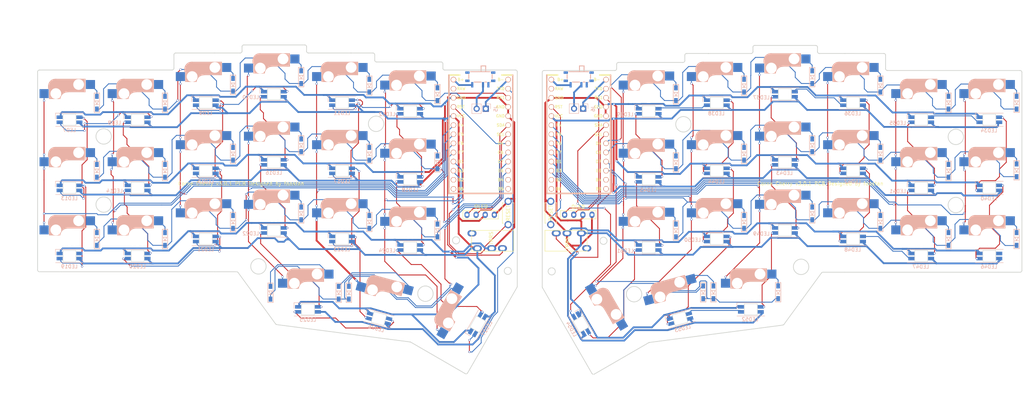
<source format=kicad_pcb>
(kicad_pcb (version 20221018) (generator pcbnew)
  (title_block (title "Corne Cherry") (date "2020-09-28") (rev "3.0.1") (company "foostan"))
  (layers (0 "F.Cu" signal) (31 "B.Cu" signal) (34 "B.Paste" user) (35 "F.Paste" user) (36 "B.SilkS" user "B.Silkscreen") (37 "F.SilkS" user "F.Silkscreen") (38 "B.Mask" user) (39 "F.Mask" user) (44 "Edge.Cuts" user))
  (net 0 "")
  (net 1 "row0")
  (net 2 "Net-(D1-A)")
  (net 3 "row1")
  (net 4 "Net-(D2-A)")
  (net 5 "row2")
  (net 6 "Net-(D3-A)")
  (net 7 "row3")
  (net 8 "Net-(D4-A)")
  (net 9 "Net-(D5-A)")
  (net 10 "Net-(D6-A)")
  (net 11 "Net-(D7-A)")
  (net 12 "Net-(D8-A)")
  (net 13 "Net-(D9-A)")
  (net 14 "Net-(D10-A)")
  (net 15 "Net-(D11-A)")
  (net 16 "Net-(D12-A)")
  (net 17 "Net-(D13-A)")
  (net 18 "Net-(D14-A)")
  (net 19 "Net-(D15-A)")
  (net 20 "Net-(D16-A)")
  (net 21 "Net-(D17-A)")
  (net 22 "Net-(D18-A)")
  (net 23 "Net-(D19-A)")
  (net 24 "Net-(D20-A)")
  (net 25 "Net-(D21-A)")
  (net 26 "GND")
  (net 27 "VCC")
  (net 28 "col0")
  (net 29 "col1")
  (net 30 "col2")
  (net 31 "col3")
  (net 32 "col4")
  (net 33 "col5")
  (net 34 "LED")
  (net 35 "data")
  (net 36 "reset")
  (net 37 "SCL")
  (net 38 "SDA")
  (net 39 "Net-(D22-A)")
  (net 40 "Net-(D23-A)")
  (net 41 "Net-(D24-A)")
  (net 42 "Net-(D25-A)")
  (net 43 "Net-(D26-A)")
  (net 44 "Net-(D27-A)")
  (net 45 "row0_r")
  (net 46 "Net-(D28-A)")
  (net 47 "Net-(D29-A)")
  (net 48 "Net-(D30-A)")
  (net 49 "Net-(D31-A)")
  (net 50 "Net-(D32-A)")
  (net 51 "row1_r")
  (net 52 "Net-(D33-A)")
  (net 53 "Net-(D34-A)")
  (net 54 "Net-(D35-A)")
  (net 55 "Net-(D36-A)")
  (net 56 "Net-(D37-A)")
  (net 57 "Net-(D38-A)")
  (net 58 "row2_r")
  (net 59 "Net-(D39-A)")
  (net 60 "Net-(D40-A)")
  (net 61 "Net-(D41-A)")
  (net 62 "Net-(D42-A)")
  (net 65 "B-")
  (net 66 "row3_r")
  (net 67 "B+")
  (net 68 "data_r")
  (net 69 "SDA_r")
  (net 70 "SCL_r")
  (net 71 "LED_r")
  (net 72 "reset_r")
  (net 73 "col0_r")
  (net 74 "col1_r")
  (net 75 "col2_r")
  (net 76 "col3_r")
  (net 77 "col4_r")
  (net 78 "col5_r")
  (net 79 "VDD")
  (net 80 "GNDA")
  (net 81 "Net-(LED13-DIN)")
  (net 82 "Net-(LED7-DIN)")
  (net 83 "Net-(LED14-DOUT)")
  (net 84 "Net-(LED15-DIN)")
  (net 85 "Net-(LED10-DOUT)")
  (net 86 "Net-(LED10-DIN)")
  (net 87 "Net-(LED11-DOUT)")
  (net 88 "Net-(LED11-DIN)")
  (net 89 "Net-(LED12-DIN)")
  (net 90 "Net-(LED13-DOUT)")
  (net 91 "Net-(LED14-DIN)")
  (net 92 "Net-(LED15-DOUT)")
  (net 93 "Net-(LED16-DIN)")
  (net 94 "Net-(LED17-DOUT)")
  (net 95 "Net-(LED18-DIN)")
  (net 97 "Net-(LED20-DIN)")
  (net 98 "Net-(LED22-DIN)")
  (net 99 "Net-(LED23-DOUT)")
  (net 100 "Net-(LED24-DIN)")
  (net 101 "Net-(LED25-DIN)")
  (net 102 "Net-(LED34-DOUT)")
  (net 103 "Net-(LED34-DIN)")
  (net 104 "Net-(LED35-DIN)")
  (net 105 "Net-(LED36-DOUT)")
  (net 106 "Net-(LED36-DIN)")
  (net 107 "Net-(LED37-DIN)")
  (net 108 "Net-(LED38-DOUT)")
  (net 109 "Net-(LED38-DIN)")
  (net 110 "Net-(LED39-DIN)")
  (net 111 "Net-(LED40-DOUT)")
  (net 112 "Net-(LED41-DIN)")
  (net 113 "Net-(LED42-DOUT)")
  (net 114 "Net-(LED43-DIN)")
  (net 115 "Net-(LED44-DOUT)")
  (net 116 "Net-(LED45-DIN)")
  (net 118 "Net-(LED47-DIN)")
  (net 119 "Net-(LED49-DIN)")
  (net 120 "Net-(LED50-DOUT)")
  (net 121 "Net-(LED51-DIN)")
  (net 122 "Net-(LED52-DIN)")
  (net 123 "B_r-")
  (net 124 "B_r+")
  (net 125 "power_r+")
  (net 133 "power+")
  (footprint "kbd:MJ-4PP-9_1side" (layer "F.Cu") (at 144.1345 74.292 -90)
    (fp_text reference "J1")
    (fp_text value "MJ-4PP-9" hide)
  )
  (footprint "kbd:OLED_1side" (layer "F.Cu") (at 130.9485 67.028)
    (fp_text reference "J2")
    (fp_text value "OLED" hide)
  )
  (footprint "kbd:ResetSW_1side" (layer "F.Cu") (at 142.4245 66.531 -90)
    (fp_text reference "RSW1" hide)
    (fp_text value "SW_PUSH" hide)
  )
  (footprint "kbd:CherryMX_Hotswap" (layer "F.Cu") (at 39.1075 35.78)
    (fp_text reference "SW2" hide)
    (fp_text value "SW_PUSH" hide)
  )
  (footprint "kbd:CherryMX_Hotswap" (layer "F.Cu") (at 58.1075 31.03)
    (fp_text reference "SW3" hide)
    (fp_text value "SW_PUSH" hide)
  )
  (footprint "kbd:CherryMX_Hotswap" (layer "F.Cu") (at 77.1075 28.655)
    (fp_text reference "SW4" hide)
    (fp_text value "SW_PUSH" hide)
  )
  (footprint "kbd:CherryMX_Hotswap" (layer "F.Cu") (at 96.1075 31.03)
    (fp_text reference "SW5" hide)
    (fp_text value "SW_PUSH" hide)
  )
  (footprint "kbd:CherryMX_Hotswap" (layer "F.Cu") (at 20.1075 54.78)
    (fp_text reference "SW7" hide)
    (fp_text value "SW_PUSH" hide)
  )
  (footprint "kbd:CherryMX_Hotswap" (layer "F.Cu") (at 39.1075 54.78)
    (fp_text reference "SW8" hide)
    (fp_text value "SW_PUSH" hide)
  )
  (footprint "kbd:CherryMX_Hotswap" (layer "F.Cu") (at 58.1075 50.03)
    (fp_text reference "SW9" hide)
    (fp_text value "SW_PUSH" hide)
  )
  (footprint "kbd:CherryMX_Hotswap" (layer "F.Cu") (at 77.1075 47.655)
    (fp_text reference "SW10" hide)
    (fp_text value "SW_PUSH" hide)
  )
  (footprint "kbd:CherryMX_Hotswap" (layer "F.Cu") (at 96.1075 50.03)
    (fp_text reference "SW11" hide)
    (fp_text value "SW_PUSH" hide)
  )
  (footprint "kbd:CherryMX_Hotswap" (layer "F.Cu") (at 115.1075 52.405)
    (fp_text reference "SW12" hide)
    (fp_text value "SW_PUSH" hide)
  )
  (footprint "kbd:CherryMX_Hotswap" (layer "F.Cu") (at 20.1075 73.78)
    (fp_text reference "SW13" hide)
    (fp_text value "SW_PUSH" hide)
  )
  (footprint "kbd:CherryMX_Hotswap" (layer "F.Cu") (at 39.1075 73.78)
    (fp_text reference "SW14" hide)
    (fp_text value "SW_PUSH" hide)
  )
  (footprint "kbd:CherryMX_Hotswap" (layer "F.Cu") (at 58.1075 69.03)
    (fp_text reference "SW15" hide)
    (fp_text value "SW_PUSH" hide)
  )
  (footprint "kbd:CherryMX_Hotswap" (layer "F.Cu") (at 77.1075 66.655)
    (fp_text reference "SW16" hide)
    (fp_text value "SW_PUSH" hide)
  )
  (footprint "kbd:CherryMX_Hotswap" (layer "F.Cu") (at 96.1075 69.03)
    (fp_text reference "SW17" hide)
    (fp_text value "SW_PUSH" hide)
  )
  (footprint "kbd:CherryMX_Hotswap" (layer "F.Cu") (at 115.1075 71.405)
    (fp_text reference "SW18" hide)
    (fp_text value "SW_PUSH" hide)
  )
  (footprint "kbd:CherryMX_Hotswap" (layer "F.Cu") (at 86.6075 88.655)
    (fp_text reference "SW19" hide)
    (fp_text value "SW_PUSH" hide)
  )
  (footprint "kbd:CherryMX_Hotswap" (layer "F.Cu") (at 107.6075 91.405 -15)
    (fp_text reference "SW20" hide)
    (fp_text value "SW_PUSH" hide)
  )
  (footprint "kbd:CherryMX_Hotswap_1.5u" (layer "F.Cu") (at 129.8575 95.155 60)
    (fp_text reference "SW21" hide)
    (fp_text value "SW_PUSH" hide)
  )
  (footprint "kbd:CherryMX_Hotswap_1.5u" (layer "F.Cu") (at 166.8645 95.15 -60)
    (fp_text reference "SW42" hide)
    (fp_text value "SW_PUSH" hide)
  )
  (footprint "kbd:MJ-4PP-9_1side" (layer "F.Cu") (at 152.5375 74.27 90)
    (fp_text reference "J3")
    (fp_text value "MJ-4PP-9" hide)
  )
  (footprint "kbd:OLED_1side" (layer "F.Cu") (at 158.1775 67.02)
    (fp_text reference "J4")
    (fp_text value "OLED" hide)
  )
  (footprint "kbd:ResetSW_1side" (layer "F.Cu") (at 154.3045 66.522 -90)
    (fp_text reference "RSW2" hide)
    (fp_text value "SW_PUSH")
  )
  (footprint "kbd:CherryMX_Hotswap" (layer "F.Cu") (at 219.6145 66.65)
    (fp_text reference "SW37" hide)
    (fp_text value "SW_PUSH" hide)
  )
  (footprint "kbd:CherryMX_Hotswap" (layer "F.Cu") (at 200.6145 69.025)
    (fp_text reference "SW38" hide)
    (fp_text value "SW_PUSH" hide)
  )
  (footprint "kbd:CherryMX_Hotswap" (layer "F.Cu") (at 181.6145 71.4)
    (fp_text reference "SW39" hide)
    (fp_text value "SW_PUSH" hide)
  )
  (footprint "kbd:CherryMX_Hotswap" (layer "F.Cu") (at 210.1145 88.65)
    (fp_text reference "SW40" hide)
    (fp_text value "SW_PUSH" hide)
  )
  (footprint "kbd:CherryMX_Hotswap" (layer "F.Cu") (at 189.1145 91.4 15)
    (fp_text reference "SW41" hide)
    (fp_text value "SW_PUSH" hide)
  )
  (footprint "kbd:CherryMX_Hotswap" (layer "F.Cu") (at 219.6145 28.65)
    (fp_text reference "SW25" hide)
    (fp_text value "SW_PUSH" hide)
  )
  (footprint "kbd:CherryMX_Hotswap" (layer "F.Cu") (at 200.6145 31.025)
    (fp_text reference "SW26" hide)
    (fp_text value "SW_PUSH" hide)
  )
  (footprint "kbd:CherryMX_Hotswap" (layer "F.Cu") (at 276.6145 54.775)
    (fp_text reference "SW28" hide)
    (fp_text value "SW_PUSH" hide)
  )
  (footprint "kbd:CherryMX_Hotswap" (layer "F.Cu") (at 238.6145 31.025)
    (fp_text reference "SW24" hide)
    (fp_text value "SW_PUSH" hide)
  )
  (footprint "kbd:CherryMX_Hotswap" (layer "F.Cu") (at 257.6145 54.775)
    (fp_text reference "SW29" hide)
    (fp_text value "SW_PUSH" hide)
  )
  (footprint "kbd:CherryMX_Hotswap" (layer "F.Cu") (at 257.6145 73.775)
    (fp_text reference "SW35" hide)
    (fp_text value "SW_PUSH" hide)
  )
  (footprint "kbd:CherryMX_Hotswap" (layer "F.Cu") (at 238.6145 69.025)
    (fp_text reference "SW36" hide)
    (fp_text value "SW_PUSH" hide)
  )
  (footprint "kbd:CherryMX_Hotswap" (layer "F.Cu") (at 276.6145 35.775)
    (fp_text reference "SW22" hide)
    (fp_text value "SW_PUSH" hide)
  )
  (footprint "kbd:CherryMX_Hotswap" (layer "F.Cu") (at 257.6145 35.775)
    (fp_text reference "SW23" hide)
    (fp_text value "SW_PUSH" hide)
  )
  (footprint "kbd:CherryMX_Hotswap" (layer "F.Cu") (at 238.6145 50.025)
    (fp_text reference "SW30" hide)
    (fp_text value "SW_PUSH" hide)
  )
  (footprint "kbd:CherryMX_Hotswap" (layer "F.Cu") (at 219.6145 47.65)
    (fp_text reference "SW31" hide)
    (fp_text value "SW_PUSH" hide)
  )
  (footprint "kbd:CherryMX_Hotswap" (layer "F.Cu") (at 200.6145 50.025)
    (fp_text reference "SW32" hide)
    (fp_text value "SW_PUSH" hide)
  )
  (footprint "kbd:CherryMX_Hotswap" (layer "F.Cu") (at 181.6145 52.4)
    (fp_text reference "SW33" hide)
    (fp_text value "SW_PUSH" hide)
  )
  (footprint "kbd:CherryMX_Hotswap" (layer "F.Cu") (at 276.6145 73.775)
    (fp_text reference "SW34" hide)
    (fp_text value "SW_PUSH" hide)
  )
  (footprint "kbd:CherryMX_Hotswap" (layer "F.Cu") (at 20.1075 35.78)
    (fp_text reference "SW1" hide)
    (fp_text value "SW_PUSH" hide)
  )
  (footprint "kbd:CherryMX_Hotswap" (layer "F.Cu") (at 115.1075 33.405)
    (fp_text reference "SW6" hide)
    (fp_text value "SW_PUSH" hide)
  )
  (footprint "kbd:CherryMX_Hotswap" (layer "F.Cu") (at 181.6075 33.405)
    (fp_text reference "SW27" hide)
    (fp_text value "SW_PUSH" hide)
  )
  (footprint "nice-nano-kicad:nice_nano" (layer "F.Cu") (at 162.0935 42.03)
    (fp_text reference "U1" hide)
    (fp_text value "nice_nano" hide)
  )
  (footprint "nice-nano-kicad:nice_nano" (layer "F.Cu") (at 134.7975 42.03)
    (fp_text reference "U3" hide)
    (fp_text value "nice_nano" hide)
  )
  (footprint "kbd:D3_SMD_v2" (layer "B.Cu") (at 27.7345 35.776875 90)
    (fp_text reference "D1" hide)
    (fp_text value "D" hide)
  )
  (footprint "kbd:D3_SMD_v2" (layer "B.Cu") (at 46.7345 35.78 90)
    (fp_text reference "D2" hide)
    (fp_text value "D" hide)
  )
  (footprint "kbd:D3_SMD_v2" (layer "B.Cu") (at 65.7075 30.78 90)
    (fp_text reference "D3" hide)
    (fp_text value "D" hide)
  )
  (footprint "kbd:D3_SMD_v2" (layer "B.Cu") (at 84.7075 28.655 90)
    (fp_text reference "D4" hide)
    (fp_text value "D" hide)
  )
  (footprint "kbd:D3_SMD_v2" (layer "B.Cu") (at 103.7075 31.03 90)
    (fp_text reference "D5" hide)
    (fp_text value "D" hide)
  )
  (footprint "kbd:D3_SMD_v2" (layer "B.Cu") (at 122.7075 33.405 90)
    (fp_text reference "D6" hide)
    (fp_text value "D" hide)
  )
  (footprint "kbd:D3_SMD_v2" (layer "B.Cu") (at 27.7345 54.776875 90)
    (fp_text reference "D7" hide)
    (fp_text value "D" hide)
  )
  (footprint "kbd:D3_SMD_v2" (layer "B.Cu") (at 46.7345 54.78 90)
    (fp_text reference "D8" hide)
    (fp_text value "D" hide)
  )
  (footprint "kbd:D3_SMD_v2" (layer "B.Cu") (at 65.7075 50.03 90)
    (fp_text reference "D9" hide)
    (fp_text value "D" hide)
  )
  (footprint "kbd:D3_SMD_v2" (layer "B.Cu") (at 84.7075 47.655 90)
    (fp_text reference "D10" hide)
    (fp_text value "D" hide)
  )
  (footprint "kbd:D3_SMD_v2" (layer "B.Cu") (at 103.7075 50.03 90)
    (fp_text reference "D11" hide)
    (fp_text value "D" hide)
  )
  (footprint "kbd:D3_SMD_v2" (layer "B.Cu") (at 122.7075 52.405 90)
    (fp_text reference "D12" hide)
    (fp_text value "D" hide)
  )
  (footprint "kbd:D3_SMD_v2" (layer "B.Cu") (at 27.7345 73.776875 90)
    (fp_text reference "D13" hide)
    (fp_text value "D" hide)
  )
  (footprint "kbd:D3_SMD_v2" (layer "B.Cu") (at 46.7345 73.78 90)
    (fp_text reference "D14" hide)
    (fp_text value "D" hide)
  )
  (footprint "kbd:D3_SMD_v2" (layer "B.Cu") (at 65.7075 69.03 90)
    (fp_text reference "D15" hide)
    (fp_text value "D" hide)
  )
  (footprint "kbd:D3_SMD_v2" (layer "B.Cu") (at 84.7075 66.655 90)
    (fp_text reference "D16" hide)
    (fp_text value "D" hide)
  )
  (footprint "kbd:D3_SMD_v2" (layer "B.Cu") (at 103.7075 69.03 90)
    (fp_text reference "D17" hide)
    (fp_text value "D" hide)
  )
  (footprint "kbd:D3_SMD_v2" (layer "B.Cu") (at 122.7075 71.405 90)
    (fp_text reference "D18" hide)
    (fp_text value "D" hide)
  )
  (footprint "kbd:D3_SMD_v2" (layer "B.Cu") (at 76.1575 88.77 90)
    (fp_text reference "D19" hide)
    (fp_text value "D" hide)
  )
  (footprint "kbd:D3_SMD_v2" (layer "B.Cu") (at 95.1645 88.765 90)
    (fp_text reference "D20" hide)
    (fp_text value "D" hide)
  )
  (footprint "kbd:D3_SMD_v2" (layer "B.Cu") (at 98.0075 88.765 90)
    (fp_text reference "D21" hide)
    (fp_text value "D" hide)
  )
  (footprint "kbd:YS-SK6812MINI-E" (layer "B.Cu") (at 20.1075 40.53)
    (fp_text reference "LED7")
    (fp_text value "YS-SK6812MINI-E")
    (fp_line (start -1.8 -1.55) (end 1.8 -1.55) (stroke (width 0.12)) (layer "Edge.Cuts"))
    (fp_line (start -1.8 1.55) (end -1.8 -1.55) (stroke (width 0.12)) (layer "Edge.Cuts"))
    (fp_line (start 1.8 -1.55) (end 1.8 1.55) (stroke (width 0.12)) (layer "Edge.Cuts"))
    (fp_line (start 1.8 1.55) (end -1.8 1.55) (stroke (width 0.12)) (layer "Edge.Cuts"))
  )
  (footprint "kbd:YS-SK6812MINI-E" (layer "B.Cu") (at 39.1075 40.53)
    (fp_text reference "LED8")
    (fp_text value "YS-SK6812MINI-E")
    (fp_line (start -1.8 -1.55) (end 1.8 -1.55) (stroke (width 0.12)) (layer "Edge.Cuts"))
    (fp_line (start -1.8 1.55) (end -1.8 -1.55) (stroke (width 0.12)) (layer "Edge.Cuts"))
    (fp_line (start 1.8 -1.55) (end 1.8 1.55) (stroke (width 0.12)) (layer "Edge.Cuts"))
    (fp_line (start 1.8 1.55) (end -1.8 1.55) (stroke (width 0.12)) (layer "Edge.Cuts"))
  )
  (footprint "kbd:YS-SK6812MINI-E" (layer "B.Cu") (at 58.1075 35.78)
    (fp_text reference "LED9")
    (fp_text value "YS-SK6812MINI-E")
    (fp_line (start -1.8 -1.55) (end 1.8 -1.55) (stroke (width 0.12)) (layer "Edge.Cuts"))
    (fp_line (start -1.8 1.55) (end -1.8 -1.55) (stroke (width 0.12)) (layer "Edge.Cuts"))
    (fp_line (start 1.8 -1.55) (end 1.8 1.55) (stroke (width 0.12)) (layer "Edge.Cuts"))
    (fp_line (start 1.8 1.55) (end -1.8 1.55) (stroke (width 0.12)) (layer "Edge.Cuts"))
  )
  (footprint "kbd:YS-SK6812MINI-E" (layer "B.Cu") (at 77.1075 33.405)
    (fp_text reference "LED10")
    (fp_text value "YS-SK6812MINI-E")
    (fp_line (start -1.8 -1.55) (end 1.8 -1.55) (stroke (width 0.12)) (layer "Edge.Cuts"))
    (fp_line (start -1.8 1.55) (end -1.8 -1.55) (stroke (width 0.12)) (layer "Edge.Cuts"))
    (fp_line (start 1.8 -1.55) (end 1.8 1.55) (stroke (width 0.12)) (layer "Edge.Cuts"))
    (fp_line (start 1.8 1.55) (end -1.8 1.55) (stroke (width 0.12)) (layer "Edge.Cuts"))
  )
  (footprint "kbd:YS-SK6812MINI-E" (layer "B.Cu") (at 96.1075 35.78)
    (fp_text reference "LED11")
    (fp_text value "YS-SK6812MINI-E")
    (fp_line (start -1.8 -1.55) (end 1.8 -1.55) (stroke (width 0.12)) (layer "Edge.Cuts"))
    (fp_line (start -1.8 1.55) (end -1.8 -1.55) (stroke (width 0.12)) (layer "Edge.Cuts"))
    (fp_line (start 1.8 -1.55) (end 1.8 1.55) (stroke (width 0.12)) (layer "Edge.Cuts"))
    (fp_line (start 1.8 1.55) (end -1.8 1.55) (stroke (width 0.12)) (layer "Edge.Cuts"))
  )
  (footprint "kbd:YS-SK6812MINI-E" (layer "B.Cu") (at 115.1075 38.155)
    (fp_text reference "LED12")
    (fp_text value "YS-SK6812MINI-E")
    (fp_line (start -1.8 -1.55) (end 1.8 -1.55) (stroke (width 0.12)) (layer "Edge.Cuts"))
    (fp_line (start -1.8 1.55) (end -1.8 -1.55) (stroke (width 0.12)) (layer "Edge.Cuts"))
    (fp_line (start 1.8 -1.55) (end 1.8 1.55) (stroke (width 0.12)) (layer "Edge.Cuts"))
    (fp_line (start 1.8 1.55) (end -1.8 1.55) (stroke (width 0.12)) (layer "Edge.Cuts"))
  )
  (footprint "kbd:YS-SK6812MINI-E" (layer "B.Cu") (at 20.1075 59.53)
    (fp_text reference "LED13")
    (fp_text value "YS-SK6812MINI-E")
    (fp_line (start -1.8 -1.55) (end 1.8 -1.55) (stroke (width 0.12)) (layer "Edge.Cuts"))
    (fp_line (start -1.8 1.55) (end -1.8 -1.55) (stroke (width 0.12)) (layer "Edge.Cuts"))
    (fp_line (start 1.8 -1.55) (end 1.8 1.55) (stroke (width 0.12)) (layer "Edge.Cuts"))
    (fp_line (start 1.8 1.55) (end -1.8 1.55) (stroke (width 0.12)) (layer "Edge.Cuts"))
  )
  (footprint "kbd:YS-SK6812MINI-E" (layer "B.Cu") (at 39.1075 59.53)
    (fp_text reference "LED14")
    (fp_text value "YS-SK6812MINI-E")
    (fp_line (start -1.8 -1.55) (end 1.8 -1.55) (stroke (width 0.12)) (layer "Edge.Cuts"))
    (fp_line (start -1.8 1.55) (end -1.8 -1.55) (stroke (width 0.12)) (layer "Edge.Cuts"))
    (fp_line (start 1.8 -1.55) (end 1.8 1.55) (stroke (width 0.12)) (layer "Edge.Cuts"))
    (fp_line (start 1.8 1.55) (end -1.8 1.55) (stroke (width 0.12)) (layer "Edge.Cuts"))
  )
  (footprint "kbd:YS-SK6812MINI-E" (layer "B.Cu") (at 58.1075 54.78)
    (fp_text reference "LED15")
    (fp_text value "YS-SK6812MINI-E")
    (fp_line (start -1.8 -1.55) (end 1.8 -1.55) (stroke (width 0.12)) (layer "Edge.Cuts"))
    (fp_line (start -1.8 1.55) (end -1.8 -1.55) (stroke (width 0.12)) (layer "Edge.Cuts"))
    (fp_line (start 1.8 -1.55) (end 1.8 1.55) (stroke (width 0.12)) (layer "Edge.Cuts"))
    (fp_line (start 1.8 1.55) (end -1.8 1.55) (stroke (width 0.12)) (layer "Edge.Cuts"))
  )
  (footprint "kbd:YS-SK6812MINI-E" (layer "B.Cu") (at 77.1075 52.405)
    (fp_text reference "LED16")
    (fp_text value "YS-SK6812MINI-E")
    (fp_line (start -1.8 -1.55) (end 1.8 -1.55) (stroke (width 0.12)) (layer "Edge.Cuts"))
    (fp_line (start -1.8 1.55) (end -1.8 -1.55) (stroke (width 0.12)) (layer "Edge.Cuts"))
    (fp_line (start 1.8 -1.55) (end 1.8 1.55) (stroke (width 0.12)) (layer "Edge.Cuts"))
    (fp_line (start 1.8 1.55) (end -1.8 1.55) (stroke (width 0.12)) (layer "Edge.Cuts"))
  )
  (footprint "kbd:YS-SK6812MINI-E" (layer "B.Cu") (at 96.1075 54.78)
    (fp_text reference "LED17")
    (fp_text value "YS-SK6812MINI-E")
    (fp_line (start -1.8 -1.55) (end 1.8 -1.55) (stroke (width 0.12)) (layer "Edge.Cuts"))
    (fp_line (start -1.8 1.55) (end -1.8 -1.55) (stroke (width 0.12)) (layer "Edge.Cuts"))
    (fp_line (start 1.8 -1.55) (end 1.8 1.55) (stroke (width 0.12)) (layer "Edge.Cuts"))
    (fp_line (start 1.8 1.55) (end -1.8 1.55) (stroke (width 0.12)) (layer "Edge.Cuts"))
  )
  (footprint "kbd:YS-SK6812MINI-E" (layer "B.Cu") (at 115.1075 57.155)
    (fp_text reference "LED18")
    (fp_text value "YS-SK6812MINI-E")
    (fp_line (start -1.8 -1.55) (end 1.8 -1.55) (stroke (width 0.12)) (layer "Edge.Cuts"))
    (fp_line (start -1.8 1.55) (end -1.8 -1.55) (stroke (width 0.12)) (layer "Edge.Cuts"))
    (fp_line (start 1.8 -1.55) (end 1.8 1.55) (stroke (width 0.12)) (layer "Edge.Cuts"))
    (fp_line (start 1.8 1.55) (end -1.8 1.55) (stroke (width 0.12)) (layer "Edge.Cuts"))
  )
  (footprint "kbd:YS-SK6812MINI-E" (layer "B.Cu") (at 20.1075 78.53)
    (fp_text reference "LED19")
    (fp_text value "YS-SK6812MINI-E")
    (fp_line (start -1.8 -1.55) (end 1.8 -1.55) (stroke (width 0.12)) (layer "Edge.Cuts"))
    (fp_line (start -1.8 1.55) (end -1.8 -1.55) (stroke (width 0.12)) (layer "Edge.Cuts"))
    (fp_line (start 1.8 -1.55) (end 1.8 1.55) (stroke (width 0.12)) (layer "Edge.Cuts"))
    (fp_line (start 1.8 1.55) (end -1.8 1.55) (stroke (width 0.12)) (layer "Edge.Cuts"))
  )
  (footprint "kbd:YS-SK6812MINI-E" (layer "B.Cu") (at 39.1075 78.53)
    (fp_text reference "LED20")
    (fp_text value "YS-SK6812MINI-E")
    (fp_line (start -1.8 -1.55) (end 1.8 -1.55) (stroke (width 0.12)) (layer "Edge.Cuts"))
    (fp_line (start -1.8 1.55) (end -1.8 -1.55) (stroke (width 0.12)) (layer "Edge.Cuts"))
    (fp_line (start 1.8 -1.55) (end 1.8 1.55) (stroke (width 0.12)) (layer "Edge.Cuts"))
    (fp_line (start 1.8 1.55) (end -1.8 1.55) (stroke (width 0.12)) (layer "Edge.Cuts"))
  )
  (footprint "kbd:YS-SK6812MINI-E" (layer "B.Cu") (at 58.1075 73.78)
    (fp_text reference "LED21")
    (fp_text value "YS-SK6812MINI-E")
    (fp_line (start -1.8 -1.55) (end 1.8 -1.55) (stroke (width 0.12)) (layer "Edge.Cuts"))
    (fp_line (start -1.8 1.55) (end -1.8 -1.55) (stroke (width 0.12)) (layer "Edge.Cuts"))
    (fp_line (start 1.8 -1.55) (end 1.8 1.55) (stroke (width 0.12)) (layer "Edge.Cuts"))
    (fp_line (start 1.8 1.55) (end -1.8 1.55) (stroke (width 0.12)) (layer "Edge.Cuts"))
  )
  (footprint "kbd:YS-SK6812MINI-E" (layer "B.Cu") (at 77.1075 71.405)
    (fp_text reference "LED22")
    (fp_text value "YS-SK6812MINI-E")
    (fp_line (start -1.8 -1.55) (end 1.8 -1.55) (stroke (width 0.12)) (layer "Edge.Cuts"))
    (fp_line (start -1.8 1.55) (end -1.8 -1.55) (stroke (width 0.12)) (layer "Edge.Cuts"))
    (fp_line (start 1.8 -1.55) (end 1.8 1.55) (stroke (width 0.12)) (layer "Edge.Cuts"))
    (fp_line (start 1.8 1.55) (end -1.8 1.55) (stroke (width 0.12)) (layer "Edge.Cuts"))
  )
  (footprint "kbd:YS-SK6812MINI-E" (layer "B.Cu") (at 115.1075 76.155)
    (fp_text reference "LED24")
    (fp_text value "YS-SK6812MINI-E")
    (fp_line (start -1.8 -1.55) (end 1.8 -1.55) (stroke (width 0.12)) (layer "Edge.Cuts"))
    (fp_line (start -1.8 1.55) (end -1.8 -1.55) (stroke (width 0.12)) (layer "Edge.Cuts"))
    (fp_line (start 1.8 -1.55) (end 1.8 1.55) (stroke (width 0.12)) (layer "Edge.Cuts"))
    (fp_line (start 1.8 1.55) (end -1.8 1.55) (stroke (width 0.12)) (layer "Edge.Cuts"))
  )
  (footprint "kbd:YS-SK6812MINI-E" (layer "B.Cu") (at 133.971121 97.53 60)
    (fp_text reference "LED27")
    (fp_text value "YS-SK6812MINI-E")
    (fp_line (start -1.8 -1.55) (end 1.8 -1.55) (stroke (width 0.12)) (layer "Edge.Cuts"))
    (fp_line (start -1.8 1.55) (end -1.8 -1.55) (stroke (width 0.12)) (layer "Edge.Cuts"))
    (fp_line (start 1.8 -1.55) (end 1.8 1.55) (stroke (width 0.12)) (layer "Edge.Cuts"))
    (fp_line (start 1.8 1.55) (end -1.8 1.55) (stroke (width 0.12)) (layer "Edge.Cuts"))
  )
  (footprint "kbd:YS-SK6812MINI-E" (layer "B.Cu") (at 219.6075 52.405)
    (fp_text reference "LED43")
    (fp_text value "YS-SK6812MINI-E")
    (fp_line (start -1.8 -1.55) (end 1.8 -1.55) (stroke (width 0.12)) (layer "Edge.Cuts"))
    (fp_line (start -1.8 1.55) (end -1.8 -1.55) (stroke (width 0.12)) (layer "Edge.Cuts"))
    (fp_line (start 1.8 -1.55) (end 1.8 1.55) (stroke (width 0.12)) (layer "Edge.Cuts"))
    (fp_line (start 1.8 1.55) (end -1.8 1.55) (stroke (width 0.12)) (layer "Edge.Cuts"))
  )
  (footprint "kbd:YS-SK6812MINI-E" (layer "B.Cu") (at 200.6075 54.78)
    (fp_text reference "LED44")
    (fp_text value "YS-SK6812MINI-E")
    (fp_line (start -1.8 -1.55) (end 1.8 -1.55) (stroke (width 0.12)) (layer "Edge.Cuts"))
    (fp_line (start -1.8 1.55) (end -1.8 -1.55) (stroke (width 0.12)) (layer "Edge.Cuts"))
    (fp_line (start 1.8 -1.55) (end 1.8 1.55) (stroke (width 0.12)) (layer "Edge.Cuts"))
    (fp_line (start 1.8 1.55) (end -1.8 1.55) (stroke (width 0.12)) (layer "Edge.Cuts"))
  )
  (footprint "kbd:YS-SK6812MINI-E" (layer "B.Cu") (at 181.6075 57.155)
    (fp_text reference "LED45")
    (fp_text value "YS-SK6812MINI-E")
    (fp_line (start -1.8 -1.55) (end 1.8 -1.55) (stroke (width 0.12)) (layer "Edge.Cuts"))
    (fp_line (start -1.8 1.55) (end -1.8 -1.55) (stroke (width 0.12)) (layer "Edge.Cuts"))
    (fp_line (start 1.8 -1.55) (end 1.8 1.55) (stroke (width 0.12)) (layer "Edge.Cuts"))
    (fp_line (start 1.8 1.55) (end -1.8 1.55) (stroke (width 0.12)) (layer "Edge.Cuts"))
  )
  (footprint "kbd:YS-SK6812MINI-E" (layer "B.Cu") (at 276.6075 78.53)
    (fp_text reference "LED46")
    (fp_text value "YS-SK6812MINI-E")
    (fp_line (start -1.8 -1.55) (end 1.8 -1.55) (stroke (width 0.12)) (layer "Edge.Cuts"))
    (fp_line (start -1.8 1.55) (end -1.8 -1.55) (stroke (width 0.12)) (layer "Edge.Cuts"))
    (fp_line (start 1.8 -1.55) (end 1.8 1.55) (stroke (width 0.12)) (layer "Edge.Cuts"))
    (fp_line (start 1.8 1.55) (end -1.8 1.55) (stroke (width 0.12)) (layer "Edge.Cuts"))
  )
  (footprint "kbd:YS-SK6812MINI-E" (layer "B.Cu") (at 257.6075 78.53)
    (fp_text reference "LED47")
    (fp_text value "YS-SK6812MINI-E")
    (fp_line (start -1.8 -1.55) (end 1.8 -1.55) (stroke (width 0.12)) (layer "Edge.Cuts"))
    (fp_line (start -1.8 1.55) (end -1.8 -1.55) (stroke (width 0.12)) (layer "Edge.Cuts"))
    (fp_line (start 1.8 -1.55) (end 1.8 1.55) (stroke (width 0.12)) (layer "Edge.Cuts"))
    (fp_line (start 1.8 1.55) (end -1.8 1.55) (stroke (width 0.12)) (layer "Edge.Cuts"))
  )
  (footprint "kbd:YS-SK6812MINI-E" (layer "B.Cu") (at 238.6075 73.78)
    (fp_text reference "LED48")
    (fp_text value "YS-SK6812MINI-E")
    (fp_line (start -1.8 -1.55) (end 1.8 -1.55) (stroke (width 0.12)) (layer "Edge.Cuts"))
    (fp_line (start -1.8 1.55) (end -1.8 -1.55) (stroke (width 0.12)) (layer "Edge.Cuts"))
    (fp_line (start 1.8 -1.55) (end 1.8 1.55) (stroke (width 0.12)) (layer "Edge.Cuts"))
    (fp_line (start 1.8 1.55) (end -1.8 1.55) (stroke (width 0.12)) (layer "Edge.Cuts"))
  )
  (footprint "kbd:YS-SK6812MINI-E" (layer "B.Cu") (at 219.6075 71.405)
    (fp_text reference "LED49")
    (fp_text value "YS-SK6812MINI-E")
    (fp_line (start -1.8 -1.55) (end 1.8 -1.55) (stroke (width 0.12)) (layer "Edge.Cuts"))
    (fp_line (start -1.8 1.55) (end -1.8 -1.55) (stroke (width 0.12)) (layer "Edge.Cuts"))
    (fp_line (start 1.8 -1.55) (end 1.8 1.55) (stroke (width 0.12)) (layer "Edge.Cuts"))
    (fp_line (start 1.8 1.55) (end -1.8 1.55) (stroke (width 0.12)) (layer "Edge.Cuts"))
  )
  (footprint "kbd:YS-SK6812MINI-E" (layer "B.Cu") (at 200.6075 73.78)
    (fp_text reference "LED50")
    (fp_text value "YS-SK6812MINI-E")
    (fp_line (start -1.8 -1.55) (end 1.8 -1.55) (stroke (width 0.12)) (layer "Edge.Cuts"))
    (fp_line (start -1.8 1.55) (end -1.8 -1.55) (stroke (width 0.12)) (layer "Edge.Cuts"))
    (fp_line (start 1.8 -1.55) (end 1.8 1.55) (stroke (width 0.12)) (layer "Edge.Cuts"))
    (fp_line (start 1.8 1.55) (end -1.8 1.55) (stroke (width 0.12)) (layer "Edge.Cuts"))
  )
  (footprint "kbd:YS-SK6812MINI-E" (layer "B.Cu") (at 181.6075 76.155)
    (fp_text reference "LED51")
    (fp_text value "YS-SK6812MINI-E")
    (fp_line (start -1.8 -1.55) (end 1.8 -1.55) (stroke (width 0.12)) (layer "Edge.Cuts"))
    (fp_line (start -1.8 1.55) (end -1.8 -1.55) (stroke (width 0.12)) (layer "Edge.Cuts"))
    (fp_line (start 1.8 -1.55) (end 1.8 1.55) (stroke (width 0.12)) (layer "Edge.Cuts"))
    (fp_line (start 1.8 1.55) (end -1.8 1.55) (stroke (width 0.12)) (layer "Edge.Cuts"))
  )
  (footprint "kbd:YS-SK6812MINI-E" (layer "B.Cu") (at 210.1075 93.405)
    (fp_text reference "LED52")
    (fp_text value "YS-SK6812MINI-E")
    (fp_line (start -1.8 -1.55) (end 1.8 -1.55) (stroke (width 0.12)) (layer "Edge.Cuts"))
    (fp_line (start -1.8 1.55) (end -1.8 -1.55) (stroke (width 0.12)) (layer "Edge.Cuts"))
    (fp_line (start 1.8 -1.55) (end 1.8 1.55) (stroke (width 0.12)) (layer "Edge.Cuts"))
    (fp_line (start 1.8 1.55) (end -1.8 1.55) (stroke (width 0.12)) (layer "Edge.Cuts"))
  )
  (footprint "kbd:YS-SK6812MINI-E" (layer "B.Cu") (at 190.34389 95.988148 15)
    (fp_text reference "LED53")
    (fp_text value "YS-SK6812MINI-E")
    (fp_line (start -1.8 -1.55) (end 1.8 -1.55) (stroke (width 0.12)) (layer "Edge.Cuts"))
    (fp_line (start -1.8 1.55) (end -1.8 -1.55) (stroke (width 0.12)) (layer "Edge.Cuts"))
    (fp_line (start 1.8 -1.55) (end 1.8 1.55) (stroke (width 0.12)) (layer "Edge.Cuts"))
    (fp_line (start 1.8 1.55) (end -1.8 1.55) (stroke (width 0.12)) (layer "Edge.Cuts"))
  )
  (footprint "kbd:D3_SMD_v2" (layer "B.Cu") (at 265.2145 35.775 90)
    (fp_text reference "D23" hide)
    (fp_text value "D" hide)
  )
  (footprint "kbd:D3_SMD_v2" (layer "B.Cu") (at 246.2145 31.025 90)
    (fp_text reference "D24" hide)
    (fp_text value "D" hide)
  )
  (footprint "kbd:D3_SMD_v2" (layer "B.Cu") (at 227.2145 28.65 90)
    (fp_text reference "D25" hide)
    (fp_text value "D" hide)
  )
  (footprint "kbd:D3_SMD_v2" (layer "B.Cu") (at 189.2075 33.405 90)
    (fp_text reference "D27" hide)
    (fp_text value "D" hide)
  )
  (footprint "kbd:D3_SMD_v2" (layer "B.Cu") (at 284.2145 54.625 90)
    (fp_text reference "D28" hide)
    (fp_text value "D" hide)
  )
  (footprint "kbd:D3_SMD_v2" (layer "B.Cu") (at 265.2145 54.775 90)
    (fp_text reference "D29" hide)
    (fp_text value "D" hide)
  )
  (footprint "kbd:D3_SMD_v2" (layer "B.Cu") (at 246.2145 50.025 90)
    (fp_text reference "D30" hide)
    (fp_text value "D" hide)
  )
  (footprint "kbd:D3_SMD_v2" (layer "B.Cu") (at 227.2145 47.65 90)
    (fp_text reference "D31" hide)
    (fp_text value "D" hide)
  )
  (footprint "kbd:D3_SMD_v2" (layer "B.Cu") (at 208.2145 50.025 90)
    (fp_text reference "D32" hide)
    (fp_text value "D" hide)
  )
  (footprint "kbd:D3_SMD_v2" (layer "B.Cu") (at 189.2075 52.405 90)
    (fp_text reference "D33" hide)
    (fp_text value "D" hide)
  )
  (footprint "kbd:D3_SMD_v2" (layer "B.Cu") (at 284.2145 73.775 90)
    (fp_text reference "D34" hide)
    (fp_text value "D" hide)
  )
  (footprint "kbd:D3_SMD_v2" (layer "B.Cu") (at 265.2145 73.775 90)
    (fp_text reference "D35" hide)
    (fp_text value "D" hide)
  )
  (footprint "kbd:D3_SMD_v2" (layer "B.Cu") (at 246.2145 69.025 90)
    (fp_text reference "D36" hide)
    (fp_text value "D" hide)
  )
  (footprint "kbd:D3_SMD_v2" (layer "B.Cu") (at 227.2145 66.65 90)
    (fp_text reference "D37" hide)
    (fp_text value "D" hide)
  )
  (footprint "kbd:D3_SMD_v2" (layer "B.Cu") (at 208.2145 69.025 90)
    (fp_text reference "D38" hide)
    (fp_text value "D" hide)
  )
  (footprint "kbd:D3_SMD_v2" (layer "B.Cu") (at 189.2075 71.405 90)
    (fp_text reference "D39" hide)
    (fp_text value "D" hide)
  )
  (footprint "kbd:D3_SMD_v2" (layer "B.Cu") (at 217.7145 88.635 90)
    (fp_text reference "D40" hide)
    (fp_text value "D" hide)
  )
  (footprint "kbd:D3_SMD_v2" (layer "B.Cu") (at 199.6645 88.65 90)
    (fp_text reference "D41" hide)
    (fp_text value "D" hide)
  )
  (footprint "kbd:D3_SMD_v2" (layer "B.Cu") (at 196.8145 88.65 90)
    (fp_text reference "D42" hide)
    (fp_text value "D" hide)
  )
  (footprint "kbd:D3_SMD_v2" (layer "B.Cu") (at 284.2145 35.775 90)
    (fp_text reference "D22" hide)
    (fp_text value "D" hide)
  )
  (footprint "kbd:D3_SMD_v2" (layer "B.Cu") (at 208.2145 31.025 90)
    (fp_text reference "D26" hide)
    (fp_text value "D" hide)
  )
  (footprint "kbd:YS-SK6812MINI-E" (layer "B.Cu") (at 86.6075 93.405)
    (fp_text reference "LED25")
    (fp_text value "YS-SK6812MINI-E")
    (fp_line (start -1.8 -1.55) (end 1.8 -1.55) (stroke (width 0.12)) (layer "Edge.Cuts"))
    (fp_line (start -1.8 1.55) (end -1.8 -1.55) (stroke (width 0.12)) (layer "Edge.Cuts"))
    (fp_line (start 1.8 -1.55) (end 1.8 1.55) (stroke (width 0.12)) (layer "Edge.Cuts"))
    (fp_line (start 1.8 1.55) (end -1.8 1.55) (stroke (width 0.12)) (layer "Edge.Cuts"))
  )
  (footprint "kbd:YS-SK6812MINI-E" (layer "B.Cu") (at 106.37811 95.993148 -15)
    (fp_text reference "LED26")
    (fp_text value "YS-SK6812MINI-E")
    (fp_line (start -1.8 -1.55) (end 1.8 -1.55) (stroke (width 0.12)) (layer "Edge.Cuts"))
    (fp_line (start -1.8 1.55) (end -1.8 -1.55) (stroke (width 0.12)) (layer "Edge.Cuts"))
    (fp_line (start 1.8 -1.55) (end 1.8 1.55) (stroke (width 0.12)) (layer "Edge.Cuts"))
    (fp_line (start 1.8 1.55) (end -1.8 1.55) (stroke (width 0.12)) (layer "Edge.Cuts"))
  )
  (footprint "kbd:YS-SK6812MINI-E" (layer "B.Cu") (at 96.1075 73.78)
    (fp_text reference "LED23")
    (fp_text value "YS-SK6812MINI-E")
    (fp_line (start -1.8 -1.55) (end 1.8 -1.55) (stroke (width 0.12)) (layer "Edge.Cuts"))
    (fp_line (start -1.8 1.55) (end -1.8 -1.55) (stroke (width 0.12)) (layer "Edge.Cuts"))
    (fp_line (start 1.8 -1.55) (end 1.8 1.55) (stroke (width 0.12)) (layer "Edge.Cuts"))
    (fp_line (start 1.8 1.55) (end -1.8 1.55) (stroke (width 0.12)) (layer "Edge.Cuts"))
  )
  (footprint "kbd:YS-SK6812MINI-E" (layer "B.Cu") (at 276.6075 40.53)
    (fp_text reference "LED34")
    (fp_text value "YS-SK6812MINI-E")
    (fp_line (start -1.8 -1.55) (end 1.8 -1.55) (stroke (width 0.12)) (layer "Edge.Cuts"))
    (fp_line (start -1.8 1.55) (end -1.8 -1.55) (stroke (width 0.12)) (layer "Edge.Cuts"))
    (fp_line (start 1.8 -1.55) (end 1.8 1.55) (stroke (width 0.12)) (layer "Edge.Cuts"))
    (fp_line (start 1.8 1.55) (end -1.8 1.55) (stroke (width 0.12)) (layer "Edge.Cuts"))
  )
  (footprint "kbd:YS-SK6812MINI-E" (layer "B.Cu") (at 257.6075 40.53)
    (fp_text reference "LED35")
    (fp_text value "YS-SK6812MINI-E")
    (fp_line (start -1.8 -1.55) (end 1.8 -1.55) (stroke (width 0.12)) (layer "Edge.Cuts"))
    (fp_line (start -1.8 1.55) (end -1.8 -1.55) (stroke (width 0.12)) (layer "Edge.Cuts"))
    (fp_line (start 1.8 -1.55) (end 1.8 1.55) (stroke (width 0.12)) (layer "Edge.Cuts"))
    (fp_line (start 1.8 1.55) (end -1.8 1.55) (stroke (width 0.12)) (layer "Edge.Cuts"))
  )
  (footprint "kbd:YS-SK6812MINI-E" (layer "B.Cu") (at 238.6075 35.78)
    (fp_text reference "LED36")
    (fp_text value "YS-SK6812MINI-E")
    (fp_line (start -1.8 -1.55) (end 1.8 -1.55) (stroke (width 0.12)) (layer "Edge.Cuts"))
    (fp_line (start -1.8 1.55) (end -1.8 -1.55) (stroke (width 0.12)) (layer "Edge.Cuts"))
    (fp_line (start 1.8 -1.55) (end 1.8 1.55) (stroke (width 0.12)) (layer "Edge.Cuts"))
    (fp_line (start 1.8 1.55) (end -1.8 1.55) (stroke (width 0.12)) (layer "Edge.Cuts"))
  )
  (footprint "kbd:YS-SK6812MINI-E" (layer "B.Cu") (at 219.6075 33.405)
    (fp_text reference "LED37")
    (fp_text value "YS-SK6812MINI-E")
    (fp_line (start -1.8 -1.55) (end 1.8 -1.55) (stroke (width 0.12)) (layer "Edge.Cuts"))
    (fp_line (start -1.8 1.55) (end -1.8 -1.55) (stroke (width 0.12)) (layer "Edge.Cuts"))
    (fp_line (start 1.8 -1.55) (end 1.8 1.55) (stroke (width 0.12)) (layer "Edge.Cuts"))
    (fp_line (start 1.8 1.55) (end -1.8 1.55) (stroke (width 0.12)) (layer "Edge.Cuts"))
  )
  (footprint "kbd:YS-SK6812MINI-E" (layer "B.Cu") (at 200.6075 35.78)
    (fp_text reference "LED38")
    (fp_text value "YS-SK6812MINI-E")
    (fp_line (start -1.8 -1.55) (end 1.8 -1.55) (stroke (width 0.12)) (layer "Edge.Cuts"))
    (fp_line (start -1.8 1.55) (end -1.8 -1.55) (stroke (width 0.12)) (layer "Edge.Cuts"))
    (fp_line (start 1.8 -1.55) (end 1.8 1.55) (stroke (width 0.12)) (layer "Edge.Cuts"))
    (fp_line (start 1.8 1.55) (end -1.8 1.55) (stroke (width 0.12)) (layer "Edge.Cuts"))
  )
  (footprint "kbd:YS-SK6812MINI-E" (layer "B.Cu") (at 181.6075 38.155)
    (fp_text reference "LED39")
    (fp_text value "YS-SK6812MINI-E")
    (fp_line (start -1.8 -1.55) (end 1.8 -1.55) (stroke (width 0.12)) (layer "Edge.Cuts"))
    (fp_line (start -1.8 1.55) (end -1.8 -1.55) (stroke (width 0.12)) (layer "Edge.Cuts"))
    (fp_line (start 1.8 -1.55) (end 1.8 1.55) (stroke (width 0.12)) (layer "Edge.Cuts"))
    (fp_line (start 1.8 1.55) (end -1.8 1.55) (stroke (width 0.12)) (layer "Edge.Cuts"))
  )
  (footprint "kbd:YS-SK6812MINI-E" (layer "B.Cu") (at 276.6075 59.53)
    (fp_text reference "LED40")
    (fp_text value "YS-SK6812MINI-E")
    (fp_line (start -1.8 -1.55) (end 1.8 -1.55) (stroke (width 0.12)) (layer "Edge.Cuts"))
    (fp_line (start -1.8 1.55) (end -1.8 -1.55) (stroke (width 0.12)) (layer "Edge.Cuts"))
    (fp_line (start 1.8 -1.55) (end 1.8 1.55) (stroke (width 0.12)) (layer "Edge.Cuts"))
    (fp_line (start 1.8 1.55) (end -1.8 1.55) (stroke (width 0.12)) (layer "Edge.Cuts"))
  )
  (footprint "kbd:YS-SK6812MINI-E" (layer "B.Cu") (at 257.6075 59.53)
    (fp_text reference "LED41")
    (fp_text value "YS-SK6812MINI-E")
    (fp_line (start -1.8 -1.55) (end 1.8 -1.55) (stroke (width 0.12)) (layer "Edge.Cuts"))
    (fp_line (start -1.8 1.55) (end -1.8 -1.55) (stroke (width 0.12)) (layer "Edge.Cuts"))
    (fp_line (start 1.8 -1.55) (end 1.8 1.55) (stroke (width 0.12)) (layer "Edge.Cuts"))
    (fp_line (start 1.8 1.55) (end -1.8 1.55) (stroke (width 0.12)) (layer "Edge.Cuts"))
  )
  (footprint "kbd:YS-SK6812MINI-E" (layer "B.Cu") (at 238.6075 54.78)
    (fp_text reference "LED42")
    (fp_text value "YS-SK6812MINI-E")
    (fp_line (start -1.8 -1.55) (end 1.8 -1.55) (stroke (width 0.12)) (layer "Edge.Cuts"))
    (fp_line (start -1.8 1.55) (end -1.8 -1.55) (stroke (width 0.12)) (layer "Edge.Cuts"))
    (fp_line (start 1.8 -1.55) (end 1.8 1.55) (stroke (width 0.12)) (layer "Edge.Cuts"))
    (fp_line (start 1.8 1.55) (end -1.8 1.55) (stroke (width 0.12)) (layer "Edge.Cuts"))
  )
  (footprint "kbd:YS-SK6812MINI-E" (layer "B.Cu") (at 162.750879 97.525 -60)
    (fp_text reference "LED54")
    (fp_text value "YS-SK6812MINI-E")
    (fp_line (start -1.8 -1.55) (end 1.8 -1.55) (stroke (width 0.12)) (layer "Edge.Cuts"))
    (fp_line (start -1.8 1.55) (end -1.8 -1.55) (stroke (width 0.12)) (layer "Edge.Cuts"))
    (fp_line (start 1.8 -1.55) (end 1.8 1.55) (stroke (width 0.12)) (layer "Edge.Cuts"))
    (fp_line (start 1.8 1.55) (end -1.8 1.55) (stroke (width 0.12)) (layer "Edge.Cuts"))
  )
  (footprint "Connector_PinSocket_2.54mm:PinSocket_1x02_P2.54mm_Vertical" (layer "B.Cu") (at 163.3435 37.433 90)
    (fp_text reference "J6")
    (fp_text value "Conn_01x02")
  )
  (footprint "switch:SW-SMD_MSK12C02-HB" (layer "B.Cu") (at 134.6615 29.076)
    (fp_text reference "S1" hide)
    (fp_text value "~" hide)
  )
  (footprint "switch:SW-SMD_MSK12C02-HB" (layer "B.Cu") (at 162.0935 29.076)
    (fp_text reference "S2" hide)
    (fp_text value "~" hide)
  )
  (footprint "Connector_PinSocket_2.54mm:PinSocket_1x02_P2.54mm_Vertical" (layer "B.Cu") (at 136.1855 37.458 90)
    (fp_text reference "J5")
    (fp_text value "Conn_01x02")
  )
  (gr_line (start 181.807964 102.628624) (end 218.992829 97.791818) (stroke (width 0.2)) (layer "Edge.Cuts"))
  (gr_arc (start 131.121025 111.134331) (mid 130.817319 111.367481) (end 130.437719 111.317444) (stroke (width 0.2)) (layer "Edge.Cuts"))
  (gr_circle (center 267.266 45.3095) (end 269.416 45.3095) (stroke (width 0.2)) (fill none) (layer "Edge.Cuts"))
  (gr_line (start 60.6064 21.914616) (end 67.717599 21.914616) (stroke (width 0.2)) (layer "Edge.Cuts"))
  (gr_line (start 105.7179 24.414016) (end 123.716899 24.414016) (stroke (width 0.2)) (layer "Edge.Cuts"))
  (gr_arc (start 191.6845 24.0476) (mid 191.538054 24.401156) (end 191.1845 24.5476) (stroke (width 0.2)) (layer "Edge.Cuts"))
  (gr_line (start 115.094436 102.49504) (end 77.909571 97.658234) (stroke (width 0.2)) (layer "Edge.Cuts"))
  (gr_line (start 144.902029 87.239199) (end 131.121025 111.134331) (stroke (width 0.2)) (layer "Edge.Cuts"))
  (gr_circle (center 105.6039 41.661416) (end 107.7539 41.661416) (stroke (width 0.2)) (fill none) (layer "Edge.Cuts"))
  (gr_line (start 236.316 83.0506) (end 279.066 83.0498) (stroke (width 0.2)) (layer "Edge.Cuts"))
  (gr_line (start 124.216898 24.913217) (end 124.218901 26.167015) (stroke (width 0.2)) (layer "Edge.Cuts"))
  (gr_circle (center 154.5725 82.8045) (end 155.5725 82.8045) (stroke (width 0.2)) (fill none) (layer "Edge.Cuts"))
  (gr_arc (start 151.9335 27.298) (mid 152.079963 26.944432) (end 152.433546 26.798) (stroke (width 0.2)) (layer "Edge.Cuts"))
  (gr_arc (start 248.183976 26.798) (mid 247.830434 26.651547) (end 247.684 26.298) (stroke (width 0.2)) (layer "Edge.Cuts"))
  (gr_arc (start 210.6839 20.2978) (mid 210.830347 19.944249) (end 211.1839 19.7978) (stroke (width 0.2)) (layer "Edge.Cuts"))
  (gr_circle (center 267.266 64.3095) (end 269.416 64.3095) (stroke (width 0.2)) (fill none) (layer "Edge.Cuts"))
  (gr_line (start 144.9689 27.164416) (end 144.9689 86.989401) (stroke (width 0.2)) (layer "Edge.Cuts"))
  (gr_line (start 77.570079 97.45702) (end 67.115747 83.121408) (stroke (width 0.2)) (layer "Edge.Cuts"))
  (gr_arc (start 152.000371 87.372783) (mid 151.95051 87.252282) (end 151.9335 87.122985) (stroke (width 0.2)) (layer "Edge.Cuts"))
  (gr_line (start 130.437719 111.317444) (end 115.280119 102.557952) (stroke (width 0.2)) (layer "Edge.Cuts"))
  (gr_arc (start 77.909571 97.658234) (mid 77.719143 97.592528) (end 77.570079 97.45702) (stroke (width 0.2)) (layer "Edge.Cuts"))
  (gr_line (start 49.7184 21.916216) (end 60.6064 21.914616) (stroke (width 0.2)) (layer "Edge.Cuts"))
  (gr_circle (center 224.109 81.55) (end 226.259 81.55) (stroke (width 0.2)) (fill none) (layer "Edge.Cuts"))
  (gr_circle (center 177.5425 89.1645) (end 179.6925 89.1645) (stroke (width 0.2)) (fill none) (layer "Edge.Cuts"))
  (gr_arc (start 124.718946 26.666216) (mid 124.365645 26.520068) (end 124.218901 26.167015) (stroke (width 0.2)) (layer "Edge.Cuts"))
  (gr_line (start 166.464681 111.451028) (end 181.622281 102.691536) (stroke (width 0.2)) (layer "Edge.Cuts"))
  (gr_circle (center 29.6364 45.175916) (end 31.7864 45.175916) (stroke (width 0.2)) (fill none) (layer "Edge.Cuts"))
  (gr_arc (start 172.685502 25.046801) (mid 172.832231 24.693767) (end 173.185502 24.5476) (stroke (width 0.2)) (layer "Edge.Cuts"))
  (gr_arc (start 11.717484 82.916016) (mid 11.363935 82.769558) (end 11.2175 82.416) (stroke (width 0.2)) (layer "Edge.Cuts"))
  (gr_arc (start 11.2193 27.1662) (mid 11.365744 26.812665) (end 11.719276 26.666216) (stroke (width 0.2)) (layer "Edge.Cuts"))
  (gr_line (start 285.6849 82.549584) (end 285.6831 27.299784) (stroke (width 0.2)) (layer "Edge.Cuts"))
  (gr_arc (start 144.9689 86.989401) (mid 144.951897 87.118699) (end 144.902029 87.239199) (stroke (width 0.2)) (layer "Edge.Cuts"))
  (gr_arc (start 105.7179 24.414016) (mid 105.364347 24.267569) (end 105.2179 23.914016) (stroke (width 0.2)) (layer "Edge.Cuts"))
  (gr_line (start 60.5864 82.917016) (end 17.8364 82.916216) (stroke (width 0.2)) (layer "Edge.Cuts"))
  (gr_line (start 230.190721 83.049601) (end 236.316 83.0506) (stroke (width 0.2)) (layer "Edge.Cuts"))
  (gr_arc (start 166.464681 111.451028) (mid 166.085075 111.501081) (end 165.781375 111.267915) (stroke (width 0.2)) (layer "Edge.Cuts"))
  (gr_arc (start 210.6839 21.5498) (mid 210.537454 21.903356) (end 210.1839 22.0498) (stroke (width 0.2)) (layer "Edge.Cuts"))
  (gr_line (start 228.684802 21.548921) (end 228.682996 20.297079) (stroke (width 0.2)) (layer "Edge.Cuts"))
  (gr_line (start 198.306 22.0498) (end 198.306 22.0482) (stroke (width 0.2)) (layer "Edge.Cuts"))
  (gr_circle (center 127.8979 74.149916) (end 128.8979 74.149916) (stroke (width 0.2)) (fill none) (layer "Edge.Cuts"))
  (gr_line (start 219.332321 97.590604) (end 229.786653 83.254992) (stroke (width 0.2)) (layer "Edge.Cuts"))
  (gr_line (start 105.2179 22.414616) (end 105.2179 23.914016) (stroke (width 0.2)) (layer "Edge.Cuts"))
  (gr_line (start 68.719403 19.664216) (end 85.7185 19.664216) (stroke (width 0.2)) (layer "Edge.Cuts"))
  (gr_arc (start 68.219404 20.163495) (mid 68.366105 19.810409) (end 68.719403 19.664216) (stroke (width 0.2)) (layer "Edge.Cuts"))
  (gr_arc (start 49.2184 22.416216) (mid 49.364847 22.062663) (end 49.7184 21.916216) (stroke (width 0.2)) (layer "Edge.Cuts"))
  (gr_arc (start 85.7185 19.664216) (mid 86.072053 19.810663) (end 86.2185 20.164216) (stroke (width 0.2)) (layer "Edge.Cuts"))
  (gr_arc (start 86.7185 21.916216) (mid 86.364947 21.769769) (end 86.2185 21.416216) (stroke (width 0.2)) (layer "Edge.Cuts"))
  (gr_circle (center 29.6364 64.175916) (end 31.7864 64.175916) (stroke (width 0.2)) (fill none) (layer "Edge.Cuts"))
  (gr_circle (center 169.0045 74.2835) (end 170.0045 74.2835) (stroke (width 0.2)) (fill none) (layer "Edge.Cuts"))
  (gr_line (start 17.8364 82.916216) (end 11.717484 82.916016) (stroke (width 0.2)) (layer "Edge.Cuts"))
  (gr_line (start 66.711679 82.916017) (end 60.5864 82.917016) (stroke (width 0.2)) (layer "Edge.Cuts"))
  (gr_circle (center 191.2985 41.795) (end 193.4485 41.795) (stroke (width 0.2)) (fill none) (layer "Edge.Cuts"))
  (gr_arc (start 49.2184 26.164416) (mid 49.071962 26.517961) (end 48.718424 26.664416) (stroke (width 0.2)) (layer "Edge.Cuts"))
  (gr_line (start 236.296 22.0482) (end 229.184801 22.0482) (stroke (width 0.2)) (layer "Edge.Cuts"))
  (gr_line (start 210.6839 20.2978) (end 210.6839 21.5498) (stroke (width 0.2)) (layer "Edge.Cuts"))
  (gr_line (start 279.066 83.0498) (end 285.184917 83.0496) (stroke (width 0.2)) (layer "Edge.Cuts"))
  (gr_line (start 247.184 22.0498) (end 236.296 22.0482) (stroke (width 0.2)) (layer "Edge.Cuts"))
  (gr_arc (start 219.332321 97.590604) (mid 219.183271 97.726135) (end 218.992829 97.791818) (stroke (width 0.2)) (layer "Edge.Cuts"))
  (gr_line (start 151.9335 27.298) (end 151.9335 87.122985) (stroke (width 0.2)) (layer "Edge.Cuts"))
  (gr_line (start 98.5964 21.916216) (end 98.5964 21.914616) (stroke (width 0.2)) (layer "Edge.Cuts"))
  (gr_arc (start 229.786653 83.254992) (mid 229.964079 83.103895) (end 230.190721 83.049601) (stroke (width 0.2)) (layer "Edge.Cuts"))
  (gr_line (start 68.217598 21.415337) (end 68.219404 20.163495) (stroke (width 0.2)) (layer "Edge.Cuts"))
  (gr_line (start 152.000371 87.372783) (end 165.781375 111.267915) (stroke (width 0.2)) (layer "Edge.Cuts"))
  (gr_line (start 210.1839 22.0498) (end 198.306 22.0498) (stroke (width 0.2)) (layer "Edge.Cuts"))
  (gr_arc (start 115.094436 102.49504) (mid 115.190389 102.517311) (end 115.280119 102.557952) (stroke (width 0.2)) (layer "Edge.Cuts"))
  (gr_line (start 124.718946 26.666216) (end 144.468854 26.664416) (stroke (width 0.2)) (layer "Edge.Cuts"))
  (gr_line (start 228.182997 19.7978) (end 211.1839 19.7978) (stroke (width 0.2)) (layer "Edge.Cuts"))
  (gr_arc (start 123.716899 24.414016) (mid 124.07017 24.56018) (end 124.216898 24.913217) (stroke (width 0.2)) (layer "Edge.Cuts"))
  (gr_arc (start 229.184801 22.0482) (mid 228.831498 21.902011) (end 228.684802 21.548921) (stroke (width 0.2)) (layer "Edge.Cuts"))
  (gr_arc (start 285.183125 26.7998) (mid 285.536653 26.946252) (end 285.6831 27.299784) (stroke (width 0.2)) (layer "Edge.Cuts"))
  (gr_line (start 247.684 26.298) (end 247.684 22.5498) (stroke (width 0.2)) (layer "Edge.Cuts"))
  (gr_arc (start 68.217598 21.415337) (mid 68.070897 21.768424) (end 67.717599 21.914616) (stroke (width 0.2)) (layer "Edge.Cuts"))
  (gr_arc (start 144.468854 26.664416) (mid 144.822437 26.810846) (end 144.9689 27.164416) (stroke (width 0.2)) (layer "Edge.Cuts"))
  (gr_arc (start 191.6845 22.5482) (mid 191.830947 22.194649) (end 192.1845 22.0482) (stroke (width 0.2)) (layer "Edge.Cuts"))
  (gr_line (start 198.306 22.0482) (end 192.1845 22.0482) (stroke (width 0.2)) (layer "Edge.Cuts"))
  (gr_line (start 191.1845 24.5476) (end 173.185502 24.5476) (stroke (width 0.2)) (layer "Edge.Cuts"))
  (gr_line (start 98.5964 21.914616) (end 104.7179 21.914616) (stroke (width 0.2)) (layer "Edge.Cuts"))
  (gr_circle (center 119.3599 89.030916) (end 121.5099 89.030916) (stroke (width 0.2)) (fill none) (layer "Edge.Cuts"))
  (gr_arc (start 228.182997 19.7978) (mid 228.536293 19.943993) (end 228.682996 20.297079) (stroke (width 0.2)) (layer "Edge.Cuts"))
  (gr_line (start 191.6845 22.5482) (end 191.6845 24.0476) (stroke (width 0.2)) (layer "Edge.Cuts"))
  (gr_circle (center 72.7934 81.416416) (end 74.9434 81.416416) (stroke (width 0.2)) (fill none) (layer "Edge.Cuts"))
  (gr_arc (start 247.184 22.0498) (mid 247.53755 22.196249) (end 247.684 22.5498) (stroke (width 0.2)) (layer "Edge.Cuts"))
  (gr_line (start 11.719276 26.666216) (end 48.718424 26.664416) (stroke (width 0.2)) (layer "Edge.Cuts"))
  (gr_arc (start 181.622281 102.691536) (mid 181.712008 102.650888) (end 181.807964 102.628624) (stroke (width 0.2)) (layer "Edge.Cuts"))
  (gr_line (start 11.2175 82.416) (end 11.2193 27.1662) (stroke (width 0.2)) (layer "Edge.Cuts"))
  (gr_circle (center 142.3299 82.670916) (end 143.3299 82.670916) (stroke (width 0.2)) (fill none) (layer "Edge.Cuts"))
  (gr_line (start 49.2184 26.164416) (end 49.2184 22.416216) (stroke (width 0.2)) (layer "Edge.Cuts"))
  (gr_arc (start 172.683499 26.300599) (mid 172.536755 26.653654) (end 172.183454 26.7998) (stroke (width 0.2)) (layer "Edge.Cuts"))
  (gr_arc (start 104.7179 21.914616) (mid 105.071453 22.061063) (end 105.2179 22.414616) (stroke (width 0.2)) (layer "Edge.Cuts"))
  (gr_arc (start 66.711679 82.916017) (mid 66.938336 82.97028) (end 67.115747 83.121408) (stroke (width 0.2)) (layer "Edge.Cuts"))
  (gr_line (start 172.685502 25.046801) (end 172.683499 26.300599) (stroke (width 0.2)) (layer "Edge.Cuts"))
  (gr_line (start 172.183454 26.7998) (end 152.433546 26.798) (stroke (width 0.2)) (layer "Edge.Cuts"))
  (gr_line (start 285.183125 26.7998) (end 248.183976 26.798) (stroke (width 0.2)) (layer "Edge.Cuts"))
  (gr_line (start 86.2185 20.164216) (end 86.2185 21.416216) (stroke (width 0.2)) (layer "Edge.Cuts"))
  (gr_line (start 86.7185 21.916216) (end 98.5964 21.916216) (stroke (width 0.2)) (layer "Edge.Cuts"))
  (gr_arc (start 285.6849 82.549584) (mid 285.538465 82.903144) (end 285.184917 83.0496) (stroke (width 0.2)) (layer "Edge.Cuts"))
  (gr_text "Corne Cherry v3.0.1 PCB Designed by foostan" (at 50.2825 58.33) (layer "F.SilkS") (effects (font (size 1 1) (thickness 0.125)) (justify left)))
  (gr_text "Corne Cherry v3.0.1 PCB Designed by foostan" (at 211.8325 58.33) (layer "F.SilkS") (effects (font (size 1 1) (thickness 0.125)) (justify left)))
  (segment (start 50.3075 27.305) (end 51.1075 26.505) (width 0.25) (layer "F.Cu") (net 1))
  (segment (start 50.3075 35.105) (end 50.3075 27.305) (width 0.25) (layer "F.Cu") (net 1))
  (via (at 51.1075 26.505) (size 0.6) (drill 0.4) (layers "F.Cu" "B.Cu") (net 1))
  (via (at 50.3075 35.105) (size 0.6) (drill 0.4) (layers "F.Cu" "B.Cu") (net 1))
  (segment (start 46.7345 37.555) (end 47.8575 37.555) (width 0.25) (layer "B.Cu") (net 1))
  (segment (start 29.6075 31.905) (end 31.0075 30.505) (width 0.25) (layer "B.Cu") (net 1))
  (segment (start 83.9575 30.43) (end 84.7075 30.43) (width 0.25) (layer "B.Cu") (net 1))
  (segment (start 128.0575 33.14) (end 124.7475 33.14) (width 0.25) (layer "B.Cu") (net 1))
  (segment (start 62.2575 32.555) (end 61.1075 31.405) (width 0.25) (layer "B.Cu") (net 1))
  (segment (start 94.9075 25.705) (end 99.3075 30.105) (width 0.25) (layer "B.Cu") (net 1))
  (segment (start 100.5075 32.805) (end 103.7075 32.805) (width 0.25) (layer "B.Cu") (net 1))
  (segment (start 118.4075 34.105) (end 119.4825 35.18) (width 0.25) (layer "B.Cu") (net 1))
  (segment (start 103.7075 32.805) (end 104.4075 32.805) (width 0.25) (layer "B.Cu") (net 1))
  (segment (start 66.4575 32.555) (end 67.7075 31.305) (width 0.25) (layer "B.Cu") (net 1))
  (segment (start 99.3075 31.605) (end 100.5075 32.805) (width 0.25) (layer "B.Cu") (net 1))
  (segment (start 124.7475 33.14) (end 122.7075 35.18) (width 0.25) (layer "B.Cu") (net 1))
  (segment (start 114.1075 28.105) (end 118.4075 32.405) (width 0.25) (layer "B.Cu") (net 1))
  (segment (start 51.531764 26.505) (end 51.1075 26.505) (width 0.25) (layer "B.Cu") (net 1))
  (segment (start 121.9575 35.18) (end 122.7075 35.18) (width 0.25) (layer "B.Cu") (net 1))
  (segment (start 87.7075 25.705) (end 94.9075 25.705) (width 0.25) (layer "B.Cu") (net 1))
  (segment (start 65.7075 32.555) (end 66.4575 32.555) (width 0.25) (layer "B.Cu") (net 1))
  (segment (start 38.0075 30.505) (end 42.3075 34.805) (width 0.25) (layer "B.Cu") (net 1))
  (segment (start 80.220686 29.205) (end 81.445686 30.43) (width 0.25) (layer "B.Cu") (net 1))
  (segment (start 61.1075 31.405) (end 61.1075 29.705) (width 0.25) (layer "B.Cu") (net 1))
  (segment (start 43.3575 37.555) (end 46.7345 37.555) (width 0.25) (layer "B.Cu") (net 1))
  (segment (start 28.4845 37.551875) (end 29.6075 36.428875) (width 0.25) (layer "B.Cu") (net 1))
  (segment (start 139.0515 47.182) (end 129.5815 37.712) (width 0.25) (layer "B.Cu") (net 1))
  (segment (start 67.7075 31.305) (end 67.7075 24.705) (width 0.25) (layer "B.Cu") (net 1))
  (segment (start 142.4239 47.182) (end 139.0515 47.182) (width 0.25) (layer "B.Cu") (net 1))
  (segment (start 75.9075 23.305) (end 80.2075 27.605) (width 0.25) (layer "B.Cu") (net 1))
  (segment (start 47.8575 37.555) (end 50.3075 35.105) (width 0.25) (layer "B.Cu") (net 1))
  (segment (start 84.7075 30.43) (end 85.4575 30.43) (width 0.25) (layer "B.Cu") (net 1))
  (segment (start 104.4075 32.805) (end 105.7075 31.505) (width 0.25) (layer "B.Cu") (net 1))
  (segment (start 107.4075 28.105) (end 114.1075 28.105) (width 0.25) (layer "B.Cu") (net 1))
  (segment (start 31.0075 30.505) (end 38.0075 30.505) (width 0.25) (layer "B.Cu") (net 1))
  (segment (start 119.4825 35.18) (end 121.9575 35.18) (width 0.25) (layer "B.Cu") (net 1))
  (segment (start 65.7075 32.555) (end 62.2575 32.555) (width 0.25) (layer "B.Cu") (net 1))
  (segment (start 80.2075 29.205) (end 80.220686 29.205) (width 0.25) (layer "B.Cu") (net 1))
  (segment (start 67.7075 24.705) (end 69.1075 23.305) (width 0.25) (layer "B.Cu") (net 1))
  (segment (start 61.1075 29.705) (end 57.9075 26.505) (width 0.25) (layer "B.Cu") (net 1))
  (segment (start 129.5815 37.712) (end 129.5815 34.664) (width 0.25) (layer "B.Cu") (net 1))
  (segment (start 81.445686 30.43) (end 83.9575 30.43) (width 0.25) (layer "B.Cu") (net 1))
  (segment (start 57.9075 26.505) (end 51.531764 26.505) (width 0.25) (layer "B.Cu") (net 1))
  (segment (start 42.3075 36.505) (end 43.3575 37.555) (width 0.25) (layer "B.Cu") (net 1))
  (segment (start 85.4575 30.43) (end 86.6075 29.28) (width 0.25) (layer "B.Cu") (net 1))
  (segment (start 86.6075 29.28) (end 86.6075 26.805) (width 0.25) (layer "B.Cu") (net 1))
  (segment (start 29.6075 36.428875) (end 29.6075 31.905) (width 0.25) (layer "B.Cu") (net 1))
  (segment (start 129.5815 34.664) (end 128.0575 33.14) (width 0.25) (layer "B.Cu") (net 1))
  (segment (start 86.6075 26.805) (end 87.7075 25.705) (width 0.25) (layer "B.Cu") (net 1))
  (segment (start 42.3075 34.805) (end 42.3075 36.505) (width 0.25) (layer "B.Cu") (net 1))
  (segment (start 99.3075 30.105) (end 99.3075 31.605) (width 0.25) (layer "B.Cu") (net 1))
  (segment (start 27.7345 37.551875) (end 28.4845 37.551875) (width 0.25) (layer "B.Cu") (net 1))
  (segment (start 118.4075 32.405) (end 118.4075 34.105) (width 0.25) (layer "B.Cu") (net 1))
  (segment (start 105.7075 29.805) (end 107.4075 28.105) (width 0.25) (layer "B.Cu") (net 1))
  (segment (start 80.2075 27.605) (end 80.2075 29.205) (width 0.25) (layer "B.Cu") (net 1))
  (segment (start 69.1075 23.305) (end 75.9075 23.305) (width 0.25) (layer "B.Cu") (net 1))
  (segment (start 105.7075 31.505) (end 105.7075 29.805) (width 0.25) (layer "B.Cu") (net 1))
  (segment (start 27.7345 32.751875) (end 27.7345 34.001875) (width 0.25) (layer "B.Cu") (net 2))
  (segment (start 27.7345 32.51) (end 27.7345 32.751875) (width 0.25) (layer "B.Cu") (net 2))
  (segment (start 25.9495 30.725) (end 27.7345 32.51) (width 0.25) (layer "B.Cu") (net 2))
  (segment (start 25.9495 30.7) (end 25.9495 30.725) (width 0.25) (layer "B.Cu") (net 2))
  (segment (start 124.6075 55.205) (end 124.6075 69.005) (width 0.25) (layer "F.Cu") (net 3))
  (segment (start 123.6075 54.205) (end 124.6075 55.205) (width 0.25) (layer "F.Cu") (net 3))
  (via (at 123.6075 54.205) (size 0.6) (drill 0.4) (layers "F.Cu" "B.Cu") (net 3))
  (via (at 124.6075 69.005) (size 0.6) (drill 0.4) (layers "F.Cu" "B.Cu") (net 3))
  (segment (start 119.1825 54.18) (end 122.7075 54.18) (width 0.25) (layer "B.Cu") (net 3))
  (segment (start 99.0075 48.605) (end 99.0075 50.905) (width 0.25) (layer "B.Cu") (net 3))
  (segment (start 122.7075 54.18) (end 122.8325 54.18) (width 0.25) (layer "B.Cu") (net 3))
  (segment (start 80.2075 46.305) (end 80.2075 48.205) (width 0.25) (layer "B.Cu") (net 3))
  (segment (start 28.4845 56.551875) (end 29.6075 55.428875) (width 0.25) (layer "B.Cu") (net 3))
  (segment (start 86.5075 48.38) (end 86.5075 45.705) (width 0.25) (layer "B.Cu") (net 3))
  (segment (start 125.0075 69.005) (end 124.6075 69.005) (width 0.25) (layer "B.Cu") (net 3))
  (segment (start 66.4575 51.805) (end 67.6075 50.655) (width 0.25) (layer "B.Cu") (net 3))
  (segment (start 42.2075 55.305) (end 43.4575 56.555) (width 0.25) (layer "B.Cu") (net 3))
  (segment (start 123.5825 54.18) (end 123.6075 54.205) (width 0.25) (layer "B.Cu") (net 3))
  (segment (start 48.7075 55.332) (end 48.7075 46.105) (width 0.25) (layer "B.Cu") (net 3))
  (segment (start 142.4239 49.7886) (end 139.9955 52.217) (width 0.25) (layer "B.Cu") (net 3))
  (segment (start 57.332501 44.879999) (end 60.8075 48.354998) (width 0.25) (layer "B.Cu") (net 3))
  (segment (start 29.6075 51.005) (end 31.282499 49.330001) (width 0.25) (layer "B.Cu") (net 3))
  (segment (start 60.8075 48.354998) (end 60.8075 50.305) (width 0.25) (layer "B.Cu") (net 3))
  (segment (start 104.4575 51.805) (end 105.6075 50.655) (width 0.25) (layer "B.Cu") (net 3))
  (segment (start 107.0075 47.205) (end 113.9075 47.205) (width 0.25) (layer "B.Cu") (net 3))
  (segment (start 42.2075 53.805) (end 42.2075 55.305) (width 0.25) (layer "B.Cu") (net 3))
  (segment (start 99.9075 51.805) (end 103.7075 51.805) (width 0.25) (layer "B.Cu") (net 3))
  (segment (start 105.6075 50.655) (end 105.6075 48.605) (width 0.25) (layer "B.Cu") (net 3))
  (segment (start 142.4239 49.722) (end 142.4239 49.7886) (width 0.25) (layer "B.Cu") (net 3))
  (segment (start 118.2075 51.505) (end 118.2075 53.205) (width 0.25) (layer "B.Cu") (net 3))
  (segment (start 76.2075 42.305) (end 80.2075 46.305) (width 0.25) (layer "B.Cu") (net 3))
  (segment (start 67.6075 44.005) (end 69.3075 42.305) (width 0.25) (layer "B.Cu") (net 3))
  (segment (start 94.9075 44.505) (end 99.0075 48.605) (width 0.25) (layer "B.Cu") (net 3))
  (segment (start 65.7075 51.805) (end 66.4575 51.805) (width 0.25) (layer "B.Cu") (net 3))
  (segment (start 113.9075 47.205) (end 118.2075 51.505) (width 0.25) (layer "B.Cu") (net 3))
  (segment (start 45.9845 56.555) (end 46.7345 56.555) (width 0.25) (layer "B.Cu") (net 3))
  (segment (start 47.4845 56.555) (end 48.7075 55.332) (width 0.25) (layer "B.Cu") (net 3))
  (segment (start 137.9075 64.005) (end 130.0075 64.005) (width 0.25) (layer "B.Cu") (net 3))
  (segment (start 27.7345 56.551875) (end 28.4845 56.551875) (width 0.25) (layer "B.Cu") (net 3))
  (segment (start 49.932501 44.879999) (end 57.332501 44.879999) (width 0.25) (layer "B.Cu") (net 3))
  (segment (start 67.6075 50.655) (end 67.6075 44.005) (width 0.25) (layer "B.Cu") (net 3))
  (segment (start 85.4575 49.43) (end 86.5075 48.38) (width 0.25) (layer "B.Cu") (net 3))
  (segment (start 118.2075 53.205) (end 119.1825 54.18) (width 0.25) (layer "B.Cu") (net 3))
  (segment (start 139.9955 52.217) (end 139.9955 61.917) (width 0.25) (layer "B.Cu") (net 3))
  (segment (start 99.0075 50.905) (end 99.9075 51.805) (width 0.25) (layer "B.Cu") (net 3))
  (segment (start 46.7345 56.555) (end 47.4845 56.555) (width 0.25) (layer "B.Cu") (net 3))
  (segment (start 130.0075 64.005) (end 125.0075 69.005) (width 0.25) (layer "B.Cu") (net 3))
  (segment (start 60.8075 50.305) (end 62.3075 51.805) (width 0.25) (layer "B.Cu") (net 3))
  (segment (start 80.2075 48.205) (end 81.4325 49.43) (width 0.25) (layer "B.Cu") (net 3))
  (segment (start 84.7075 49.43) (end 85.4575 49.43) (width 0.25) (layer "B.Cu") (net 3))
  (segment (start 105.6075 48.605) (end 107.0075 47.205) (width 0.25) (layer "B.Cu") (net 3))
  (segment (start 87.7075 44.505) (end 94.9075 44.505) (width 0.25) (layer "B.Cu") (net 3))
  (segment (start 43.4575 56.555) (end 45.9845 56.555) (width 0.25) (layer "B.Cu") (net 3))
  (segment (start 69.3075 42.305) (end 76.2075 42.305) (width 0.25) (layer "B.Cu") (net 3))
  (segment (start 139.9955 61.917) (end 137.9075 64.005) (width 0.25) (layer "B.Cu") (net 3))
  (segment (start 81.4325 49.43) (end 84.7075 49.43) (width 0.25) (layer "B.Cu") (net 3))
  (segment (start 48.7075 46.105) (end 49.932501 44.879999) (width 0.25) (layer "B.Cu") (net 3))
  (segment (start 31.282499 49.330001) (end 37.732501 49.330001) (width 0.25) (layer "B.Cu") (net 3))
  (segment (start 122.7075 54.18) (end 123.5825 54.18) (width 0.25) (layer "B.Cu") (net 3))
  (segment (start 29.6075 55.428875) (end 29.6075 51.005) (width 0.25) (layer "B.Cu") (net 3))
  (segment (start 62.3075 51.805) (end 65.7075 51.805) (width 0.25) (layer "B.Cu") (net 3))
  (segment (start 86.5075 45.705) (end 87.7075 44.505) (width 0.25) (layer "B.Cu") (net 3))
  (segment (start 37.732501 49.330001) (end 42.2075 53.805) (width 0.25) (layer "B.Cu") (net 3))
  (segment (start 103.7075 51.805) (end 104.4575 51.805) (width 0.25) (layer "B.Cu") (net 3))
  (segment (start 44.9495 30.735) (end 46.7345 32.52) (width 0.25) (layer "B.Cu") (net 4))
  (segment (start 44.9495 30.7) (end 44.9495 30.735) (width 0.25) (layer "B.Cu") (net 4))
  (segment (start 46.7345 32.52) (end 46.7345 34.005) (width 0.25) (layer "B.Cu") (net 4))
  (segment (start 69.3825 61.305) (end 69.3825 68.405) (width 0.25) (layer "F.Cu") (net 5))
  (via (at 69.3825 68.405) (size 0.6) (drill 0.4) (layers "F.Cu" "B.Cu") (net 5))
  (via (at 69.3825 61.305) (size 0.6) (drill 0.4) (layers "F.Cu" "B.Cu") (net 5))
  (segment (start 46.0575 75.555) (end 46.7345 75.555) (width 0.25) (layer "B.Cu") (net 5))
  (segment (start 61.0075 68.005) (end 61.0075 69.805) (width 0.25) (layer "B.Cu") (net 5))
  (segment (start 104.4575 70.805) (end 105.7075 69.555) (width 0.25) (layer "B.Cu") (net 5))
  (segment (start 62.0075 70.805) (end 64.9575 70.805) (width 0.25) (layer "B.Cu") (net 5))
  (segment (start 99.2075 69.305) (end 100.7075 70.805) (width 0.25) (layer "B.Cu") (net 5))
  (segment (start 113.1075 65.505) (end 118.3075 70.705) (width 0.25) (layer "B.Cu") (net 5))
  (segment (start 56.1075 63.105) (end 61.0075 68.005) (width 0.25) (layer "B.Cu") (net 5))
  (segment (start 100.7075 70.805) (end 103.7075 70.805) (width 0.25) (layer "B.Cu") (net 5))
  (segment (start 69.9825 60.705) (end 69.3825 61.305) (width 0.25) (layer "B.Cu") (net 5))
  (segment (start 138.1735 64.505) (end 140.5035 62.175) (width 0.254) (layer "B.Cu") (net 5))
  (segment (start 122.7075 73.105) (end 122.7075 71.9784) (width 0.254) (layer "B.Cu") (net 5))
  (segment (start 81.6325 68.43) (end 80.1075 66.905) (width 0.25) (layer "B.Cu") (net 5))
  (segment (start 88.2075 62.805) (end 94.2075 62.805) (width 0.25) (layer "B.Cu") (net 5))
  (segment (start 48.6075 65.533078) (end 51.035578 63.105) (width 0.25) (layer "B.Cu") (net 5))
  (segment (start 41.9075 72.305) (end 41.9075 74.105) (width 0.25) (layer "B.Cu") (net 5))
  (segment (start 64.9575 70.805) (end 65.7075 70.805) (width 0.25) (layer "B.Cu") (net 5))
  (segment (start 99.2075 67.805) (end 99.2075 69.305) (width 0.25) (layer "B.Cu") (net 5))
  (segment (start 130.1809 64.505) (end 138.1735 64.505) (width 0.254) (layer "B.Cu") (net 5))
  (segment (start 85.2825 68.43) (end 86.6075 67.105) (width 0.25) (layer "B.Cu") (net 5))
  (segment (start 140.5035 62.175) (end 140.5035 54.1824) (width 0.254) (layer "B.Cu") (net 5))
  (segment (start 69.3825 68.405) (end 69.3825 68.43) (width 0.25) (layer "B.Cu") (net 5))
  (segment (start 103.7075 70.805) (end 104.4575 70.805) (width 0.25) (layer "B.Cu") (net 5))
  (segment (start 27.7345 75.178) (end 29.7075 73.205) (width 0.25) (layer "B.Cu") (net 5))
  (segment (start 47.4845 75.555) (end 48.6075 74.432) (width 0.25) (layer "B.Cu") (net 5))
  (segment (start 29.7075 70.205) (end 31.7075 68.205) (width 0.25) (layer "B.Cu") (net 5))
  (segment (start 43.3575 75.555) (end 46.0575 75.555) (width 0.25) (layer "B.Cu") (net 5))
  (segment (start 84.7075 68.43) (end 81.6325 68.43) (width 0.25) (layer "B.Cu") (net 5))
  (segment (start 107.3075 65.505) (end 113.1075 65.505) (width 0.25) (layer "B.Cu") (net 5))
  (segment (start 51.035578 63.105) (end 56.1075 63.105) (width 0.25) (layer "B.Cu") (net 5))
  (segment (start 29.7075 73.205) (end 29.7075 70.205) (width 0.25) (layer "B.Cu") (net 5))
  (segment (start 122.7075 71.9784) (end 130.1809 64.505) (width 0.254) (layer "B.Cu") (net 5))
  (segment (start 105.7075 69.555) (end 105.7075 67.105) (width 0.25) (layer "B.Cu") (net 5))
  (segment (start 80.1075 65.405) (end 75.4075 60.705) (width 0.25) (layer "B.Cu") (net 5))
  (segment (start 48.6075 74.432) (end 48.6075 65.533078) (width 0.25) (layer "B.Cu") (net 5))
  (segment (start 46.7345 75.555) (end 47.4845 75.555) (width 0.25) (layer "B.Cu") (net 5))
  (segment (start 37.8075 68.205) (end 41.9075 72.305) (width 0.25) (layer "B.Cu") (net 5))
  (segment (start 41.9075 74.105) (end 43.3575 75.555) (width 0.25) (layer "B.Cu") (net 5))
  (segment (start 86.6075 64.405) (end 88.2075 62.805) (width 0.25) (layer "B.Cu") (net 5))
  (segment (start 119.1825 73.18) (end 122.7075 73.18) (width 0.25) (layer "B.Cu") (net 5))
  (segment (start 94.2075 62.805) (end 99.2075 67.805) (width 0.25) (layer "B.Cu") (net 5))
  (segment (start 67.0075 70.805) (end 65.7075 70.805) (width 0.25) (layer "B.Cu") (net 5))
  (segment (start 86.6075 67.105) (end 86.6075 64.405) (width 0.25) (layer "B.Cu") (net 5))
  (segment (start 31.7075 68.205) (end 37.8075 68.205) (width 0.25) (layer "B.Cu") (net 5))
  (segment (start 118.3075 72.305) (end 119.1825 73.18) (width 0.25) (layer "B.Cu") (net 5))
  (segment (start 61.0075 69.805) (end 62.0075 70.805) (width 0.25) (layer "B.Cu") (net 5))
  (segment (start 27.7345 75.551875) (end 27.7345 75.178) (width 0.25) (layer "B.Cu") (net 5))
  (segment (start 80.1075 66.905) (end 80.1075 65.405) (width 0.25) (layer "B.Cu") (net 5))
  (segment (start 118.3075 70.705) (end 118.3075 72.305) (width 0.25) (layer "B.Cu") (net 5))
  (segment (start 105.7075 67.105) (end 107.3075 65.505) (width 0.25) (layer "B.Cu") (net 5))
  (segment (start 75.4075 60.705) (end 69.9825 60.705) (width 0.25) (layer "B.Cu") (net 5))
  (segment (start 140.5035 54.1824) (end 142.4239 52.262) (width 0.254) (layer "B.Cu") (net 5))
  (segment (start 69.3825 68.43) (end 67.0075 70.805) (width 0.25) (layer "B.Cu") (net 5))
  (segment (start 84.7075 68.43) (end 85.2825 68.43) (width 0.25) (layer "B.Cu") (net 5))
  (segment (start 64.0345 25.95) (end 65.7075 27.623) (width 0.25) (layer "B.Cu") (net 6))
  (segment (start 65.7075 27.623) (end 65.7075 29.005) (width 0.25) (layer "B.Cu") (net 6))
  (segment (start 63.9495 25.95) (end 64.0345 25.95) (width 0.25) (layer "B.Cu") (net 6))
  (segment (start 124.782499 70.830001) (end 124.8075 70.805) (width 0.25) (layer "F.Cu") (net 7))
  (segment (start 125.984854 86.082354) (end 124.782499 84.879999) (width 0.25) (layer "F.Cu") (net 7))
  (segment (start 126.193738 86.082354) (end 125.984854 86.082354) (width 0.25) (layer "F.Cu") (net 7))
  (segment (start 126.493737 86.382353) (end 126.193738 86.082354) (width 0.25) (layer "F.Cu") (net 7))
  (segment (start 124.782499 84.879999) (end 124.782499 70.830001) (width 0.25) (layer "F.Cu") (net 7))
  (via (at 124.8075 70.805) (size 0.6) (drill 0.4) (layers "F.Cu" "B.Cu") (net 7))
  (via (at 126.493737 86.382353) (size 0.6) (drill 0.4) (layers "F.Cu" "B.Cu") (net 7))
  (segment (start 130.3575 65.005) (end 130.6075 65.005) (width 0.25) (layer "B.Cu") (net 7))
  (segment (start 96.8075 90.09) (end 96.8075 85.94141) (width 0.25) (layer "B.Cu") (net 7))
  (segment (start 141.0115 62.309068) (end 138.315568 65.005) (width 0.254) (layer "B.Cu") (net 7))
  (segment (start 124.8075 70.805) (end 124.8075 70.555) (width 0.25) (layer "B.Cu") (net 7))
  (segment (start 77.4075 82.405) (end 78.4075 81.405) (width 0.25) (layer "B.Cu") (net 7))
  (segment (start 124.8075 70.555) (end 130.3575 65.005) (width 0.25) (layer "B.Cu") (net 7))
  (segment (start 111.4939 90.15499) (end 114.55749 90.15499) (width 0.25) (layer "B.Cu") (net 7))
  (segment (start 126.193738 87.218762) (end 126.193738 86.682352) (width 0.25) (layer "B.Cu") (net 7))
  (segment (start 76.1575 89.295) (end 77.4075 88.045) (width 0.25) (layer "B.Cu") (net 7))
  (segment (start 95.1645 90.54) (end 98.0075 90.54) (width 0.25) (layer "B.Cu") (net 7))
  (segment (start 105.0939 83.754989) (end 111.4939 90.15499) (width 0.25) (layer "B.Cu") (net 7))
  (segment (start 77.4075 88.045) (end 77.4075 82.405) (width 0.25) (layer "B.Cu") (net 7))
  (segment (start 116.857489 92.454989) (end 120.957511 92.454989) (width 0.25) (layer "B.Cu") (net 7))
  (segment (start 98.99392 83.754989) (end 105.0939 83.754989) (width 0.25) (layer "B.Cu") (net 7))
  (segment (start 98.0075 90.54) (end 97.2575 90.54) (width 0.25) (layer "B.Cu") (net 7))
  (segment (start 97.2575 90.54) (end 96.8075 90.09) (width 0.25) (layer "B.Cu") (net 7))
  (segment (start 83.7075 81.405) (end 89.7075 87.405) (width 0.25) (layer "B.Cu") (net 7))
  (segment (start 96.8075 85.94141) (end 98.99392 83.754989) (width 0.25) (layer "B.Cu") (net 7))
  (segment (start 120.957511 92.454989) (end 126.193738 87.218762) (width 0.25) (layer "B.Cu") (net 7))
  (segment (start 142.4239 54.802) (end 141.0115 56.2144) (width 0.254) (layer "B.Cu") (net 7))
  (segment (start 78.4075 81.405) (end 83.7075 81.405) (width 0.25) (layer "B.Cu") (net 7))
  (segment (start 138.315568 65.005) (end 130.6075 65.005) (width 0.254) (layer "B.Cu") (net 7))
  (segment (start 95.2075 90.54) (end 95.1645 90.54) (width 0.25) (layer "B.Cu") (net 7))
  (segment (start 141.0115 56.2144) (end 141.0115 62.309068) (width 0.254) (layer "B.Cu") (net 7))
  (segment (start 114.55749 90.15499) (end 116.857489 92.454989) (width 0.25) (layer "B.Cu") (net 7))
  (segment (start 89.7075 87.405) (end 89.7075 89.405) (width 0.25) (layer "B.Cu") (net 7))
  (segment (start 76.1575 90.545) (end 76.1575 89.295) (width 0.25) (layer "B.Cu") (net 7))
  (segment (start 126.193738 86.682352) (end 126.493737 86.382353) (width 0.25) (layer "B.Cu") (net 7))
  (segment (start 90.8425 90.54) (end 95.2075 90.54) (width 0.25) (layer "B.Cu") (net 7))
  (segment (start 89.7075 89.405) (end 90.8425 90.54) (width 0.25) (layer "B.Cu") (net 7))
  (segment (start 82.9795 23.575) (end 84.7075 25.303) (width 0.25) (layer "B.Cu") (net 8))
  (segment (start 84.7075 25.303) (end 84.7075 26.88) (width 0.25) (layer "B.Cu") (net 8))
  (segment (start 82.9495 23.575) (end 82.9795 23.575) (width 0.25) (layer "B.Cu") (net 8))
  (segment (start 101.9495 25.995) (end 103.7075 27.753) (width 0.25) (layer "B.Cu") (net 9))
  (segment (start 101.9495 25.95) (end 101.9495 25.995) (width 0.25) (layer "B.Cu") (net 9))
  (segment (start 103.7075 27.753) (end 103.7075 29.255) (width 0.25) (layer "B.Cu") (net 9))
  (segment (start 120.9495 28.325) (end 120.9495 28.345) (width 0.25) (layer "B.Cu") (net 10))
  (segment (start 122.7075 30.103) (end 122.7075 31.63) (width 0.25) (layer "B.Cu") (net 10))
  (segment (start 120.9495 28.345) (end 122.7075 30.103) (width 0.25) (layer "B.Cu") (net 10))
  (segment (start 25.9495 49.7) (end 25.9945 49.7) (width 0.25) (layer "B.Cu") (net 11))
  (segment (start 27.7345 51.44) (end 27.7345 53.001875) (width 0.25) (layer "B.Cu") (net 11))
  (segment (start 25.9945 49.7) (end 27.7345 51.44) (width 0.25) (layer "B.Cu") (net 11))
  (segment (start 46.7345 51.45) (end 46.7345 53.005) (width 0.25) (layer "B.Cu") (net 12))
  (segment (start 44.9495 49.7) (end 44.9845 49.7) (width 0.25) (layer "B.Cu") (net 12))
  (segment (start 44.9845 49.7) (end 46.7345 51.45) (width 0.25) (layer "B.Cu") (net 12))
  (segment (start 63.9495 44.95) (end 64.0445 44.95) (width 0.25) (layer "B.Cu") (net 13))
  (segment (start 65.7075 46.613) (end 65.7075 48.255) (width 0.25) (layer "B.Cu") (net 13))
  (segment (start 64.0445 44.95) (end 65.7075 46.613) (width 0.25) (layer "B.Cu") (net 13))
  (segment (start 82.9495 42.575) (end 82.9995 42.575) (width 0.25) (layer "B.Cu") (net 14))
  (segment (start 84.7075 44.283) (end 84.7075 45.88) (width 0.25) (layer "B.Cu") (net 14))
  (segment (start 82.9995 42.575) (end 84.7075 44.283) (width 0.25) (layer "B.Cu") (net 14))
  (segment (start 101.9495 44.95) (end 101.9495 45.045) (width 0.25) (layer "B.Cu") (net 15))
  (segment (start 101.9495 45.045) (end 103.7075 46.803) (width 0.25) (layer "B.Cu") (net 15))
  (segment (start 103.7075 46.803) (end 103.7075 48.255) (width 0.25) (layer "B.Cu") (net 15))
  (segment (start 120.9495 47.447) (end 122.7075 49.205) (width 0.25) (layer "B.Cu") (net 16))
  (segment (start 120.9495 47.325) (end 120.9495 47.447) (width 0.25) (layer "B.Cu") (net 16))
  (segment (start 122.7075 49.205) (end 122.7075 50.63) (width 0.25) (layer "B.Cu") (net 16))
  (segment (start 27.7345 70.5) (end 27.7345 72.001875) (width 0.25) (layer "B.Cu") (net 17))
  (segment (start 25.9495 68.7) (end 25.9495 68.715) (width 0.25) (layer "B.Cu") (net 17))
  (segment (start 25.9495 68.715) (end 27.7345 70.5) (width 0.25) (layer "B.Cu") (net 17))
  (segment (start 45.0145 68.7) (end 46.7345 70.42) (width 0.25) (layer "B.Cu") (net 18))
  (segment (start 44.9495 68.7) (end 45.0145 68.7) (width 0.25) (layer "B.Cu") (net 18))
  (segment (start 46.7345 70.42) (end 46.7345 72.005) (width 0.25) (layer "B.Cu") (net 18))
  (segment (start 63.9495 63.955) (end 65.7075 65.713) (width 0.25) (layer "B.Cu") (net 19))
  (segment (start 65.7075 65.713) (end 65.7075 67.255) (width 0.25) (layer "B.Cu") (net 19))
  (segment (start 63.9495 63.95) (end 63.9495 63.955) (width 0.25) (layer "B.Cu") (net 19))
  (segment (start 84.7075 63.313) (end 84.7075 64.88) (width 0.25) (layer "B.Cu") (net 20))
  (segment (start 82.9495 61.575) (end 82.9695 61.575) (width 0.25) (layer "B.Cu") (net 20))
  (segment (start 82.9695 61.575) (end 84.7075 63.313) (width 0.25) (layer "B.Cu") (net 20))
  (segment (start 101.9495 63.995) (end 103.7075 65.753) (width 0.25) (layer "B.Cu") (net 21))
  (segment (start 101.9495 63.95) (end 101.9495 63.995) (width 0.25) (layer "B.Cu") (net 21))
  (segment (start 103.7075 65.753) (end 103.7075 67.255) (width 0.25) (layer "B.Cu") (net 21))
  (segment (start 120.9495 66.375) (end 122.7075 68.133) (width 0.25) (layer "B.Cu") (net 22))
  (segment (start 120.9495 66.325) (end 120.9495 66.375) (width 0.25) (layer "B.Cu") (net 22))
  (segment (start 122.7075 68.133) (end 122.7075 69.63) (width 0.25) (layer "B.Cu") (net 22))
  (segment (start 78.15751 80.95499) (end 89.85749 80.95499) (width 0.25) (layer "B.Cu") (net 23))
  (segment (start 76.1575 86.995) (end 76.1575 82.955) (width 0.25) (layer "B.Cu") (net 23))
  (segment (start 89.85749 80.95499) (end 92.4495 83.547) (width 0.25) (layer "B.Cu") (net 23))
  (segment (start 92.4495 83.547) (end 92.4495 83.575) (width 0.25) (layer "B.Cu") (net 23))
  (segment (start 76.1575 82.955) (end 78.15751 80.95499) (width 0.25) (layer "B.Cu") (net 23))
  (segment (start 111.054216 83.205) (end 114.565239 86.716023) (width 0.25) (layer "B.Cu") (net 24))
  (segment (start 95.1645 86.948) (end 98.9075 83.205) (width 0.25) (layer "B.Cu") (net 24))
  (segment (start 95.1645 86.99) (end 95.1645 86.948) (width 0.25) (layer "B.Cu") (net 24))
  (segment (start 114.565239 86.716023) (end 114.565239 88.010118) (width 0.25) (layer "B.Cu") (net 24))
  (segment (start 98.9075 83.205) (end 111.054216 83.205) (width 0.25) (layer "B.Cu") (net 24))
  (segment (start 98.0075 85.37782) (end 99.18032 84.205) (width 0.25) (layer "B.Cu") (net 25))
  (segment (start 104.9075 84.205) (end 111.3075 90.605001) (width 0.25) (layer "B.Cu") (net 25))
  (segment (start 111.3075 90.605001) (end 114.307501 90.605001) (width 0.25) (layer "B.Cu") (net 25))
  (segment (start 99.18032 84.205) (end 104.9075 84.205) (width 0.25) (layer "B.Cu") (net 25))
  (segment (start 121.2075 92.905) (end 126.55682 87.55568) (width 0.25) (layer "B.Cu") (net 25))
  (segment (start 116.6075 92.905) (end 121.2075 92.905) (width 0.25) (layer "B.Cu") (net 25))
  (segment (start 126.55682 87.55568) (end 128.379091 87.55568) (width 0.25) (layer "B.Cu") (net 25))
  (segment (start 114.307501 90.605001) (end 116.6075 92.905) (width 0.25) (layer "B.Cu") (net 25))
  (segment (start 98.0075 86.99) (end 98.0075 85.37782) (width 0.25) (layer "B.Cu") (net 25))
  (segment (start 143.1345 62.571) (end 142.4245 63.281) (width 0.508) (layer "F.Cu") (net 26))
  (segment (start 139.8775 34.41) (end 142.4175 36.95) (width 0.5) (layer "F.Cu") (net 26))
  (segment (start 124.8075 39.805) (end 124.2075 40.405) (width 0.5) (layer "F.Cu") (net 26))
  (segment (start 144.1345 62.571) (end 144.1345 70.514) (width 0.508) (layer "F.Cu") (net 26))
  (segment (start 142.4239 37.022) (end 142.4239 39.562) (width 0.508) (layer "F.Cu") (net 26))
  (segment (start 124.2075 51.305) (end 120.4075 55.105) (width 0.5) (layer "F.Cu") (net 26))
  (segment (start 142.4245 63.281) (end 138.6775 67.028) (width 0.508) (layer "F.Cu") (net 26))
  (segment (start 127.9525 78.96) (end 126.2975 77.305) (width 0.5) (layer "F.Cu") (net 26))
  (segment (start 119.331764 55.105) (end 118.9075 55.105) (width 0.5) (layer "F.Cu") (net 26))
  (segment (start 120.4075 55.105) (end 119.331764 55.105) (width 0.5) (layer "F.Cu") (net 26))
  (segment (start 142.4239 39.562) (end 144.1345 41.2726) (width 0.508) (layer "F.Cu") (net 26))
  (segment (start 144.1345 62.571) (end 143.1345 62.571) (width 0.508) (layer "F.Cu") (net 26))
  (segment (start 138.3025 76.392) (end 138.5685 76.658) (width 0.508) (layer "F.Cu") (net 26))
  (segment (start 124.8075 36.305) (end 124.8075 39.805) (width 0.5) (layer "F.Cu") (net 26))
  (segment (start 124.2075 40.405) (end 124.2075 51.305) (width 0.5) (layer "F.Cu") (net 26))
  (segment (start 138.6775 67.028) (end 138.5685 67.028) (width 0.508) (layer "F.Cu") (net 26))
  (segment (start 138.2565 76.392) (end 138.3025 76.392) (width 0.508) (layer "F.Cu") (net 26))
  (segment (start 144.1345 41.2726) (end 144.1345 62.571) (width 0.508) (layer "F.Cu") (net 26))
  (segment (start 127.1775 34.41) (end 139.8775 34.41) (width 0.5) (layer "F.Cu") (net 26))
  (segment (start 144.1345 70.514) (end 138.2565 76.392) (width 0.508) (layer "F.Cu") (net 26))
  (via (at 126.2975 77.305) (size 0.6) (drill 0.4) (layers "F.Cu" "B.Cu") (net 26))
  (via (at 118.9075 55.105) (size 0.6) (drill 0.4) (layers "F.Cu" "B.Cu") (net 26))
  (via (at 124.8075 36.305) (size 0.6) (drill 0.4) (layers "F.Cu" "B.Cu") (net 26))
  (via (at 127.9525 78.96) (size 0.6) (drill 0.4) (layers "F.Cu" "B.Cu") (net 26))
  (segment (start 72.7075 50.305) (end 69.7075 50.305) (width 0.5) (layer "B.Cu") (net 26))
  (segment (start 92.4075 72.005) (end 93.4825 73.08) (width 0.5) (layer "B.Cu") (net 26))
  (segment (start 112.4575 75.455) (end 112.6575 75.455) (width 0.5) (layer "B.Cu") (net 26))
  (segment (start 90.9075 33.605) (end 91.9075 33.605) (width 0.5) (layer "B.Cu") (net 26))
  (segment (start 120.8075 36.005) (end 111.0075 36.005) (width 0.5) (layer "B.Cu") (net 26))
  (segment (start 93.3825 35.08) (end 93.6575 35.08) (width 0.5) (layer "B.Cu") (net 26))
  (segment (start 23.7225 76.405) (end 18.2075 76.405) (width 0.5) (layer "B.Cu") (net 26))
  (segment (start 72.1075 31.305) (end 73.0075 31.305) (width 0.5) (layer "B.Cu") (net 26))
  (segment (start 124.805385 35.802885) (end 123.80327 36.805) (width 0.5) (layer "B.Cu") (net 26))
  (segment (start 84.596247 91.34499) (end 84.62376 91.34499) (width 0.5) (layer "B.Cu") (net 26))
  (segment (start 36.6325 58.83) (end 36.6575 58.83) (width 0.5) (layer "B.Cu") (net 26))
  (segment (start 93.4825 54.08) (end 93.6575 54.08) (width 0.5) (layer "B.Cu") (net 26))
  (segment (start 63.4575 53.305) (end 62.8575 52.705) (width 0.5) (layer "B.Cu") (net 26))
  (segment (start 43.4625 39.005) (end 42.8625 38.405) (width 0.5) (layer "B.Cu") (net 26))
  (segment (start 83.1075 69.305) (end 73.0075 69.305) (width 0.5) (layer "B.Cu") (net 26))
  (segment (start 121.0575 74.005) (end 124.3575 77.305) (width 0.5) (layer "B.Cu") (net 26))
  (segment (start 33.0075 57.405) (end 29.191377 57.405) (width 0.5) (layer "B.Cu") (net 26))
  (segment (start 36.238511 59.019989) (end 36.204499 59.054001) (width 0.254) (layer "B.Cu") (net 26))
  (segment (start 84.29749 91.67126) (end 84.29749 91.643747) (width 0.5) (layer "B.Cu") (net 26))
  (segment (start 61.7025 33.705) (end 53.9075 33.705) (width 0.5) (layer "B.Cu") (net 26))
  (segment (start 34.7075 38.405) (end 35.1075 38.405) (width 0.5) (layer "B.Cu") (net 26))
  (segment (start 53.6075 71.605) (end 53.9075 71.605) (width 0.5) (layer "B.Cu") (net 26))
  (segment (start 17.3245 59.274) (end 17.2745 59.224) (width 0.25) (layer "B.Cu") (net 26))
  (segment (start 126.721764 77.305) (end 126.2975 77.305) (width 0.5) (layer "B.Cu") (net 26))
  (segment (start 83.2325 31.305) (end 72.1075 31.305) (width 0.5) (layer "B.Cu") (net 26))
  (segment (start 104.1075 93.105) (end 110.0075 94.805) (width 0.5) (layer "B.Cu") (net 26))
  (segment (start 24.5325 39.105) (end 23.8325 38.405) (width 0.5) (layer "B.Cu") (net 26))
  (segment (start 43.3325 58.105) (end 42.6325 57.405) (width 0.5) (layer "B.Cu") (net 26))
  (segment (start 134.6975 75.005) (end 132.3075 75.005) (width 0.5) (layer "B.Cu") (net 26))
  (segment (start 134.1535 86.48) (end 125.8285 94.805) (width 0.5) (layer "B.Cu") (net 26))
  (segment (start 92.4075 71.705) (end 92.4075 72.005) (width 0.5) (layer "B.Cu") (net 26))
  (segment (start 53.6075 71.605) (end 53.2075 71.605) (width 0.5) (layer "B.Cu") (net 26))
  (segment (start 111.0075 36.005) (end 109.3075 36.005) (width 0.5) (layer "B.Cu") (net 26))
  (segment (start 52.894502 33.705) (end 47.594502 39.005) (width 0.5) (layer "B.Cu") (net 26))
  (segment (start 54.1075 33.705) (end 55.4825 35.08) (width 0.5) (layer "B.Cu") (net 26))
  (segment (start 53.9075 33.705) (end 54.1075 33.705) (width 0.5) (layer "B.Cu") (net 26))
  (segment (start 18.0825 38.405) (end 17.6575 38.83) (width 0.5) (layer "B.Cu") (net 26))
  (segment (start 18.2075 76.405) (end 17.6575 76.955) (width 0.5) (layer "B.Cu") (net 26))
  (segment (start 43.342501 77.005001) (end 42.7425 76.405) (width 0.5) (layer "B.Cu") (net 26))
  (segment (start 35.1075 76.405) (end 29.4075 76.405) (width 0.5) (layer "B.Cu") (net 26))
  (segment (start 35.1075 38.605) (end 36.3325 39.83) (width 0.5) (layer "B.Cu") (net 26))
  (segment (start 62.402501 72.255001) (end 61.7525 71.605) (width 0.5) (layer "B.Cu") (net 26))
  (segment (start 92.4075 71.705) (end 102.0075 71.705) (width 0.5) (layer "B.Cu") (net 26))
  (segment (start 55.4825 35.08) (end 55.6575 35.08) (width 0.5) (layer "B.Cu") (net 26))
  (segment (start 112.4575 37.455) (end 111.0075 36.005) (width 0.5) (layer "B.Cu") (net 26))
  (segment (start 36.3325 39.83) (end 36.6575 39.83) (width 0.5) (layer "B.Cu") (net 26))
  (segment (start 91.9075 33.605) (end 93.3825 35.08) (width 0.5) (layer "B.Cu") (net 26))
  (segment (start 125.8285 94.805) (end 115.5075 94.805) (width 0.5) (layer "B.Cu") (net 26))
  (segment (start 17.6575 38.83) (end 17.6575 39.83) (width 0.5) (layer "B.Cu") (net 26))
  (segment (start 73.0075 69.305) (end 70.9075 69.305) (width 0.5) (layer "B.Cu") (net 26))
  (segment (start 73.0075 31.305) (end 74.4075 32.705) (width 0.5) (layer "B.Cu") (net 26))
  (segment (start 125.873236 77.305) (end 126.2975 77.305) (width 0.5) (layer "B.Cu") (net 26))
  (segment (start 47.594502 39.005) (end 43.4625 39.005) (width 0.5) (layer "B.Cu") (net 26))
  (segment (start 85.3075 52.705) (end 82.9075 50.305) (width 0.5) (layer "B.Cu") (net 26))
  (segment (start 85.5075 71.705) (end 83.1075 69.305) (width 0.5) (layer "B.Cu") (net 26))
  (segment (start 121.6075 36.805) (end 120.8075 36.005) (width 0.5) (layer "B.Cu") (net 26))
  (segment (start 108.9075 74.005) (end 104.3075 74.005) (width 0.5) (layer "B.Cu") (net 26))
  (segment (start 118.9075 55.105) (end 111.5075 55.105) (width 0.5) (layer "B.Cu") (net 26))
  (segment (start 62.8575 52.705) (end 53.9075 52.705) (width 0.5) (layer "B.Cu") (net 26))
  (segment (start 18.0825 57.405) (end 17.6575 57.83) (width 0.5) (layer "B.Cu") (net 26))
  (segment (start 136.0845 76.392) (end 134.6975 75.005) (width 0.5) (layer "B.Cu") (net 26))
  (segment (start 24.3225 77.005) (end 23.7225 76.405) (width 0.5) (layer "B.Cu") (net 26))
  (segment (start 127.9525 78.96) (end 131.2055 78.96) (width 0.5) (layer "B.Cu") (net 26))
  (segment (start 23.8825 57.405) (end 18.0825 57.405) (width 0.5) (layer "B.Cu") (net 26))
  (segment (start 24.5825 58.105) (end 23.8825 57.405) (width 0.5) (layer "B.Cu") (net 26))
  (segment (start 84.1575 92.705) (end 84.1575 91.81125) (width 0.5) (layer "B.Cu") (net 26))
  (segment (start 36.4325 77.83) (end 36.6575 77.83) (width 0.5) (layer "B.Cu") (net 26))
  (segment (start 29.4075 76.405) (end 28.8075 77.005) (width 0.5) (layer "B.Cu") (net 26))
  (segment (start 124.3575 77.305) (end 125.873236 77.305) (width 0.5) (layer "B.Cu") (net 26))
  (segment (start 42.7425 76.405) (end 35.1075 76.405) (width 0.5) (layer "B.Cu") (net 26))
  (segment (start 91.9075 52.705) (end 92.1075 52.705) (width 0.5) (layer "B.Cu") (net 26))
  (segment (start 74.3075 70.605) (end 74.3075 70.705) (width 0.5) (layer "B.Cu") (net 26))
  (segment (start 93.4825 73.08) (end 93.6575 73.08) (width 0.5) (layer "B.Cu") (net 26))
  (segment (start 110.6075 74.005) (end 121.0575 74.005) (width 0.5) (layer "B.Cu") (net 26))
  (segment (start 102.48911 93.12339) (end 104.1075 93.105) (width 0.5) (layer "B.Cu") (net 26))
  (segment (start 131.2055 78.96) (end 134.1535 81.908) (width 0.5) (layer "B.Cu") (net 26))
  (segment (start 111.5075 55.105) (end 111.4075 55.205) (width 0.5) (layer "B.Cu") (net 26))
  (segment (start 102.8075 34.305) (end 102.1075 33.605) (width 0.5) (layer "B.Cu") (net 26))
  (segment (start 74.4075 51.705) (end 74.6575 51.705) (width 0.5) (layer "B.Cu") (net 26))
  (segment (start 69.7075 50.305) (end 66.7075 53.305) (width 0.5) (layer "B.Cu") (net 26))
  (segment (start 92.1075 52.705) (end 93.4825 54.08) (width 0.5) (layer "B.Cu") (net 26))
  (segment (start 35.7075 57.405) (end 33.0075 57.405) (width 0.5) (layer "B.Cu") (net 26))
  (segment (start 69.5075 69.305) (end 66.557499 72.255001) (width 0.5) (layer "B.Cu") (net 26))
  (segment (start 102.48911 93.12339) (end 102.633262 93.12339) (width 0.5) (layer "B.Cu") (net 26))
  (segment (start 73.0075 69.305) (end 74.3075 70.605) (width 0.5) (layer "B.Cu") (net 26))
  (segment (start 84.66375 91.305) (end 93.5075 91.305) (width 0.5) (layer "B.Cu") (net 26))
  (segment (start 82.9075 50.305) (end 72.7075 50.305) (width 0.5) (layer "B.Cu") (net 26))
  (segment (start 102.1075 33.605) (end 90.9075 33.605) (width 0.5) (layer "B.Cu") (net 26))
  (segment (start 107.6075 34.305) (end 102.8075 34.305) (width 0.5) (layer "B.Cu") (net 26))
  (segment (start 53.9075 71.605) (end 55.3825 73.08) (width 0.5) (layer "B.Cu") (net 26))
  (segment (start 53.9075 52.705) (end 53.2075 52.705) (width 0.5) (layer "B.Cu") (net 26))
  (segment (start 17.6575 57.83) (end 17.6575 58.83) (width 0.5) (layer "B.Cu") (net 26))
  (segment (start 67.9075 32.705) (end 66.482501 34.129999) (width 0.5) (layer "B.Cu") (net 26))
  (segment (start 126.12627 34.482) (end 124.805385 35.802885) (width 0.5) (layer "B.Cu") (net 26))
  (segment (start 70.8075 31.305) (end 69.267502 31.305) (width 0.5) (layer "B.Cu") (net 26))
  (segment (start 23.8325 38.405) (end 18.0825 38.405) (width 0.5) (layer "B.Cu") (net 26))
  (segment (start 102.357499 52.705) (end 91.9075 52.705) (width 0.5) (layer "B.Cu") (net 26))
  (segment (start 84.1575 91.81125) (end 84.29749 91.67126) (width 0.5) (layer "B.Cu") (net 26))
  (segment (start 110.0075 94.805) (end 115.5075 94.805) (width 0.5) (layer "B.Cu") (net 26))
  (segment (start 91.9075 52.705) (end 85.3075 52.705) (width 0.5) (layer "B.Cu") (net 26))
  (segment (start 127.302511 102.504989) (end 130.5075 99.3) (width 0.5) (layer "B.Cu") (net 26))
  (segment (start 102.633262 93.12339) (end 104.192765 94.682893) (width 0.5) (layer "B.Cu") (net 26))
  (segment (start 123.80327 36.805) (end 121.6075 36.805) (width 0.5) (layer "B.Cu") (net 26))
  (segment (start 73.0075 50.305) (end 74.4075 51.705) (width 0.5) (layer "B.Cu") (net 26))
  (segment (start 66.482501 34.129999) (end 62.127499 34.129999) (width 0.5) (layer "B.Cu") (net 26))
  (segment (start 92.4075 71.705) (end 85.5075 71.705) (width 0.5) (layer "B.Cu") (net 26))
  (segment (start 104.3075 74.005) (end 102.0075 71.705) (width 0.5) (layer "B.Cu") (net 26))
  (segment (start 115.5075 94.805) (end 123.207489 102.504989) (width 0.5) (layer "B.Cu") (net 26))
  (segment (start 28.491377 58.105) (end 24.5825 58.105) (width 0.5) (layer "B.Cu") (net 26))
  (segment (start 72.7075 50.305) (end 73.0075 50.305) (width 0.5) (layer "B.Cu") (net 26))
  (segment (start 47.8075 58.105) (end 43.3325 58.105) (width 0.5) (layer "B.Cu") (net 26))
  (segment (start 66.7075 53.305) (end 63.4575 53.305) (width 0.5) (layer "B.Cu") (net 26))
  (segment (start 66.557499 72.255001) (end 62.402501 72.255001) (width 0.5) (layer "B.Cu") (net 26))
  (segment (start 28.8075 77.005) (end 24.3225 77.005) (width 0.5) (layer "B.Cu") (net 26))
  (segment (start 85.5325 33.605) (end 83.2325 31.305) (width 0.5) (layer "B.Cu") (net 26))
  (segment (start 72.1075 31.305) (end 70.8075 31.305) (width 0.5) (layer "B.Cu") (net 26))
  (segment (start 35.2075 57.405) (end 36.6325 58.83) (width 0.5) (layer "B.Cu") (net 26))
  (segment (start 69.267502 31.305) (end 67.9075 32.665002) (width 0.5) (layer "B.Cu") (net 26))
  (segment (start 130.0075 77.305) (end 126.721764 77.305) (width 0.5) (layer "B.Cu") (net 26))
  (segment (start 109.3075 36.005) (end 107.6075 34.305) (width 0.5) (layer "B.Cu") (net 26))
  (segment (start 29.399439 38.405) (end 28.699439 39.105) (width 0.5) (layer "B.Cu") (net 26))
  (segment (start 53.2075 71.605) (end 47.807499 77.005001) (width 0.5) (layer "B.Cu") (net 26))
  (segment (start 132.3075 75.005) (end 130.0075 77.305) (width 0.5) (layer "B.Cu") (net 26))
  (segment (start 110.6075 74.005) (end 108.9075 74.005) (width 0.5) (layer "B.Cu") (net 26))
  (segment (start 33.2075 38.405) (end 29.399439 38.405) (width 0.5) (layer "B.Cu") (net 26))
  (segment (start 70.9075 69.305) (end 69.5075 69.305) (width 0.5) (layer "B.Cu") (net 26))
  (segment (start 74.4075 32.705) (end 74.6575 32.705) (width 0.5) (layer "B.Cu") (net 26))
  (segment (start 42.8625 38.405) (end 34.4075 38.405) (width 0.5) (layer "B.Cu") (net 26))
  (segment (start 111.0075 74.005) (end 112.4575 75.455) (width 0.5) (layer "B.Cu") (net 26))
  (segment (start 112.6575 37.455) (end 112.4575 37.455) (width 0.5) (layer "B.Cu") (net 26))
  (segment (start 67.9075 32.665002) (end 67.9075 32.705) (width 0.5) (layer "B.Cu") (net 26))
  (segment (start 93.5075 91.305) (end 95.32589 93.12339) (width 0.5) (layer "B.Cu") (net 26))
  (segment (start 130.604262 99.301762) (end 132.139903 99.301762) (width 0.5) (layer "B.Cu") (net 26))
  (segment (start 134.1535 81.908) (end 134.1535 86.48) (width 0.5) (layer "B.Cu") (net 26))
  (segment (start 35.7075 57.405) (end 35.2075 57.405) (width 0.5) (layer "B.Cu") (net 26))
  (segment (start 61.7525 71.605) (end 53.6075 71.605) (width 0.5) (layer "B.Cu") (net 26))
  (segment (start 127.2039 34.482) (end 126.12627 34.482) (width 0.5) (layer "B.Cu") (net 26))
  (segment (start 17.6575 76.955) (end 17.6575 77.83) (width 0.5) (layer "B.Cu") (net 26))
  (segment (start 35.1075 38.405) (end 35.1075 38.605) (width 0.5) (layer "B.Cu") (net 26))
  (segment (start 95.32589 93.12339) (end 102.48911 93.12339) (width 0.5) (layer "B.Cu") (net 26))
  (segment (start 55.3825 73.08) (end 55.6575 73.08) (width 0.5) (layer "B.Cu") (net 26))
  (segment (start 123.207489 102.504989) (end 127.302511 102.504989) (width 0.5) (layer "B.Cu") (net 26))
  (segment (start 55.2825 54.08) (end 55.6575 54.08) (width 0.5) (layer "B.Cu") (net 26))
  (segment (start 62.127499 34.129999) (end 61.7025 33.705) (width 0.5) (layer "B.Cu") (net 26))
  (segment (start 84.62376 91.34499) (end 84.66375 91.305) (width 0.5) (layer "B.Cu") (net 26))
  (segment (start 124.805385 35.802885) (end 124.805385 36.302885) (width 0.5) (layer "B.Cu") (net 26))
  (segment (start 42.6325 57.405) (end 35.7075 57.405) (width 0.5) (layer "B.Cu") (net 26))
  (segment (start 104.757499 55.105) (end 102.357499 52.705) (width 0.5) (layer "B.Cu") (net 26))
  (segment (start 111.5075 55.105) (end 104.757499 55.105) (width 0.5) (layer "B.Cu") (net 26))
  (segment (start 137.8345 76.392) (end 136.0845 76.392) (width 0.5) (layer "B.Cu") (net 26))
  (segment (start 90.9075 33.605) (end 85.5325 33.605) (width 0.5) (layer "B.Cu") (net 26))
  (segment (start 35.1075 76.505) (end 36.4325 77.83) (width 0.5) (layer "B.Cu") (net 26))
  (segment (start 84.29749 91.643747) (end 84.596247 91.34499) (width 0.5) (layer "B.Cu") (net 26))
  (segment (start 53.9075 33.705) (end 52.894502 33.705) (width 0.5) (layer "B.Cu") (net 26))
  (segment (start 47.807499 77.005001) (end 43.342501 77.005001) (width 0.5) (layer "B.Cu") (net 26))
  (segment (start 53.9075 52.705) (end 55.2825 54.08) (width 0.5) (layer "B.Cu") (net 26))
  (segment (start 28.699439 39.105) (end 24.5325 39.105) (width 0.5) (layer "B.Cu") (net 26))
  (segment (start 124.805385 36.302885) (end 124.8075 36.305) (width 0.5) (layer "B.Cu") (net 26))
  (segment (start 110.6075 74.005) (end 111.0075 74.005) (width 0.5) (layer "B.Cu") (net 26))
  (segment (start 35.1075 76.405) (end 35.1075 76.505) (width 0.5) (layer "B.Cu") (net 26))
  (segment (start 112.6575 56.455) (end 112.4575 56.455) (width 0.5) (layer "B.Cu") (net 26))
  (segment (start 53.2075 52.705) (end 47.8075 58.105) (width 0.5) (layer "B.Cu") (net 26))
  (segment (start 34.4075 38.405) (end 33.2075 38.405) (width 0.5) (layer "B.Cu") (net 26))
  (segment (start 29.191377 57.405) (end 28.491377 58.105) (width 0.5) (layer "B.Cu") (net 26))
  (segment (start 112.4575 56.455) (end 111.4075 55.205) (width 0.5) (layer "B.Cu") (net 26))
  (segment (start 128.6275 40.9856) (end 128.6275 67.737) (width 0.508) (layer "F.Cu") (net 27))
  (segment (start 124.9075 51.605) (end 124.9075 40.95501) (width 0.5) (layer "F.Cu") (net 27))
  (segment (start 129.6205 68.73) (end 134.3265 68.73) (width 0.508) (layer "F.Cu") (net 27))
  (segment (start 124.9075 40.95501) (end 124.95751 40.905) (width 0.5) (layer "F.Cu") (net 27))
  (segment (start 117.9075 59.105) (end 117.9075 58.605) (width 0.5) (layer "F.Cu") (net 27))
  (segment (start 127.2039 39.562) (end 128.6275 40.9856) (width 0.508) (layer "F.Cu") (net 27))
  (segment (start 133.8345 76.392) (end 132.6825 76.392) (width 0.508) (layer "F.Cu") (net 27))
  (segment (start 128.6275 67.737) (end 129.6205 68.73) (width 0.508) (layer "F.Cu") (net 27))
  (segment (start 134.3265 68.73) (end 136.0285 67.028) (width 0.508) (layer "F.Cu") (net 27))
  (segment (start 128.6275 72.337) (end 128.6275 67.737) (width 0.508) (layer "F.Cu") (net 27))
  (segment (start 132.6825 76.392) (end 128.6275 72.337) (width 0.508) (layer "F.Cu") (net 27))
  (segment (start 117.9075 58.605) (end 124.9075 51.605) (width 0.5) (layer "F.Cu") (net 27))
  (via (at 117.9075 59.105) (size 0.6) (drill 0.4) (layers "F.Cu" "B.Cu") (net 27))
  (via (at 124.95751 40.905) (size 0.6) (drill 0.4) (layers "F.Cu" "B.Cu") (net 27))
  (segment (start 77.3075 73.555) (end 78.3075 74.555) (width 0.5) (layer "B.Cu") (net 27))
  (segment (start 42.9675 61.465) (end 41.7325 60.23) (width 0.5) (layer "B.Cu") (net 27))
  (segment (start 125.48327 40.205) (end 126.12627 39.562) (width 0.5) (layer "B.Cu") (net 27))
  (segment (start 64.1075 38.594996) (end 62.667502 37.154998) (width 0.5) (layer "B.Cu") (net 27))
  (segment (start 118.9075 40.105) (end 117.6575 38.855) (width 0.5) (layer "B.Cu") (net 27))
  (segment (start 84.1075 76.605) (end 100.6075 76.605) (width 0.5) (layer "B.Cu") (net 27))
  (segment (start 22.7075 41.23) (end 22.5575 41.23) (width 0.5) (layer "B.Cu") (net 27))
  (segment (start 137.8875 94.925) (end 134.110277 101.607777) (width 0.5) (layer "B.Cu") (net 27))
  (segment (start 117.4075 58.605) (end 117.4075 58.405) (width 0.5) (layer "B.Cu") (net 27))
  (segment (start 43.0075 42.505) (end 42.92249 42.59001) (width 0.5) (layer "B.Cu") (net 27))
  (segment (start 69.822496 76.305) (end 72.572496 73.555) (width 0.5) (layer "B.Cu") (net 27))
  (segment (start 117.6575 38.855) (end 117.5575 38.855) (width 0.5) (layer "B.Cu") (net 27))
  (segment (start 100.333598 36.631098) (end 102.0825 38.38) (width 0.5) (layer "B.Cu") (net 27))
  (segment (start 42.92249 42.59001) (end 37.096247 42.59001) (width 0.5) (layer "B.Cu") (net 27))
  (segment (start 113.086237 40.205) (end 113.096247 40.21501) (width 0.5) (layer "B.Cu") (net 27))
  (segment (start 134.110277 101.607777) (end 134.104723 101.607777) (width 0.5) (layer "B.Cu") (net 27))
  (segment (start 118.9075 40.205) (end 118.9075 40.105) (width 0.5) (layer "B.Cu") (net 27))
  (segment (start 22.7325 60.23) (end 22.5575 60.23) (width 0.5) (layer "B.Cu") (net 27))
  (segment (start 81.4075 73.905) (end 80.5625 73.905) (width 0.5) (layer "B.Cu") (net 27))
  (segment (start 79.5575 34.105) (end 79.6325 34.105) (width 0.5) (layer "B.Cu") (net 27))
  (segment (start 80.9075 35.405) (end 80.7075 35.405) (width 0.5) (layer "B.Cu") (net 27))
  (segment (start 138.7255 94.1) (end 137.9005 94.925) (width 0.5) (layer "B.Cu") (net 27))
  (segment (start 81.1075 54.505) (end 73.6075 54.505) (width 0.5) (layer "B.Cu") (net 27))
  (segment (start 98.7825 74.48) (end 98.5575 74.48) (width 0.5) (layer "B.Cu") (net 27))
  (segment (start 133.8345 79.049) (end 138.7255 83.94) (width 0.5) (layer "B.Cu") (net 27))
  (segment (start 36.916237 42.41) (end 23.8875 42.41) (width 0.5) (layer "B.Cu") (net 27))
  (segment (start 78.3075 74.555) (end 79.5575 74.555) (width 0.5) (layer "B.Cu") (net 27))
  (segment (start 98.708598 36.631098) (end 100.333598 36.631098) (width 0.5) (layer "B.Cu") (net 27))
  (segment (start 137.4075 95.405) (end 136.155577 95.405) (width 0.5) (layer "B.Cu") (net 27))
  (segment (start 126.12627 39.562) (end 127.2039 39.562) (width 0.5) (layer "B.Cu") (net 27))
  (segment (start 41.7325 41.23) (end 42.4075 41.905) (width 0.5) (layer "B.Cu") (net 27))
  (segment (start 132.5075 103.205) (end 122.9075 103.205) (width 0.5) (layer "B.Cu") (net 27))
  (segment (start 61.232498 37.154998) (end 60.5575 36.48) (width 0.5) (layer "B.Cu") (net 27))
  (segment (start 54.0075 38.705) (end 50.1075 42.605) (width 0.5) (layer "B.Cu") (net 27))
  (segment (start 109.586276 98.883776) (end 108.563455 97.860955) (width 0.5) (layer "B.Cu") (net 27))
  (segment (start 62.6075 57.405) (end 54.0075 57.405) (width 0.5) (layer "B.Cu") (net 27))
  (segment (start 117.5575 57.855) (end 117.4075 58.405) (width 0.5) (layer "B.Cu") (net 27))
  (segment (start 130.2715 78.205) (end 119.7075 78.205) (width 0.5) (layer "B.Cu") (net 27))
  (segment (start 81.4075 73.905) (end 79.6075 72.105) (width 0.5) (layer "B.Cu") (net 27))
  (segment (start 70.3075 38.705) (end 62.4075 38.705) (width 0.5) (layer "B.Cu") (net 27))
  (segment (start 89.0575 94.105) (end 91.4075 94.105) (width 0.5) (layer "B.Cu") (net 27))
  (segment (start 137.9005 94.925) (end 137.8875 94.925) (width 0.5) (layer "B.Cu") (net 27))
  (segment (start 108.9075 40.205) (end 113.086237 40.205) (width 0.5) (layer "B.Cu") (net 27))
  (segment (start 100.9075 76.605) (end 98.7825 74.48) (width 0.5) (layer "B.Cu") (net 27))
  (segment (start 60.6825 55.48) (end 62.6075 57.405) (width 0.5) (layer "B.Cu") (net 27))
  (segment (start 43.4075 80.605) (end 24.0075 80.605) (width 0.5) (layer "B.Cu") (net 27))
  (segment (start 80.7075 35.405) (end 80.6075 35.505) (width 0.5) (layer "B.Cu") (net 27))
  (segment (start 60.5575 74.48) (end 60.6825 74.48) (width 0.5) (layer "B.Cu") (net 27))
  (segment (start 122.9075 103.205) (end 118.6075 98.905) (width 0.5) (layer "B.Cu") (net 27))
  (segment (start 100.9075 76.605) (end 100.6075 76.605) (width 0.5) (layer "B.Cu") (net 27))
  (segment (start 117.7575 76.855) (end 117.5575 76.855) (width 0.5) (layer "B.Cu") (net 27))
  (segment (start 101.7075 96.905) (end 108.9075 98.905) (width 0.5) (layer "B.Cu") (net 27))
  (segment (start 102.5075 78.205) (end 100.9075 76.605) (width 0.5) (layer "B.Cu") (net 27))
  (segment (start 101.0075 57.505) (end 100.3075 57.505) (width 0.5) (layer "B.Cu") (net 27))
  (segment (start 124.6075 40.205) (end 124.6075 40.55499) (width 0.5) (layer "B.Cu") (net 27))
  (segment (start 41.5575 41.23) (end 41.7325 41.23) (width 0.5) (layer "B.Cu") (net 27))
  (segment (start 62.5075 76.305) (end 54.639312 76.305) (width 0.5) (layer "B.Cu") (net 27))
  (segment (start 117.118753 40.21501) (end 117.128763 40.205) (width 0.5) (layer "B.Cu") (net 27))
  (segment (start 62.4075 38.705) (end 54.0075 38.705) (width 0.5) (layer "B.Cu") (net 27))
  (segment (start 37.096247 61.59001) (end 36.896237 61.39) (width 0.5) (layer "B.Cu") (net 27))
  (segment (start 137.8875 94.925) (end 137.4075 95.405) (width 0.5) (layer "B.Cu") (net 27))
  (segment (start 117.9075 59.105) (end 117.8075 59.205) (width 0.5) (layer "B.Cu") (net 27))
  (segment (start 133.8345 76.392) (end 133.8345 79.049) (width 0.5) (layer "B.Cu") (net 27))
  (segment (start 108.563455 97.860955) (end 108.563455 97.303403) (width 0.5) (layer "B.Cu") (net 27))
  (segment (start 43.1075 42.605) (end 43.0075 42.505) (width 0.5) (layer "B.Cu") (net 27))
  (segment (start 70.7075 57.405) (end 61.8075 57.405) (width 0.5) (layer "B.Cu") (net 27))
  (segment (start 36.896237 61.39) (end 23.8925 61.39) (width 0.5) (layer "B.Cu") (net 27))
  (segment (start 81.0075 54.405) (end 81.8075 55.205) (width 0.5) (layer "B.Cu") (net 27))
  (segment (start 23.8925 61.39) (end 22.7325 60.23) (width 0.5) (layer "B.Cu") (net 27))
  (segment (start 118.6075 98.905) (end 109.1075 98.905) (width 0.5) (layer "B.Cu") (net 27))
  (segment (start 100.5825 57.505) (end 101.0075 57.505) (width 0.5) (layer "B.Cu") (net 27))
  (segment (start 119.4075 78.205) (end 119.1075 78.205) (width 0.5) (layer "B.Cu") (net 27))
  (segment (start 124.6075 40.55499) (end 124.657511 40.605001) (width 0.5) (layer "B.Cu") (net 27))
  (segment (start 23.8875 42.41) (end 22.7075 41.23) (width 0.5) (layer "B.Cu") (net 27))
  (segment (start 124.657511 40.605001) (end 124.95751 40.905) (width 0.5) (layer "B.Cu") (net 27))
  (segment (start 98.5575 36.48) (end 98.708598 36.631098) (width 0.5) (layer "B.Cu") (net 27))
  (segment (start 79.5575 53.105) (end 79.7075 53.105) (width 0.5) (layer "B.Cu") (net 27))
  (segment (start 60.5575 55.48) (end 60.6825 55.48) (width 0.5) (layer "B.Cu") (net 27))
  (segment (start 133.8345 76.392) (end 132.0845 76.392) (width 0.5) (layer "B.Cu") (net 27))
  (segment (start 80.6075 35.505) (end 73.5075 35.505) (width 0.5) (layer "B.Cu") (net 27))
  (segment (start 62.4075 38.705) (end 64.1075 38.705) (width 0.5) (layer "B.Cu") (net 27))
  (segment (start 81.8075 55.205) (end 81.1075 54.505) (width 0.5) (layer "B.Cu") (net 27))
  (segment (start 98.5575 55.48) (end 100.5825 57.505) (width 0.5) (layer "B.Cu") (net 27))
  (segment (start 43.1075 80.605) (end 43.4075 80.605) (width 0.5) (layer "B.Cu") (net 27))
  (segment (start 117.8075 59.205) (end 111.6075 59.205) (width 0.5) (layer "B.Cu") (net 27))
  (segment (start 119.7075 78.205) (end 102.5075 78.205) (width 0.5) (layer "B.Cu") (net 27))
  (segment (start 42.4075 41.905) (end 43.0075 42.505) (width 0.5) (layer "B.Cu") (net 27))
  (segment (start 24.0075 80.605) (end 22.6325 79.23) (width 0.5) (layer "B.Cu") (net 27))
  (segment (start 111.6075 59.205) (end 109.9075 57.505) (width 0.5) (layer "B.Cu") (net 27))
  (segment (start 107.0825 38.38) (end 108.9075 40.205) (width 0.5) (layer "B.Cu") (net 27))
  (segment (start 132.0845 76.392) (end 130.2715 78.205) (width 0.5) (layer "B.Cu") (net 27))
  (segment (start 91.4075 94.105) (end 94.2075 96.905) (width 0.5) (layer "B.Cu") (net 27))
  (segment (start 50.1075 42.605) (end 43.1075 42.605) (width 0.5) (layer "B.Cu") (net 27))
  (segment (start 22.6325 79.23) (end 22.5575 79.23) (width 0.5) (layer "B.Cu") (net 27))
  (segment (start 72.572496 73.555) (end 77.3075 73.555) (width 0.5) (layer "B.Cu") (net 27))
  (segment (start 134.104723 101.607777) (end 132.5075 103.205) (width 0.5) (layer "B.Cu") (net 27))
  (segment (start 79.9125 74.555) (end 79.5575 74.555) (width 0.5) (layer "B.Cu") (net 27))
  (segment (start 62.1075 76.305) (end 69.822496 76.305) (width 0.5) (layer "B.Cu") (net 27))
  (segment (start 84.1075 57.505) (end 81.0075 54.405) (width 0.5) (layer "B.Cu") (net 27))
  (segment (start 81.2075 54.605) (end 81.8075 55.205) (width 0.5) (layer "B.Cu") (net 27))
  (segment (start 117.128763 40.205) (end 124.6075 40.205) (width 0.5) (layer "B.Cu") (net 27))
  (segment (start 80.8075 35.305) (end 80.7075 35.405) (width 0.5) (layer "B.Cu") (net 27))
  (segment (start 73.6075 54.505) (end 70.7075 57.405) (width 0.5) (layer "B.Cu") (net 27))
  (segment (start 62.667502 37.154998) (end 61.232498 37.154998) (width 0.5) (layer "B.Cu") (net 27))
  (segment (start 73.5075 35.505) (end 70.3075 38.705) (width 0.5) (layer "B.Cu") (net 27))
  (segment (start 80.5625 73.905) (end 79.9125 74.555) (width 0.5) (layer "B.Cu") (net 27))
  (segment (start 37.096247 42.59001) (end 36.916237 42.41) (width 0.5) (layer "B.Cu") (net 27))
  (segment (start 41.7325 79.23) (end 43.1075 80.605) (width 0.5) (layer "B.Cu") (net 27))
  (segment (start 113.096247 40.21501) (end 117.118753 40.21501) (width 0.5) (layer "B.Cu") (net 27))
  (segment (start 79.7075 53.105) (end 81.8075 55.205) (width 0.5) (layer "B.Cu") (net 27))
  (segment (start 94.2075 96.905) (end 101.7075 96.905) (width 0.5) (layer "B.Cu") (net 27))
  (segment (start 117.9075 59.105) (end 117.4075 58.605) (width 0.5) (layer "B.Cu") (net 27))
  (segment (start 49.82249 61.59001) (end 37.096247 61.59001) (width 0.5) (layer "B.Cu") (net 27))
  (segment (start 105.2275 38.38) (end 83.8825 38.38) (width 0.5) (layer "B.Cu") (net 27))
  (segment (start 79.6075 72.105) (end 79.5575 72.105) (width 0.5) (layer "B.Cu") (net 27))
  (segment (start 109.565052 98.905) (end 109.586276 98.883776) (width 0.5) (layer "B.Cu") (net 27))
  (segment (start 41.5575 79.23) (end 41.7325 79.23) (width 0.5) (layer "B.Cu") (net 27))
  (segment (start 60.6825 74.48) (end 62.5075 76.305) (width 0.5) (layer "B.Cu") (net 27))
  (segment (start 136.155577 95.405) (end 135.802339 95.758238) (width 0.5) (layer "B.Cu") (net 27))
  (segment (start 119.1075 78.205) (end 117.7575 76.855) (width 0.5) (layer "B.Cu") (net 27))
  (segment (start 41.7325 60.23) (end 41.5575 60.23) (width 0.5) (layer "B.Cu") (net 27))
  (segment (start 138.7255 83.94) (end 138.7255 94.1) (width 0.5) (layer "B.Cu") (net 27))
  (segment (start 50.339312 80.605) (end 43.4075 80.605) (width 0.5) (layer "B.Cu") (net 27))
  (segment (start 119.7075 78.205) (end 119.4075 78.205) (width 0.5) (layer "B.Cu") (net 27))
  (segment (start 102.0825 38.38) (end 107.0825 38.38) (width 0.5) (layer "B.Cu") (net 27))
  (segment (start 81.4075 73.905) (end 84.1075 76.605) (width 0.5) (layer "B.Cu") (net 27))
  (segment (start 54.0075 57.405) (end 49.82249 61.59001) (width 0.5) (layer "B.Cu") (net 27))
  (segment (start 42.9675 61.59001) (end 42.9675 61.465) (width 0.5) (layer "B.Cu") (net 27))
  (segment (start 109.9075 57.505) (end 99.6095 57.505) (width 0.5) (layer "B.Cu") (net 27))
  (segment (start 124.6075 40.205) (end 125.48327 40.205) (width 0.5) (layer "B.Cu") (net 27))
  (segment (start 101.0075 57.505) (end 84.1075 57.505) (width 0.5) (layer "B.Cu") (net 27))
  (segment (start 83.8825 38.38) (end 80.9075 35.405) (width 0.5) (layer "B.Cu") (net 27))
  (segment (start 54.639312 76.305) (end 50.339312 80.605) (width 0.5) (layer "B.Cu") (net 27))
  (segment (start 79.6325 34.105) (end 80.8075 35.28) (width 0.5) (layer "B.Cu") (net 27))
  (segment (start 108.9075 98.905) (end 109.565052 98.905) (width 0.5) (layer "B.Cu") (net 27))
  (segment (start 64.1075 38.705) (end 64.1075 38.594996) (width 0.5) (layer "B.Cu") (net 27))
  (segment (start 13.0075 35.205) (end 13.0075 50.205) (width 0.25) (layer "F.Cu") (net 28))
  (segment (start 13.0075 57.305) (end 13.0075 66.705) (width 0.25) (layer "F.Cu") (net 28))
  (segment (start 13.0075 66.705) (end 13.0075 69.205) (width 0.25) (layer "F.Cu") (net 28))
  (segment (start 13.0075 54.205) (end 13.0075 57.305) (width 0.25) (layer "F.Cu") (net 28))
  (via (at 13.0075 66.705) (size 0.6) (drill 0.4) (layers "F.Cu" "B.Cu") (net 28))
  (via (at 13.0075 50.205) (size 0.6) (drill 0.4) (layers "F.Cu" "B.Cu") (net 28))
  (via (at 13.0075 54.205) (size 0.6) (drill 0.4) (layers "F.Cu" "B.Cu") (net 28))
  (via (at 13.0075 69.205) (size 0.6) (drill 0.4) (layers "F.Cu" "B.Cu") (net 28))
  (via (at 13.0075 35.205) (size 0.6) (drill 0.4) (layers "F.Cu" "B.Cu") (net 28))
  (segment (start 13.0225 52.24) (end 13.0225 54.19) (width 0.25) (layer "B.Cu") (net 28))
  (segment (start 13.0075 50.205) (end 13.0075 52.225) (width 0.25) (layer "B.Cu") (net 28))
  (segment (start 48.420688 63.805) (end 34.0025 63.805) (width 0.25) (layer "B.Cu") (net 28))
  (segment (start 119.248547 60.263953) (end 111.689829 60.263953) (width 0.25) (layer "B.Cu") (net 28))
  (segment (start 109.570843 58.144967) (end 54.08072 58.144968) (width 0.25) (layer "B.Cu") (net 28))
  (segment (start 13.431764 66.705) (end 13.0075 66.705) (width 0.25) (layer "B.Cu") (net 28))
  (segment (start 34.0025 63.805) (end 30.7875 67.02) (width 0.25) (layer "B.Cu") (net 28))
  (segment (start 54.08072 58.144968) (end 48.420688 63.805) (width 0.25) (layer "B.Cu") (net 28))
  (segment (start 30.7875 67.02) (end 28.0225 67.02) (width 0.25) (layer "B.Cu") (net 28))
  (segment (start 28.0225 67.02) (end 27.7075 66.705) (width 0.25) (layer "B.Cu") (net 28))
  (segment (start 13.0075 69.205) (end 13.0075 71.225) (width 0.25) (layer "B.Cu") (net 28))
  (segment (start 120.9075 58.605) (end 119.248547 60.263953) (width 0.25) (layer "B.Cu") (net 28))
  (segment (start 13.0225 54.19) (end 13.0075 54.205) (width 0.25) (layer "B.Cu") (net 28))
  (segment (start 13.0225 33.24) (end 13.0225 35.19) (width 0.25) (layer "B.Cu") (net 28))
  (segment (start 124.234502 45.071398) (end 124.234502 55.267658) (width 0.254) (layer "B.Cu") (net 28))
  (segment (start 13.0225 35.19) (end 13.0075 35.205) (width 0.25) (layer "B.Cu") (net 28))
  (segment (start 111.689829 60.263953) (end 109.570843 58.144967) (width 0.25) (layer "B.Cu") (net 28))
  (segment (start 13.0075 52.225) (end 13.0225 52.24) (width 0.25) (layer "B.Cu") (net 28))
  (segment (start 27.7075 66.705) (end 13.431764 66.705) (width 0.25) (layer "B.Cu") (net 28))
  (segment (start 124.234502 55.267658) (end 120.948173 58.553987) (width 0.254) (layer "B.Cu") (net 28))
  (segment (start 13.0075 71.225) (end 13.0225 71.24) (width 0.25) (layer "B.Cu") (net 28))
  (segment (start 127.2039 42.102) (end 124.234502 45.071398) (width 0.254) (layer "B.Cu") (net 28))
  (segment (start 32.3075 56.405) (end 32.3075 66.205) (width 0.25) (layer "F.Cu") (net 29))
  (segment (start 32.486398 66.205) (end 32.49695 66.194448) (width 0.25) (layer "F.Cu") (net 29))
  (segment (start 32.3075 69.005) (end 32.1075 69.205) (width 0.25) (layer "F.Cu") (net 29))
  (segment (start 31.7075 54.405) (end 31.7075 55.805) (width 0.25) (layer "F.Cu") (net 29))
  (segment (start 32.4075 35.605) (end 32.4075 49.752247) (width 0.25) (layer "F.Cu") (net 29))
  (segment (start 32.264839 49.894908) (end 31.96484 50.194907) (width 0.25) (layer "F.Cu") (net 29))
  (segment (start 32.0075 35.205) (end 32.4075 35.605) (width 0.25) (layer "F.Cu") (net 29))
  (segment (start 32.49695 66.194448) (end 32.796949 65.894449) (width 0.25) (layer "F.Cu") (net 29))
  (segment (start 31.7075 55.805) (end 32.3075 56.405) (width 0.25) (layer "F.Cu") (net 29))
  (segment (start 32.3075 66.205) (end 32.486398 66.205) (width 0.25) (layer "F.Cu") (net 29))
  (segment (start 32.4075 49.752247) (end 32.264839 49.894908) (width 0.25) (layer "F.Cu") (net 29))
  (segment (start 32.3075 66.205) (end 32.3075 69.005) (width 0.25) (layer "F.Cu") (net 29))
  (via (at 32.0075 35.205) (size 0.6) (drill 0.4) (layers "F.Cu" "B.Cu") (net 29))
  (via (at 32.1075 69.205) (size 0.6) (drill 0.4) (layers "F.Cu" "B.Cu") (net 29))
  (via (at 31.96484 50.194907) (size 0.6) (drill 0.4) (layers "F.Cu" "B.Cu") (net 29))
  (via (at 31.7075 54.405) (size 0.6) (drill 0.4) (layers "F.Cu" "B.Cu") (net 29))
  (via (at 32.796949 65.894449) (size 0.6) (drill 0.4) (layers "F.Cu" "B.Cu") (net 29))
  (segment (start 127.2039 44.642) (end 124.68851 47.15739) (width 0.254) (layer "B.Cu") (net 29))
  (segment (start 54.26795 58.596978) (end 48.559928 64.305) (width 0.254) (layer "B.Cu") (net 29))
  (segment (start 32.0225 33.24) (end 32.0225 35.19) (width 0.25) (layer "B.Cu") (net 29))
  (segment (start 32.0225 52.24) (end 32.0225 50.252567) (width 0.25) (layer "B.Cu") (net 29))
  (segment (start 111.502599 60.715963) (end 109.383614 58.596978) (width 0.254) (layer "B.Cu") (net 29))
  (segment (start 33.096948 65.59445) (end 32.796949 65.894449) (width 0.25) (layer "B.Cu") (net 29))
  (segment (start 32.0225 50.252567) (end 31.96484 50.194907) (width 0.25) (layer "B.Cu") (net 29))
  (segment (start 32.0225 54.19) (end 32.0225 52.24) (width 0.25) (layer "B.Cu") (net 29))
  (segment (start 109.383614 58.596978) (end 54.26795 58.596978) (width 0.254) (layer "B.Cu") (net 29))
  (segment (start 45.8075 64.305) (end 34.386398 64.305) (width 0.25) (layer "B.Cu") (net 29))
  (segment (start 32.1075 69.205) (end 32.1075 71.155) (width 0.25) (layer "B.Cu") (net 29))
  (segment (start 31.7075 54.405) (end 32.0225 54.19) (width 0.25) (layer "B.Cu") (net 29))
  (segment (start 32.1075 71.155) (end 32.0225 71.24) (width 0.25) (layer "B.Cu") (net 29))
  (segment (start 124.68851 55.515201) (end 119.487747 60.715964) (width 0.254) (layer "B.Cu") (net 29))
  (segment (start 119.487747 60.715964) (end 111.502599 60.715963) (width 0.254) (layer "B.Cu") (net 29))
  (segment (start 34.386398 64.305) (end 33.096948 65.59445) (width 0.25) (layer "B.Cu") (net 29))
  (segment (start 124.68851 47.15739) (end 124.68851 55.515201) (width 0.254) (layer "B.Cu") (net 29))
  (segment (start 32.0225 35.19) (end 32.0075 35.205) (width 0.25) (layer "B.Cu") (net 29))
  (segment (start 48.559928 64.305) (end 45.8075 64.305) (width 0.254) (layer "B.Cu") (net 29))
  (segment (start 51.0075 49.505) (end 51.0075 60.505) (width 0.25) (layer "F.Cu") (net 30))
  (segment (start 51.0075 30.505) (end 51.0075 45.505) (width 0.25) (layer "F.Cu") (net 30))
  (segment (start 51.0075 60.505) (end 51.677078 61.174578) (width 0.25) (layer "F.Cu") (net 30))
  (segment (start 51.677078 61.174578) (end 52.152814 61.174578) (width 0.25) (layer "F.Cu") (net 30))
  (segment (start 51.0075 60.505) (end 51.0075 64.505) (width 0.25) (layer "F.Cu") (net 30))
  (segment (start 52.152814 61.174578) (end 52.577078 61.174578) (width 0.25) (layer "F.Cu") (net 30))
  (via (at 51.0075 45.505) (size 0.6) (drill 0.4) (layers "F.Cu" "B.Cu") (net 30))
  (via (at 51.0075 30.505) (size 0.6) (drill 0.4) (layers "F.Cu" "B.Cu") (net 30))
  (via (at 51.0075 64.505) (size 0.6) (drill 0.4) (layers "F.Cu" "B.Cu") (net 30))
  (via (at 51.0075 49.505) (size 0.6) (drill 0.4) (layers "F.Cu" "B.Cu") (net 30))
  (via (at 52.577078 61.174578) (size 0.6) (drill 0.4) (layers "F.Cu" "B.Cu") (net 30))
  (segment (start 51.0075 66.475) (end 51.0225 66.49) (width 0.25) (layer "B.Cu") (net 30))
  (segment (start 51.0225 47.49) (end 51.0225 49.49) (width 0.25) (layer "B.Cu") (net 30))
  (segment (start 51.0075 45.505) (end 51.0075 47.475) (width 0.25) (layer "B.Cu") (net 30))
  (segment (start 109.195557 59.050989) (end 54.700667 59.050989) (width 0.254) (layer "B.Cu") (net 30))
  (segment (start 51.0225 30.49) (end 51.0075 30.505) (width 0.25) (layer "B.Cu") (net 30))
  (segment (start 119.675805 61.169975) (end 111.314543 61.169975) (width 0.254) (layer "B.Cu") (net 30))
  (segment (start 52.877077 60.874579) (end 52.577078 61.174578) (width 0.254) (layer "B.Cu") (net 30))
  (segment (start 125.142521 55.703259) (end 119.675805 61.169975) (width 0.254) (layer "B.Cu") (net 30))
  (segment (start 51.0075 64.505) (end 51.0075 66.475) (width 0.25) (layer "B.Cu") (net 30))
  (segment (start 111.314543 61.169975) (end 109.195557 59.050989) (width 0.254) (layer "B.Cu") (net 30))
  (segment (start 54.700667 59.050989) (end 52.877077 60.874579) (width 0.254) (layer "B.Cu") (net 30))
  (segment (start 51.0225 28.49) (end 51.0225 30.49) (width 0.25) (layer "B.Cu") (net 30))
  (segment (start 51.0225 49.49) (end 51.0075 49.505) (width 0.25) (layer "B.Cu") (net 30))
  (segment (start 127.2039 47.182) (end 125.142521 49.243379) (width 0.254) (layer "B.Cu") (net 30))
  (segment (start 125.142521 49.243379) (end 125.142521 55.703259) (width 0.254) (layer "B.Cu") (net 30))
  (segment (start 51.0075 47.475) (end 51.0225 47.49) (width 0.25) (layer "B.Cu") (net 30))
  (segment (start 70.0075 60.005) (end 70.107501 60.004999) (width 0.25) (layer "F.Cu") (net 31))
  (segment (start 69.682488 28.430012) (end 69.682488 42.779988) (width 0.25) (layer "F.Cu") (net 31))
  (segment (start 70.0075 28.105) (end 69.682488 28.430012) (width 0.25) (layer "F.Cu") (net 31))
  (segment (start 70.0075 65.705) (end 70.0075 74.505) (width 0.25) (layer "F.Cu") (net 31))
  (segment (start 70.107501 60.004999) (end 70.4075 59.705) (width 0.25) (layer "F.Cu") (net 31))
  (segment (start 69.707501 42.805001) (end 70.0075 43.105) (width 0.25) (layer "F.Cu") (net 31))
  (segment (start 70.0075 74.505) (end 79.5075 84.005) (width 0.25) (layer "F.Cu") (net 31))
  (segment (start 69.682488 42.779988) (end 69.707501 42.805001) (width 0.25) (layer "F.Cu") (net 31))
  (segment (start 70.0075 60.005) (end 70.0075 62.105) (width 0.25) (layer "F.Cu") (net 31))
  (segment (start 70.0075 47.105) (end 70.0075 60.005) (width 0.25) (layer "F.Cu") (net 31))
  (segment (start 79.5075 84.005) (end 79.5075 84.305) (width 0.25) (layer "F.Cu") (net 31))
  (via (at 70.0075 47.105) (size 0.6) (drill 0.4) (layers "F.Cu" "B.Cu") (net 31))
  (via (at 70.0075 43.105) (size 0.6) (drill 0.4) (layers "F.Cu" "B.Cu") (net 31))
  (via (at 70.0075 65.705) (size 0.6) (drill 0.4) (layers "F.Cu" "B.Cu") (net 31))
  (via (at 70.0075 62.105) (size 0.6) (drill 0.4) (layers "F.Cu" "B.Cu") (net 31))
  (via (at 70.0075 28.105) (size 0.6) (drill 0.4) (layers "F.Cu" "B.Cu") (net 31))
  (via (at 79.5075 84.305) (size 0.6) (drill 0.4) (layers "F.Cu" "B.Cu") (net 31))
  (via (at 70.4075 59.705) (size 0.6) (drill 0.4) (layers "F.Cu" "B.Cu") (net 31))
  (segment (start 79.5075 84.305) (end 79.5075 86.1) (width 0.25) (layer "B.Cu") (net 31))
  (segment (start 70.0225 26.115) (end 70.0225 28.09) (width 0.25) (layer "B.Cu") (net 31))
  (segment (start 127.2039 49.722) (end 127.1055 49.722) (width 0.254) (layer "B.Cu") (net 31))
  (segment (start 111.126486 61.623986) (end 109.0075 59.505) (width 0.254) (layer "B.Cu") (net 31))
  (segment (start 79.5075 86.1) (end 79.5225 86.115) (width 0.25) (layer "B.Cu") (net 31))
  (segment (start 70.0225 28.09) (end 70.0075 28.105) (width 0.25) (layer "B.Cu") (net 31))
  (segment (start 70.0075 64.1) (end 70.0225 64.115) (width 0.25) (layer "B.Cu") (net 31))
  (segment (start 119.863862 61.623986) (end 111.126486 61.623986) (width 0.254) (layer "B.Cu") (net 31))
  (segment (start 70.0075 62.105) (end 70.0075 64.1) (width 0.25) (layer "B.Cu") (net 31))
  (segment (start 70.0225 64.115) (end 70.0225 65.69) (width 0.25) (layer "B.Cu") (net 31))
  (segment (start 70.0225 45.115) (end 70.0225 47.09) (width 0.25) (layer "B.Cu") (net 31))
  (segment (start 70.0225 65.69) (end 70.0075 65.705) (width 0.25) (layer "B.Cu") (net 31))
  (segment (start 109.0075 59.505) (end 71.031764 59.505) (width 0.254) (layer "B.Cu") (net 31))
  (segment (start 125.596532 55.891316) (end 119.863862 61.623986) (width 0.254) (layer "B.Cu") (net 31))
  (segment (start 70.0075 43.105) (end 70.0075 45.1) (width 0.25) (layer "B.Cu") (net 31))
  (segment (start 70.0075 45.1) (end 70.0225 45.115) (width 0.25) (layer "B.Cu") (net 31))
  (segment (start 70.831764 59.705) (end 70.4075 59.705) (width 0.254) (layer "B.Cu") (net 31))
  (segment (start 71.031764 59.505) (end 70.831764 59.705) (width 0.254) (layer "B.Cu") (net 31))
  (segment (start 125.596532 51.230968) (end 125.596532 55.891316) (width 0.254) (layer "B.Cu") (net 31))
  (segment (start 125.596532 51.230968) (end 127.1775 49.65) (width 0.254) (layer "B.Cu") (net 31))
  (segment (start 70.0225 47.09) (end 70.0075 47.105) (width 0.25) (layer "B.Cu") (net 31))
  (segment (start 99.707501 84.905001) (end 100.0075 85.205) (width 0.5) (layer "F.Cu") (net 32))
  (segment (start 89.0075 49.505) (end 89.0075 62.305) (width 0.25) (layer "F.Cu") (net 32))
  (segment (start 89.0075 74.205) (end 99.707501 84.905001) (width 0.5) (layer "F.Cu") (net 32))
  (segment (start 89.0075 30.505) (end 89.0075 45.505) (width 0.25) (layer "F.Cu") (net 32))
  (segment (start 89.0075 61.105) (end 89.0075 62.305) (width 0.25) (layer "F.Cu") (net 32))
  (segment (start 89.0075 68.505) (end 89.0075 74.205) (width 0.5) (layer "F.Cu") (net 32))
  (segment (start 127.0415 62.096) (end 127.0415 63.874) (width 0.254) (layer "F.Cu") (net 32))
  (segment (start 89.4075 60.305) (end 89.0075 61.105) (width 0.25) (layer "F.Cu") (net 32))
  (segment (start 89.0075 62.305) (end 89.0075 64.505) (width 0.25) (layer "F.Cu") (net 32))
  (via (at 89.0075 64.505) (size 0.6) (drill 0.4) (layers "F.Cu" "B.Cu") (net 32))
  (via (at 89.4075 60.305) (size 0.6) (drill 0.4) (layers "F.Cu" "B.Cu") (net 32))
  (via (at 100.0075 85.205) (size 0.6) (drill 0.4) (layers "F.Cu" "B.Cu") (net 32))
  (via (at 89.0075 49.505) (size 0.6) (drill 0.4) (layers "F.Cu" "B.Cu") (net 32))
  (via (at 127.0415 63.874) (size 0.6) (drill 0.4) (layers "F.Cu" "B.Cu") (net 32))
  (via (at 89.0075 30.505) (size 0.6) (drill 0.4) (layers "F.Cu" "B.Cu") (net 32))
  (via (at 89.0075 45.505) (size 0.6) (drill 0.4) (layers "F.Cu" "B.Cu") (net 32))
  (via (at 127.0415 62.096) (size 0.6) (drill 0.4) (layers "F.Cu" "B.Cu") (net 32))
  (via (at 89.0075 68.505) (size 0.6) (drill 0.4) (layers "F.Cu" "B.Cu") (net 32))
  (segment (start 129.5275 54.54) (end 127.1775 52.19) (width 0.254) (layer "B.Cu") (net 32))
  (segment (start 89.7075 60.005) (end 89.4075 60.305) (width 0.254) (layer "B.Cu") (net 32))
  (segment (start 108.8075 60.005) (end 89.7075 60.005) (width 0.254) (layer "B.Cu") (net 32))
  (segment (start 89.0075 66.475) (end 89.0225 66.49) (width 0.25) (layer "B.Cu") (net 32))
  (segment (start 89.0225 30.49) (end 89.0075 30.505) (width 0.25) (layer "B.Cu") (net 32))
  (segment (start 89.0225 68.49) (end 89.0075 68.505) (width 0.5) (layer "B.Cu") (net 32))
  (segment (start 89.0075 64.505) (end 89.0075 66.475) (width 0.25) (layer "B.Cu") (net 32))
  (segment (start 129.5275 62.15) (end 129.5275 54.54) (width 0.254) (layer "B.Cu") (net 32))
  (segment (start 89.0075 45.505) (end 89.0075 47.475) (width 0.25) (layer "B.Cu") (net 32))
  (segment (start 127.0415 62.096) (end 127.0325 62.105) (width 0.254) (layer "B.Cu") (net 32))
  (segment (start 89.0225 28.49) (end 89.0225 30.49) (width 0.25) (layer "B.Cu") (net 32))
  (segment (start 127.0415 63.874) (end 127.8035 63.874) (width 0.254) (layer "B.Cu") (net 32))
  (segment (start 89.0075 47.475) (end 89.0225 47.49) (width 0.25) (layer "B.Cu") (net 32))
  (segment (start 89.0225 66.49) (end 89.0225 68.49) (width 0.5) (layer "B.Cu") (net 32))
  (segment (start 127.0325 62.105) (end 110.9075 62.105) (width 0.254) (layer "B.Cu") (net 32))
  (segment (start 89.0225 49.49) (end 89.0075 49.505) (width 0.25) (layer "B.Cu") (net 32))
  (segment (start 89.0225 47.49) (end 89.0225 49.49) (width 0.25) (layer "B.Cu") (net 32))
  (segment (start 110.9075 62.105) (end 108.8075 60.005) (width 0.254) (layer "B.Cu") (net 32))
  (segment (start 127.8035 63.874) (end 129.5275 62.15) (width 0.254) (layer "B.Cu") (net 32))
  (segment (start 101.8075 87.005) (end 100.307499 85.504999) (width 0.5) (layer "B.Cu") (net 32))
  (segment (start 100.307499 85.504999) (end 100.0075 85.205) (width 0.5) (layer "B.Cu") (net 32))
  (segment (start 108.0075 51.805) (end 108.0075 66.805) (width 0.25) (layer "F.Cu") (net 33))
  (segment (start 108.0075 70.805) (end 108.0075 80.005) (width 0.25) (layer "F.Cu") (net 33))
  (segment (start 108.0075 63.105) (end 108.107505 63.104999) (width 0.254) (layer "F.Cu") (net 33))
  (segment (start 119.4075 83.805) (end 122.6075 87.005) (width 0.25) (layer "F.Cu") (net 33))
  (segment (start 108.0075 47.480736) (end 108.0075 47.905) (width 0.25) (layer "F.Cu") (net 33))
  (segment (start 122.6075 87.005) (end 122.6075 99.005) (width 0.25) (layer "F.Cu") (net 33))
  (segment (start 108.2375 47.250736) (end 108.0075 47.480736) (width 0.25) (layer "F.Cu") (net 33))
  (segment (start 108.2375 33.035) (end 108.2375 47.250736) (width 0.25) (layer "F.Cu") (net 33))
  (segment (start 111.8075 83.805) (end 119.4075 83.805) (width 0.25) (layer "F.Cu") (net 33))
  (segment (start 108.0075 32.805) (end 108.2375 33.035) (width 0.25) (layer "F.Cu") (net 33))
  (segment (start 108.0075 80.005) (end 111.8075 83.805) (width 0.25) (layer "F.Cu") (net 33))
  (segment (start 108.107505 63.104999) (end 108.407504 62.805) (width 0.254) (layer "F.Cu") (net 33))
  (via (at 108.0075 51.805) (size 0.6) (drill 0.4) (layers "F.Cu" "B.Cu") (net 33))
  (via (at 122.6075 99.005) (size 0.6) (drill 0.4) (layers "F.Cu" "B.Cu") (net 33))
  (via (at 108.0075 70.805) (size 0.6) (drill 0.4) (layers "F.Cu" "B.Cu") (net 33))
  (via (at 108.0075 32.805) (size 0.6) (drill 0.4) (layers "F.Cu" "B.Cu") (net 33))
  (via (at 108.0075 66.805) (size 0.6) (drill 0.4) (layers "F.Cu" "B.Cu") (net 33))
  (via (at 108.0075 47.905) (size 0.6) (drill 0.4) (layers "F.Cu" "B.Cu") (net 33))
  (via (at 108.407504 62.805) (size 0.6) (drill 0.4) (layers "F.Cu" "B.Cu") (net 33))
  (segment (start 108.0225 30.865) (end 108.0225 32.79) (width 0.25) (layer "B.Cu") (net 33))
  (segment (start 123.7075 100.205) (end 123.931085 100.205) (width 0.25) (layer "B.Cu") (net 33))
  (segment (start 129.0735 57.016) (end 129.0735 61.842) (width 0.254) (layer "B.Cu") (net 33))
  (segment (start 108.0225 32.79) (end 108.0075 32.805) (width 0.25) (layer "B.Cu") (net 33))
  (segment (start 108.0075 47.905) (end 108.0075 49.85) (width 0.25) (layer "B.Cu") (net 33))
  (segment (start 108.0225 51.79) (end 108.0075 51.805) (width 0.25) (layer "B.Cu") (net 33))
  (segment (start 108.0225 49.865) (end 108.0225 51.79) (width 0.25) (layer "B.Cu") (net 33))
  (segment (start 108.0075 49.85) (end 108.0225 49.865) (width 0.25) (layer "B.Cu") (net 33))
  (segment (start 122.6075 99.105) (end 123.7075 100.205) (width 0.25) (layer "B.Cu") (net 33))
  (segment (start 108.0075 68.85) (end 108.0225 68.865) (width 0.25) (layer "B.Cu") (net 33))
  (segment (start 127.2039 54.802) (end 127.2039 55.1464) (width 0.254) (layer "B.Cu") (net 33))
  (segment (start 127.2039 55.1464) (end 129.0735 57.016) (width 0.254) (layer "B.Cu") (net 33))
  (segment (start 108.0225 68.865) (end 108.0225 70.79) (width 0.25) (layer "B.Cu") (net 33))
  (segment (start 108.0075 66.805) (end 108.0075 68.85) (width 0.25) (layer "B.Cu") (net 33))
  (segment (start 108.714504 63.112) (end 108.407504 62.805) (width 0.254) (layer "B.Cu") (net 33))
  (segment (start 129.0735 61.842) (end 127.8035 63.112) (width 0.254) (layer "B.Cu") (net 33))
  (segment (start 123.931085 100.205) (end 124.115295 100.02079) (width 0.25) (layer "B.Cu") (net 33))
  (segment (start 122.6075 99.005) (end 122.6075 99.105) (width 0.25) (layer "B.Cu") (net 33))
  (segment (start 127.8035 63.112) (end 108.714504 63.112) (width 0.254) (layer "B.Cu") (net 33))
  (segment (start 108.0225 70.79) (end 108.0075 70.805) (width 0.25) (layer "B.Cu") (net 33))
  (segment (start 131.6135 105.276) (end 131.6135 101.974) (width 0.25) (layer "F.Cu") (net 34))
  (via (at 131.6135 105.276) (size 0.6) (drill 0.4) (layers "F.Cu" "B.Cu") (net 34))
  (via (at 131.6135 101.974) (size 0.6) (drill 0.4) (layers "F.Cu" "B.Cu") (net 34))
  (segment (start 139.4875 81.908) (end 143.7495 77.646) (width 0.25) (layer "B.Cu") (net 34))
  (segment (start 134.9155 102.736) (end 134.9155 101.351716) (width 0.25) (layer "B.Cu") (net 34))
  (segment (start 143.7495 77.646) (end 143.7495 33.202) (width 0.25) (layer "B.Cu") (net 34))
  (segment (start 143.7495 33.202) (end 142.4175 31.87) (width 0.25) (layer "B.Cu") (net 34))
  (segment (start 131.6135 101.974) (end 133.1075 100.48) (width 0.25) (layer "B.Cu") (net 34))
  (segment (start 131.6135 105.276) (end 132.3755 105.276) (width 0.25) (layer "B.Cu") (net 34))
  (segment (start 134.9155 101.351716) (end 138.332608 95.306065) (width 0.25) (layer "B.Cu") (net 34))
  (segment (start 139.4875 94.151173) (end 139.4875 81.908) (width 0.25) (layer "B.Cu") (net 34))
  (segment (start 133.1075 100.48) (end 133.1075 100.246601) (width 0.25) (layer "B.Cu") (net 34))
  (segment (start 138.332608 95.306065) (end 139.4875 94.151173) (width 0.25) (layer "B.Cu") (net 34))
  (segment (start 132.3755 105.276) (end 134.9155 102.736) (width 0.25) (layer "B.Cu") (net 34))
  (segment (start 133.1075 100.246601) (end 133.352339 100.001762) (width 0.25) (layer "B.Cu") (net 34))
  (segment (start 140.047502 78.282998) (end 140.8345 77.496) (width 0.254) (layer "F.Cu") (net 35))
  (segment (start 125.534502 34.193998) (end 125.534502 40.554028) (width 0.254) (layer "F.Cu") (net 35))
  (segment (start 125.584512 40.604038) (end 125.584512 41.205962) (width 0.254) (layer "F.Cu") (net 35))
  (segment (start 125.534502 75.370986) (end 128.463516 78.3) (width 0.254) (layer "F.Cu") (net 35))
  (segment (start 134.986538 78.282998) (end 140.047502 78.282998) (width 0.254) (layer "F.Cu") (net 35))
  (segment (start 128.463516 78.3) (end 134.969536 78.3) (width 0.254) (layer "F.Cu") (net 35))
  (segment (start 125.584512 41.205962) (end 125.534502 41.255972) (width 0.254) (layer "F.Cu") (net 35))
  (segment (start 142.4239 34.482) (end 141.0819 33.14) (width 0.254) (layer "F.Cu") (net 35))
  (segment (start 126.5885 33.14) (end 125.534502 34.193998) (width 0.254) (layer "F.Cu") (net 35))
  (segment (start 141.0819 33.14) (end 126.5885 33.14) (width 0.254) (layer "F.Cu") (net 35))
  (segment (start 140.8345 77.496) (end 140.8345 76.392) (width 0.254) (layer "F.Cu") (net 35))
  (segment (start 125.534502 40.554028) (end 125.584512 40.604038) (width 0.254) (layer "F.Cu") (net 35))
  (segment (start 134.969536 78.3) (end 134.986538 78.282998) (width 0.254) (layer "F.Cu") (net 35))
  (segment (start 125.534502 41.255972) (end 125.534502 75.370986) (width 0.254) (layer "F.Cu") (net 35))
  (segment (start 128.480542 77.674958) (end 128.645584 77.84) (width 0.254) (layer "F.Cu") (net 36))
  (segment (start 135.8075 76.819968) (end 135.8075 76.04) (width 0.254) (layer "F.Cu") (net 36))
  (segment (start 128.645584 77.84) (end 134.787468 77.84) (width 0.254) (layer "F.Cu") (net 36))
  (segment (start 129.8355 39.608) (end 129.8355 62.858) (width 0.25) (layer "F.Cu") (net 36))
  (segment (start 127.1775 36.95) (end 129.8355 39.608) (width 0.25) (layer "F.Cu") (net 36))
  (segment (start 126.0255 75.219916) (end 128.480542 77.674958) (width 0.25) (layer "F.Cu") (net 36))
  (segment (start 127.0415 65.652) (end 126.0255 66.668) (width 0.25) (layer "F.Cu") (net 36))
  (segment (start 126.0255 66.668) (end 126.0255 75.219916) (width 0.25) (layer "F.Cu") (net 36))
  (segment (start 135.8075 76.04) (end 142.0665 69.781) (width 0.254) (layer "F.Cu") (net 36))
  (segment (start 142.0665 69.781) (end 142.4245 69.781) (width 0.254) (layer "F.Cu") (net 36))
  (segment (start 134.787468 77.84) (end 135.8075 76.819968) (width 0.254) (layer "F.Cu") (net 36))
  (via (at 127.0415 65.652) (size 0.6) (drill 0.4) (layers "F.Cu" "B.Cu") (net 36))
  (via (at 129.8355 62.858) (size 0.6) (drill 0.4) (layers "F.Cu" "B.Cu") (net 36))
  (segment (start 129.8355 62.858) (end 127.0415 65.652) (width 0.25) (layer "B.Cu") (net 36))
  (segment (start 137.592557 65.708011) (end 134.808489 65.708011) (width 0.254) (layer "F.Cu") (net 37))
  (segment (start 142.4239 44.642) (end 140.558511 46.507389) (width 0.254) (layer "F.Cu") (net 37))
  (segment (start 140.55851 62.742058) (end 137.592557 65.708011) (width 0.254) (layer "F.Cu") (net 37))
  (segment (start 140.558511 46.507389) (end 140.55851 62.742058) (width 0.254) (layer "F.Cu") (net 37))
  (segment (start 134.186999 66.329501) (end 133.4885 67.028) (width 0.254) (layer "F.Cu") (net 37))
  (segment (start 134.808489 65.708011) (end 134.186999 66.329501) (width 0.254) (layer "F.Cu") (net 37))
  (segment (start 142.4239 42.102) (end 140.1045 44.4214) (width 0.254) (layer "F.Cu") (net 38))
  (segment (start 130.9485 67.01) (end 130.9485 67.028) (width 0.254) (layer "F.Cu") (net 38))
  (segment (start 132.7045 65.254) (end 130.9485 67.01) (width 0.254) (layer "F.Cu") (net 38))
  (segment (start 137.4045 65.254) (end 132.7045 65.254) (width 0.254) (layer "F.Cu") (net 38))
  (segment (start 140.1045 62.554) (end 137.4045 65.254) (width 0.254) (layer "F.Cu") (net 38))
  (segment (start 140.1045 44.4214) (end 140.1045 62.554) (width 0.254) (layer "F.Cu") (net 38))
  (segment (start 282.4895 30.695) (end 284.2145 32.42) (width 0.25) (layer "B.Cu") (net 39))
  (segment (start 282.4565 30.695) (end 282.4895 30.695) (width 0.25) (layer "B.Cu") (net 39))
  (segment (start 284.2145 32.42) (end 284.2145 34) (width 0.25) (layer "B.Cu") (net 39))
  (segment (start 265.2145 32.49) (end 265.2145 34) (width 0.25) (layer "B.Cu") (net 40))
  (segment (start 263.4565 30.695) (end 263.4565 30.732) (width 0.25) (layer "B.Cu") (net 40))
  (segment (start 263.4565 30.732) (end 265.2145 32.49) (width 0.25) (layer "B.Cu") (net 40))
  (segment (start 244.4565 25.945) (end 244.4565 26.012) (width 0.25) (layer "B.Cu") (net 41))
  (segment (start 246.2145 27.77) (end 246.2145 29.25) (width 0.25) (layer "B.Cu") (net 41))
  (segment (start 244.4565 26.012) (end 246.2145 27.77) (width 0.25) (layer "B.Cu") (net 41))
  (segment (start 225.4565 23.572) (end 227.2145 25.33) (width 0.25) (layer "B.Cu") (net 42))
  (segment (start 227.2145 25.33) (end 227.2145 26.875) (width 0.25) (layer "B.Cu") (net 42))
  (segment (start 225.4565 23.57) (end 225.4565 23.572) (width 0.25) (layer "B.Cu") (net 42))
  (segment (start 208.2145 27.69) (end 208.2145 29.25) (width 0.25) (layer "B.Cu") (net 43))
  (segment (start 206.4695 25.945) (end 208.2145 27.69) (width 0.25) (layer "B.Cu") (net 43))
  (segment (start 206.4565 25.945) (end 206.4695 25.945) (width 0.25) (layer "B.Cu") (net 43))
  (segment (start 189.2075 30.143) (end 189.2075 31.63) (width 0.25) (layer "B.Cu") (net 44))
  (segment (start 187.4565 28.392) (end 189.2075 30.143) (width 0.25) (layer "B.Cu") (net 44))
  (segment (start 187.4565 28.32) (end 187.4565 28.392) (width 0.25) (layer "B.Cu") (net 44))
  (segment (start 173.982501 45.639999) (end 173.982501 34.307763) (width 0.25) (layer "F.Cu") (net 45))
  (segment (start 173.982501 34.307763) (end 171.063762 31.389024) (width 0.25) (layer "F.Cu") (net 45))
  (segment (start 173.3575 46.265) (end 173.982501 45.639999) (width 0.25) (layer "F.Cu") (net 45))
  (via (at 173.3575 46.265) (size 0.6) (drill 0.4) (layers "F.Cu" "B.Cu") (net 45))
  (via (at 171.063762 31.389024) (size 0.6) (drill 0.4) (layers "F.Cu" "B.Cu") (net 45))
  (segment (start 199.6475 25.665) (end 203.6975 29.715) (width 0.25) (layer "B.Cu") (net 45))
  (segment (start 280.6825 37.55) (end 284.2145 37.55) (width 0.25) (layer "B.Cu") (net 45))
  (segment (start 205.0825 32.8) (end 208.2145 32.8) (width 0.25) (layer "B.Cu") (net 45))
  (segment (start 226.4645 30.425) (end 227.2145 30.425) (width 0.25) (layer "B.Cu") (net 45))
  (segment (start 260.7575 36.545) (end 261.7625 37.55) (width 0.25) (layer "B.Cu") (net 45))
  (segment (start 256.9175 30.825) (end 260.7575 34.665) (width 0.25) (layer "B.Cu") (net 45))
  (segment (start 248.0875 30.825) (end 256.9175 30.825) (width 0.25) (layer "B.Cu") (net 45))
  (segment (start 180.4875 27.965) (end 184.8975 32.375) (width 0.25) (layer "B.Cu") (net 45))
  (segment (start 224.1975 30.425) (end 226.4645 30.425) (width 0.25) (layer "B.Cu") (net 45))
  (segment (start 174.063522 27.965) (end 180.4875 27.965) (width 0.25) (layer "B.Cu") (net 45))
  (segment (start 210.0675 28.205) (end 210.0975 28.175) (width 0.25) (layer "B.Cu") (net 45))
  (segment (start 192.7675 25.665) (end 199.6475 25.665) (width 0.25) (layer "B.Cu") (net 45))
  (segment (start 222.4875 27.275) (end 222.4875 28.715) (width 0.25) (layer "B.Cu") (net 45))
  (segment (start 260.7575 34.665) (end 260.7575 36.545) (width 0.25) (layer "B.Cu") (net 45))
  (segment (start 210.0975 28.175) (end 210.0975 24.435) (width 0.25) (layer "B.Cu") (net 45))
  (segment (start 279.7975 34.815) (end 279.7975 36.665) (width 0.25) (layer "B.Cu") (net 45))
  (segment (start 171.063762 31.389024) (end 171.063762 30.96476) (width 0.25) (layer "B.Cu") (net 45))
  (segment (start 189.9575 35.18) (end 191.0875 34.05) (width 0.25) (layer "B.Cu") (net 45))
  (segment (start 267.1175 36.397) (end 267.1175 32.155) (width 0.25) (layer "B.Cu") (net 45))
  (segment (start 208.9645 32.8) (end 210.0675 31.697) (width 0.25) (layer "B.Cu") (net 45))
  (segment (start 210.0675 31.697) (end 210.0675 28.205) (width 0.25) (layer "B.Cu") (net 45))
  (segment (start 218.3475 23.135) (end 222.4875 27.275) (width 0.25) (layer "B.Cu") (net 45))
  (segment (start 171.063762 30.96476) (end 174.063522 27.965) (width 0.25) (layer "B.Cu") (net 45))
  (segment (start 227.2145 30.425) (end 227.9645 30.425) (width 0.25) (layer "B.Cu") (net 45))
  (segment (start 265.9645 37.55) (end 267.1175 36.397) (width 0.25) (layer "B.Cu") (net 45))
  (segment (start 229.1975 27.706998) (end 230.959498 25.945) (width 0.25) (layer "B.Cu") (net 45))
  (segment (start 267.1175 32.155) (end 268.6975 30.575) (width 0.25) (layer "B.Cu") (net 45))
  (segment (start 275.5575 30.575) (end 279.7975 34.815) (width 0.25) (layer "B.Cu") (net 45))
  (segment (start 265.2145 37.55) (end 265.9645 37.55) (width 0.25) (layer "B.Cu") (net 45))
  (segment (start 242.6325 32.8) (end 246.1125 32.8) (width 0.25) (layer "B.Cu") (net 45))
  (segment (start 241.7475 29.239002) (end 241.7475 31.915) (width 0.25) (layer "B.Cu") (net 45))
  (segment (start 191.0875 34.05) (end 191.0875 27.345) (width 0.25) (layer "B.Cu") (net 45))
  (segment (start 189.2075 35.18) (end 189.9575 35.18) (width 0.25) (layer "B.Cu") (net 45))
  (segment (start 203.6975 29.715) (end 203.6975 31.415) (width 0.25) (layer "B.Cu") (net 45))
  (segment (start 211.3975 23.135) (end 218.3475 23.135) (width 0.25) (layer "B.Cu") (net 45))
  (segment (start 227.9645 30.425) (end 229.1975 29.192) (width 0.25) (layer "B.Cu") (net 45))
  (segment (start 268.6975 30.575) (end 275.5575 30.575) (width 0.25) (layer "B.Cu") (net 45))
  (segment (start 238.453498 25.945) (end 241.7475 29.239002) (width 0.25) (layer "B.Cu") (net 45))
  (segment (start 184.8975 34.035) (end 186.0425 35.18) (width 0.25) (layer "B.Cu") (net 45))
  (segment (start 210.0975 24.435) (end 211.3975 23.135) (width 0.25) (layer "B.Cu") (net 45))
  (segment (start 222.4875 28.715) (end 224.1975 30.425) (width 0.25) (layer "B.Cu") (net 45))
  (segment (start 184.8975 32.375) (end 184.8975 34.035) (width 0.25) (layer "B.Cu") (net 45))
  (segment (start 170.4859 46.265) (end 173.3575 46.265) (width 0.25) (layer "B.Cu") (net 45))
  (segment (start 261.7625 37.55) (end 265.2145 37.55) (width 0.25) (layer "B.Cu") (net 45))
  (segment (start 246.1125 32.8) (end 248.0875 30.825) (width 0.25) (layer "B.Cu") (net 45))
  (segment (start 241.7475 31.915) (end 242.6325 32.8) (width 0.25) (layer "B.Cu") (net 45))
  (segment (start 186.0425 35.18) (end 189.2075 35.18) (width 0.25) (layer "B.Cu") (net 45))
  (segment (start 203.6975 31.415) (end 205.0825 32.8) (width 0.25) (layer "B.Cu") (net 45))
  (segment (start 169.5989 47.152) (end 170.4859 46.265) (width 0.25) (layer "B.Cu") (net 45))
  (segment (start 191.0875 27.345) (end 192.7675 25.665) (width 0.25) (layer "B.Cu") (net 45))
  (segment (start 230.959498 25.945) (end 238.453498 25.945) (width 0.25) (layer "B.Cu") (net 45))
  (segment (start 208.2145 32.8) (end 208.9645 32.8) (width 0.25) (layer "B.Cu") (net 45))
  (segment (start 279.7975 36.665) (end 280.6825 37.55) (width 0.25) (layer "B.Cu") (net 45))
  (segment (start 229.1975 29.192) (end 229.1975 27.706998) (width 0.25) (layer "B.Cu") (net 45))
  (segment (start 282.5195 49.695) (end 284.2145 51.39) (width 0.25) (layer "B.Cu") (net 46))
  (segment (start 284.2145 51.6) (end 284.2145 52.85) (width 0.25) (layer "B.Cu") (net 46))
  (segment (start 284.2145 51.39) (end 284.2145 51.6) (width 0.25) (layer "B.Cu") (net 46))
  (segment (start 282.4565 49.695) (end 282.5195 49.695) (width 0.25) (layer "B.Cu") (net 46))
  (segment (start 265.2145 51.53) (end 265.2145 53) (width 0.25) (layer "B.Cu") (net 47))
  (segment (start 263.4565 49.695) (end 263.4565 49.772) (width 0.25) (layer "B.Cu") (net 47))
  (segment (start 263.4565 49.772) (end 265.2145 51.53) (width 0.25) (layer "B.Cu") (net 47))
  (segment (start 246.2145 46.61) (end 246.2145 48.25) (width 0.25) (layer "B.Cu") (net 48))
  (segment (start 244.4565 44.945) (end 244.5495 44.945) (width 0.25) (layer "B.Cu") (net 48))
  (segment (start 244.5495 44.945) (end 246.2145 46.61) (width 0.25) (layer "B.Cu") (net 48))
  (segment (start 225.4565 42.57) (end 225.4565 42.642) (width 0.25) (layer "B.Cu") (net 49))
  (segment (start 225.4565 42.642) (end 227.2145 44.4) (width 0.25) (layer "B.Cu") (net 49))
  (segment (start 227.2145 44.4) (end 227.2145 45.875) (width 0.25) (layer "B.Cu") (net 49))
  (segment (start 208.2145 46.73) (end 208.2145 48.25) (width 0.25) (layer "B.Cu") (net 50))
  (segment (start 206.4565 44.972) (end 208.2145 46.73) (width 0.25) (layer "B.Cu") (net 50))
  (segment (start 206.4565 44.945) (end 206.4565 44.972) (width 0.25) (layer "B.Cu") (net 50))
  (segment (start 237.0675 44.165) (end 241.6475 48.745) (width 0.25) (layer "B.Cu") (net 51))
  (segment (start 230.0975 44.165) (end 237.0675 44.165) (width 0.25) (layer "B.Cu") (net 51))
  (segment (start 227.9645 49.425) (end 229.1675 48.222) (width 0.25) (layer "B.Cu") (net 51))
  (segment (start 229.1675 45.095) (end 230.0975 44.165) (width 0.25) (layer "B.Cu") (net 51))
  (segment (start 241.6475 50.505) (end 242.9425 51.8) (width 0.25) (layer "B.Cu") (net 51))
  (segment (start 211.3675 42.065) (end 217.7675 42.065) (width 0.25) (layer "B.Cu") (net 51))
  (segment (start 246.2145 51.8) (end 246.9645 51.8) (width 0.25) (layer "B.Cu") (net 51))
  (segment (start 260.9875 55.415) (end 262.1225 56.55) (width 0.25) (layer "B.Cu") (net 51))
  (segment (start 180.4575 47.155) (end 184.9575 51.655) (width 0.25) (layer "B.Cu") (net 51))
  (segment (start 224.1175 49.425) (end 227.2145 49.425) (width 0.25) (layer "B.Cu") (net 51))
  (segment (start 184.9575 51.655) (end 184.9575 53.055) (width 0.25) (layer "B.Cu") (net 51))
  (segment (start 262.1225 56.55) (end 265.2145 56.55) (width 0.25) (layer "B.Cu") (net 51))
  (segment (start 186.0825 54.18) (end 189.2075 54.18) (width 0.25) (layer "B.Cu") (net 51))
  (segment (start 191.1275 53.01) (end 191.1275 46.22) (width 0.25) (layer "B.Cu") (net 51))
  (segment (start 217.7675 42.065) (end 222.7575 47.055) (width 0.25) (layer "B.Cu") (net 51))
  (segment (start 242.9425 51.8) (end 246.2145 51.8) (width 0.25) (layer "B.Cu") (net 51))
  (segment (start 279.4575 52.699002) (end 279.4575 55.265) (width 0.25) (layer "B.Cu") (net 51))
  (segment (start 276.213498 49.455) (end 279.4575 52.699002) (width 0.25) (layer "B.Cu") (net 51))
  (segment (start 249.1595 49.605) (end 256.6075 49.605) (width 0.25) (layer "B.Cu") (net 51))
  (segment (start 256.6075 49.605) (end 260.9875 53.985) (width 0.25) (layer "B.Cu") (net 51))
  (segment (start 172.5275 47.155) (end 180.4575 47.155) (width 0.25) (layer "B.Cu") (net 51))
  (segment (start 267.0275 51.095) (end 268.6675 49.455) (width 0.25) (layer "B.Cu") (net 51))
  (segment (start 210.0475 50.717) (end 210.0475 43.385) (width 0.25) (layer "B.Cu") (net 51))
  (segment (start 227.2145 49.425) (end 227.9645 49.425) (width 0.25) (layer "B.Cu") (net 51))
  (segment (start 268.6675 49.455) (end 276.213498 49.455) (width 0.25) (layer "B.Cu") (net 51))
  (segment (start 208.2145 51.8) (end 208.9645 51.8) (width 0.25) (layer "B.Cu") (net 51))
  (segment (start 189.2075 54.18) (end 189.9575 54.18) (width 0.25) (layer "B.Cu") (net 51))
  (segment (start 210.0475 43.385) (end 211.3675 42.065) (width 0.25) (layer "B.Cu") (net 51))
  (segment (start 279.4575 55.265) (end 280.5925 56.4) (width 0.25) (layer "B.Cu") (net 51))
  (segment (start 169.5989 49.692) (end 169.9905 49.692) (width 0.25) (layer "B.Cu") (net 51))
  (segment (start 229.1675 48.222) (end 229.1675 45.095) (width 0.25) (layer "B.Cu") (net 51))
  (segment (start 198.6975 43.495) (end 203.7575 48.555) (width 0.25) (layer "B.Cu") (net 51))
  (segment (start 246.9645 51.8) (end 249.1595 49.605) (width 0.25) (layer "B.Cu") (net 51))
  (segment (start 265.2145 56.55) (end 265.2145 56.248) (width 0.25) (layer "B.Cu") (net 51))
  (segment (start 184.9575 53.055) (end 186.0825 54.18) (width 0.25) (layer "B.Cu") (net 51))
  (segment (start 189.9575 54.18) (end 191.1275 53.01) (width 0.25) (layer "B.Cu") (net 51))
  (segment (start 280.5925 56.4) (end 284.2145 56.4) (width 0.25) (layer "B.Cu") (net 51))
  (segment (start 241.6475 48.745) (end 241.6475 50.505) (width 0.25) (layer "B.Cu") (net 51))
  (segment (start 265.2145 56.248) (end 267.0275 54.435) (width 0.25) (layer "B.Cu") (net 51))
  (segment (start 204.6425 51.8) (end 208.2145 51.8) (width 0.25) (layer "B.Cu") (net 51))
  (segment (start 191.1275 46.22) (end 193.8525 43.495) (width 0.25) (layer "B.Cu") (net 51))
  (segment (start 169.9905 49.692) (end 172.5275 47.155) (width 0.25) (layer "B.Cu") (net 51))
  (segment (start 203.7575 48.555) (end 203.7575 50.915) (width 0.25) (layer "B.Cu") (net 51))
  (segment (start 222.7575 48.065) (end 224.1175 49.425) (width 0.25) (layer "B.Cu") (net 51))
  (segment (start 222.7575 47.055) (end 222.7575 48.065) (width 0.25) (layer "B.Cu") (net 51))
  (segment (start 267.0275 54.435) (end 267.0275 51.095) (width 0.25) (layer "B.Cu") (net 51))
  (segment (start 193.8525 43.495) (end 198.6975 43.495) (width 0.25) (layer "B.Cu") (net 51))
  (segment (start 203.7575 50.915) (end 204.6425 51.8) (width 0.25) (layer "B.Cu") (net 51))
  (segment (start 260.9875 53.985) (end 260.9875 55.415) (width 0.25) (layer "B.Cu") (net 51))
  (segment (start 208.9645 51.8) (end 210.0475 50.717) (width 0.25) (layer "B.Cu") (net 51))
  (segment (start 189.2075 49.003) (end 189.2075 50.63) (width 0.25) (layer "B.Cu") (net 52))
  (segment (start 187.5245 47.32) (end 189.2075 49.003) (width 0.25) (layer "B.Cu") (net 52))
  (segment (start 187.4565 47.32) (end 187.5245 47.32) (width 0.25) (layer "B.Cu") (net 52))
  (segment (start 282.4565 68.695) (end 282.4795 68.695) (width 0.25) (layer "B.Cu") (net 53))
  (segment (start 284.2145 70.43) (end 284.2145 72) (width 0.25) (layer "B.Cu") (net 53))
  (segment (start 282.4795 68.695) (end 284.2145 70.43) (width 0.25) (layer "B.Cu") (net 53))
  (segment (start 263.4695 68.695) (end 265.2145 70.44) (width 0.25) (layer "B.Cu") (net 54))
  (segment (start 265.2145 70.44) (end 265.2145 72) (width 0.25) (layer "B.Cu") (net 54))
  (segment (start 263.4565 68.695) (end 263.4695 68.695) (width 0.25) (layer "B.Cu") (net 54))
  (segment (start 244.4695 63.945) (end 246.2145 65.69) (width 0.25) (layer "B.Cu") (net 55))
  (segment (start 246.2145 65.69) (end 246.2145 67.25) (width 0.25) (layer "B.Cu") (net 55))
  (segment (start 244.4565 63.945) (end 244.4695 63.945) (width 0.25) (layer "B.Cu") (net 55))
  (segment (start 225.4565 61.592) (end 227.2145 63.35) (width 0.25) (layer "B.Cu") (net 56))
  (segment (start 225.4565 61.57) (end 225.4565 61.592) (width 0.25) (layer "B.Cu") (net 56))
  (segment (start 227.2145 63.35) (end 227.2145 64.875) (width 0.25) (layer "B.Cu") (net 56))
  (segment (start 206.4565 63.945) (end 206.4895 63.945) (width 0.25) (layer "B.Cu") (net 57))
  (segment (start 206.4895 63.945) (end 208.2145 65.67) (width 0.25) (layer "B.Cu") (net 57))
  (segment (start 208.2145 65.67) (end 208.2145 67.25) (width 0.25) (layer "B.Cu") (net 57))
  (segment (start 175.2325 58.41501) (end 175.2325 62.5) (width 0.25) (layer "F.Cu") (net 58))
  (via (at 175.2325 62.5) (size 0.6) (drill 0.4) (layers "F.Cu" "B.Cu") (net 58))
  (via (at 175.2325 58.41501) (size 0.6) (drill 0.4) (layers "F.Cu" "B.Cu") (net 58))
  (segment (start 170.7475 52.985) (end 170.7475 53.93001) (width 0.25) (layer "B.Cu") (net 58))
  (segment (start 229.9075 63.385) (end 237.0975 63.385) (width 0.25) (layer "B.Cu") (net 58))
  (segment (start 227.2145 68.425) (end 227.9645 68.425) (width 0.25) (layer "B.Cu") (net 58))
  (segment (start 208.9645 70.8) (end 210.1675 69.597) (width 0.25) (layer "B.Cu") (net 58))
  (segment (start 169.9945 52.232) (end 170.7475 52.985) (width 0.25) (layer "B.Cu") (net 58))
  (segment (start 203.7575 69.395) (end 205.1625 70.8) (width 0.25) (layer "B.Cu") (net 58))
  (segment (start 189.9575 73.18) (end 191.1475 71.99) (width 0.25) (layer "B.Cu") (net 58))
  (segment (start 275.1575 68.345) (end 268.3575 68.345) (width 0.25) (layer "B.Cu") (net 58))
  (segment (start 175.2325 62.5) (end 175.4275 62.305) (width 0.25) (layer "B.Cu") (net 58))
  (segment (start 191.2475 62.305) (end 192.4375 63.495) (width 0.25) (layer "B.Cu") (net 58))
  (segment (start 249.2075 68.557) (end 256.5495 68.557) (width 0.25) (layer "B.Cu") (net 58))
  (segment (start 218.9675 61.505) (end 222.5775 65.115) (width 0.25) (layer "B.Cu") (net 58))
  (segment (start 281.0275 75.605) (end 279.6975 74.275) (width 0.25) (layer "B.Cu") (net 58))
  (segment (start 229.1375 67.252) (end 229.1375 64.155) (width 0.25) (layer "B.Cu") (net 58))
  (segment (start 175.4275 62.305) (end 191.2475 62.305) (width 0.25) (layer "B.Cu") (net 58))
  (segment (start 208.2145 70.8) (end 208.9645 70.8) (width 0.25) (layer "B.Cu") (net 58))
  (segment (start 211.8175 61.505) (end 218.9675 61.505) (width 0.25) (layer "B.Cu") (net 58))
  (segment (start 279.6975 72.885) (end 275.1575 68.345) (width 0.25) (layer "B.Cu") (net 58))
  (segment (start 260.9575 74.575) (end 261.9325 75.55) (width 0.25) (layer "B.Cu") (net 58))
  (segment (start 199.3075 63.495) (end 203.7575 67.945) (width 0.25) (layer "B.Cu") (net 58))
  (segment (start 237.0975 63.385) (end 241.5275 67.815) (width 0.25) (layer "B.Cu") (net 58))
  (segment (start 246.9645 70.8) (end 249.2075 68.557) (width 0.25) (layer "B.Cu") (net 58))
  (segment (start 279.6975 74.275) (end 279.6975 72.885) (width 0.25) (layer "B.Cu") (net 58))
  (segment (start 227.9645 68.425) (end 229.1375 67.252) (width 0.25) (layer "B.Cu") (net 58))
  (segment (start 189.2075 73.18) (end 189.9575 73.18) (width 0.25) (layer "B.Cu") (net 58))
  (segment (start 261.9325 75.55) (end 264.4645 75.55) (width 0.25) (layer "B.Cu") (net 58))
  (segment (start 268.3575 68.345) (end 267.0275 69.675) (width 0.25) (layer "B.Cu") (net 58))
  (segment (start 227.6875 68.425) (end 227.2145 68.425) (width 0.25) (layer "B.Cu") (net 58))
  (segment (start 260.9575 72.965) (end 260.9575 74.575) (width 0.25) (layer "B.Cu") (net 58))
  (segment (start 191.1475 71.99) (end 191.1475 64.785) (width 0.25) (layer "B.Cu") (net 58))
  (segment (start 210.1675 63.155) (end 211.8175 61.505) (width 0.25) (layer "B.Cu") (net 58))
  (segment (start 169.5989 52.232) (end 169.9945 52.232) (width 0.25) (layer "B.Cu") (net 58))
  (segment (start 229.1375 64.155) (end 229.9075 63.385) (width 0.25) (layer "B.Cu") (net 58))
  (segment (start 267.0275 69.675) (end 267.0275 73.475) (width 0.25) (layer "B.Cu") (net 58))
  (segment (start 284.2145 75.55) (end 283.4645 75.55) (width 0.25) (layer "B.Cu") (net 58))
  (segment (start 246.2145 70.8) (end 246.9645 70.8) (width 0.25) (layer "B.Cu") (net 58))
  (segment (start 283.4645 75.55) (end 283.4095 75.605) (width 0.25) (layer "B.Cu") (net 58))
  (segment (start 191.1475 64.785) (end 192.4375 63.495) (width 0.25) (layer "B.Cu") (net 58))
  (segment (start 205.1625 70.8) (end 208.2145 70.8) (width 0.25) (layer "B.Cu") (net 58))
  (segment (start 243.0525 70.8) (end 246.2145 70.8) (width 0.25) (layer "B.Cu") (net 58))
  (segment (start 241.5275 67.815) (end 241.5275 69.275) (width 0.25) (layer "B.Cu") (net 58))
  (segment (start 223.0875 68.425) (end 227.6875 68.425) (width 0.25) (layer "B.Cu") (net 58))
  (segment (start 210.1675 69.597) (end 210.1675 63.155) (width 0.25) (layer "B.Cu") (net 58))
  (segment (start 170.7475 53.93001) (end 175.2325 58.41501) (width 0.25) (layer "B.Cu") (net 58))
  (segment (start 256.5495 68.557) (end 260.9575 72.965) (width 0.25) (layer "B.Cu") (net 58))
  (segment (start 203.7575 67.945) (end 203.7575 69.395) (width 0.25) (layer "B.Cu") (net 58))
  (segment (start 241.5275 69.275) (end 243.0525 70.8) (width 0.25) (layer "B.Cu") (net 58))
  (segment (start 267.0275 73.475) (end 265.2145 75.288) (width 0.25) (layer "B.Cu") (net 58))
  (segment (start 264.4645 75.55) (end 265.2145 75.55) (width 0.25) (layer "B.Cu") (net 58))
  (segment (start 192.4375 63.495) (end 199.3075 63.495) (width 0.25) (layer "B.Cu") (net 58))
  (segment (start 265.2145 75.288) (end 265.2145 75.55) (width 0.25) (layer "B.Cu") (net 58))
  (segment (start 222.5775 65.115) (end 222.5775 67.915) (width 0.25) (layer "B.Cu") (net 58))
  (segment (start 283.4095 75.605) (end 281.0275 75.605) (width 0.25) (layer "B.Cu") (net 58))
  (segment (start 222.5775 67.915) (end 223.0875 68.425) (width 0.25) (layer "B.Cu") (net 58))
  (segment (start 187.4565 66.32) (end 187.4565 66.362) (width 0.25) (layer "B.Cu") (net 59))
  (segment (start 187.4565 66.362) (end 188.964728 67.870228) (width 0.25) (layer "B.Cu") (net 59))
  (segment (start 188.964728 69.19299) (end 188.964729 69.192991) (width 0.25) (layer "B.Cu") (net 59))
  (segment (start 188.964728 67.870228) (end 188.964728 69.19299) (width 0.25) (layer "B.Cu") (net 59))
  (segment (start 215.9565 83.57) (end 216.0725 83.57) (width 0.25) (layer "B.Cu") (net 60))
  (segment (start 217.7145 85.212) (end 217.7145 86.86) (width 0.25) (layer "B.Cu") (net 60))
  (segment (start 216.0725 83.57) (end 217.7145 85.212) (width 0.25) (layer "B.Cu") (net 60))
  (segment (start 197.979543 83.940043) (end 199.6645 85.625) (width 0.25) (layer "B.Cu") (net 61))
  (segment (start 194.483671 83.940043) (end 197.979543 83.940043) (width 0.25) (layer "B.Cu") (net 61))
  (segment (start 199.6645 85.625) (end 199.6645 86.875) (width 0.25) (layer "B.Cu") (net 61))
  (segment (start 193.442638 84.981076) (end 194.483671 83.940043) (width 0.25) (layer "B.Cu") (net 61))
  (segment (start 184.326089 86.17) (end 176.4975 86.17) (width 0.25) (layer "B.Cu") (net 62))
  (segment (start 176.4975 86.17) (end 174.6475 88.02) (width 0.25) (layer "B.Cu") (net 62))
  (segment (start 196.6275 86.875) (end 194.867489 88.635011) (width 0.25) (layer "B.Cu") (net 62))
  (segment (start 186.7911 88.635011) (end 184.326089 86.17) (width 0.25) (layer "B.Cu") (net 62))
  (segment (start 196.8145 86.875) (end 196.6275 86.875) (width 0.25) (layer "B.Cu") (net 62))
  (segment (start 174.6475 97.206729) (end 174.184909 97.66932) (width 0.25) (layer "B.Cu") (net 62))
  (segment (start 194.867489 88.635011) (end 186.7911 88.635011) (width 0.25) (layer "B.Cu") (net 62))
  (segment (start 174.6475 88.02) (end 174.6475 97.206729) (width 0.25) (layer "B.Cu") (net 62))
  (segment (start 136.1855 35.562) (end 136.1855 37.458) (width 0.5) (layer "B.Cu") (net 65))
  (segment (start 142.4175 29.33) (end 136.1855 35.562) (width 0.5) (layer "B.Cu") (net 65))
  (segment (start 172.5375 80.201116) (end 167.110558 85.628058) (width 0.25) (layer "F.Cu") (net 66))
  (segment (start 172.5375 58.715) (end 172.5375 80.201116) (width 0.25) (layer "F.Cu") (net 66))
  (via (at 172.5375 58.715) (size 0.6) (drill 0.4) (layers "F.Cu" "B.Cu") (net 66))
  (via (at 167.110558 85.628058) (size 0.6) (drill 0.4) (layers "F.Cu" "B.Cu") (net 66))
  (segment (start 215.9695 91.405) (end 201.3945 91.405) (width 0.25) (layer "B.Cu") (net 66))
  (segment (start 199.6645 90.425) (end 198.9145 90.425) (width 0.25) (layer "B.Cu") (net 66))
  (segment (start 200.4145 90.425) (end 199.6645 90.425) (width 0.25) (layer "B.Cu") (net 66))
  (segment (start 186.9775 88.185) (end 194.6475 88.185) (width 0.25) (layer "B.Cu") (net 66))
  (segment (start 216.9645 90.41) (end 215.9695 91.405) (width 0.25) (layer "B.Cu") (net 66))
  (segment (start 201.3945 91.405) (end 200.4145 90.425) (width 0.25) (layer "B.Cu") (net 66))
  (segment (start 198.9145 90.425) (end 198.1675 90.405) (width 0.25) (layer "B.Cu") (net 66))
  (segment (start 167.110558 85.628058) (end 184.420558 85.628058) (width 0.25) (layer "B.Cu") (net 66))
  (segment (start 197.7975 90.035) (end 198.1675 90.405) (width 0.25) (layer "B.Cu") (net 66))
  (segment (start 184.420558 85.628058) (end 186.9775 88.185) (width 0.25) (layer "B.Cu") (net 66))
  (segment (start 196.139498 85.465) (end 197.489502 85.465) (width 0.25) (layer "B.Cu") (net 66))
  (segment (start 217.7145 90.41) (end 216.9645 90.41) (width 0.25) (layer "B.Cu") (net 66))
  (segment (start 195.8075 87.025) (end 195.8075 85.796998) (width 0.25) (layer "B.Cu") (net 66))
  (segment (start 194.6475 88.185) (end 195.8075 87.025) (width 0.25) (layer "B.Cu") (net 66))
  (segment (start 195.8075 85.796998) (end 196.139498 85.465) (width 0.25) (layer "B.Cu") (net 66))
  (segment (start 198.1675 90.405) (end 196.8145 90.425) (width 0.25) (layer "B.Cu") (net 66))
  (segment (start 170.9345 54.772) (end 172.5375 56.375) (width 0.25) (layer "B.Cu") (net 66))
  (segment (start 172.5375 56.375) (end 172.5375 58.715) (width 0.25) (layer "B.Cu") (net 66))
  (segment (start 197.7975 85.772998) (end 197.7975 90.035) (width 0.25) (layer "B.Cu") (net 66))
  (segment (start 169.5989 54.772) (end 170.9345 54.772) (width 0.25) (layer "B.Cu") (net 66))
  (segment (start 197.489502 85.465) (end 197.7975 85.772998) (width 0.25) (layer "B.Cu") (net 66))
  (segment (start 133.6455 34.41) (end 133.6455 37.458) (width 0.5) (layer "B.Cu") (net 67))
  (segment (start 135.4115 32.644) (end 133.6455 34.41) (width 0.5) (layer "B.Cu") (net 67))
  (segment (start 135.4115 30.776) (end 135.4115 32.644) (width 0.5) (layer "B.Cu") (net 67))
  (segment (start 167.4275 64.368288) (end 167.4275 78.890989) (width 0.254) (layer "F.Cu") (net 68))
  (segment (start 167.4275 78.890989) (end 160.968489 78.890989) (width 0.254) (layer "F.Cu") (net 68))
  (segment (start 171.2375 36.0866) (end 171.2105 36.1136) (width 0.254) (layer "F.Cu") (net 68))
  (segment (start 171.2105 60.585288) (end 167.4275 64.368288) (width 0.254) (layer "F.Cu") (net 68))
  (segment (start 169.6039 34.453) (end 171.2375 36.0866) (width 0.254) (layer "F.Cu") (net 68))
  (segment (start 155.8375 73.76) (end 155.8375 72.17) (width 0.25) (layer "F.Cu") (net 68))
  (segment (start 171.2105 36.1136) (end 171.2105 60.585288) (width 0.254) (layer "F.Cu") (net 68))
  (segment (start 160.968489 78.890989) (end 155.8375 73.76) (width 0.254) (layer "F.Cu") (net 68))
  (segment (start 167.6745 62.145) (end 164.648511 65.170989) (width 0.254) (layer "F.Cu") (net 69))
  (segment (start 159.548511 65.170989) (end 158.0395 66.68) (width 0.254) (layer "F.Cu") (net 69))
  (segment (start 167.6745 44.0024) (end 167.6745 62.145) (width 0.254) (layer "F.Cu") (net 69))
  (segment (start 164.648511 65.170989) (end 159.548511 65.170989) (width 0.254) (layer "F.Cu") (net 69))
  (segment (start 158.0395 66.68) (end 158.0395 67.015) (width 0.254) (layer "F.Cu") (net 69))
  (segment (start 169.6039 42.073) (end 167.6745 44.0024) (width 0.254) (layer "F.Cu") (net 69))
  (segment (start 168.128511 62.390989) (end 164.8945 65.625) (width 0.254) (layer "F.Cu") (net 70))
  (segment (start 169.6039 44.613) (end 168.128511 46.088389) (width 0.254) (layer "F.Cu") (net 70))
  (segment (start 164.8945 65.625) (end 161.9695 65.625) (width 0.254) (layer "F.Cu") (net 70))
  (segment (start 168.128511 46.088389) (end 168.128511 62.390989) (width 0.254) (layer "F.Cu") (net 70))
  (segment (start 161.9695 65.625) (end 160.5795 67.015) (width 0.254) (layer "F.Cu") (net 70))
  (segment (start 170.9835 66.922) (end 169.2055 65.144) (width 0.25) (layer "F.Cu") (net 71))
  (segment (start 159.857 93.846) (end 159.857 91.997732) (width 0.25) (layer "F.Cu") (net 71))
  (segment (start 161.8395 49.198176) (end 161.8395 63.874) (width 0.25) (layer "F.Cu") (net 71))
  (segment (start 167.6815 37.204) (end 167.6815 43.356176) (width 0.25) (layer "F.Cu") (net 71))
  (segment (start 170.9835 80.871232) (end 170.9835 66.922) (width 0.25) (layer "F.Cu") (net 71))
  (segment (start 167.6815 43.356176) (end 161.8395 49.198176) (width 0.25) (layer "F.Cu") (net 71))
  (segment (start 159.857 91.997732) (end 170.9835 80.871232) (width 0.25) (layer "F.Cu") (net 71))
  (via (at 169.2055 65.144) (size 0.6) (drill 0.4) (layers "F.Cu" "B.Cu") (net 71))
  (via (at 159.857 93.846) (size 0.6) (drill 0.4) (layers "F.Cu" "B.Cu") (net 71))
  (via (at 167.6815 37.204) (size 0.6) (drill 0.4) (layers "F.Cu" "B.Cu") (net 71))
  (via (at 161.8395 63.874) (size 0.6) (drill 0.4) (layers "F.Cu" "B.Cu") (net 71))
  (segment (start 160.769661 95.49343) (end 159.8075 94.531269) (width 0.25) (layer "B.Cu") (net 71))
  (segment (start 169.7135 31.87) (end 167.6815 33.902) (width 0.25) (layer "B.Cu") (net 71))
  (segment (start 160.3375 95.171077) (end 160.919661 95.753238) (width 0.25) (layer "B.Cu") (net 71))
  (segment (start 169.2055 65.144) (end 163.1095 65.144) (width 0.25) (layer "B.Cu") (net 71))
  (segment (start 163.1095 65.144) (end 161.8395 63.874) (width 0.25) (layer "B.Cu") (net 71))
  (segment (start 159.8075 94.531269) (end 159.8075 93.846) (width 0.25) (layer "B.Cu") (net 71))
  (segment (start 167.6815 33.902) (end 167.6815 37.204) (width 0.25) (layer "B.Cu") (net 71))
  (segment (start 159.8075 93.846) (end 159.857 93.846) (width 0.25) (layer "B.Cu") (net 71))
  (segment (start 154.4735 36.95) (end 157.0135 39.49) (width 0.25) (layer "F.Cu") (net 72))
  (segment (start 154.0575 70.019) (end 154.3045 69.772) (width 0.254) (layer "F.Cu") (net 72))
  (segment (start 157.0135 39.49) (end 157.0135 62.858) (width 0.25) (layer "F.Cu") (net 72))
  (via (at 157.0135 62.858) (size 0.6) (drill 0.4) (layers "F.Cu" "B.Cu") (net 72))
  (segment (start 157.0135 65.144) (end 154.3045 67.853) (width 0.25) (layer "B.Cu") (net 72))
  (segment (start 157.0135 62.858) (end 157.0135 65.144) (width 0.25) (layer "B.Cu") (net 72))
  (segment (start 154.3045 67.853) (end 154.3045 69.772) (width 0.25) (layer "B.Cu") (net 72))
  (segment (start 269.9075 49.89001) (end 269.892509 49.905001) (width 0.25) (layer "F.Cu") (net 73))
  (segment (start 269.917499 64.465001) (end 269.917499 54.854999) (width 0.25) (layer "F.Cu") (net 73))
  (segment (start 269.917499 54.854999) (end 269.6175 54.555) (width 0.25) (layer "F.Cu") (net 73))
  (segment (start 269.9075 68.905) (end 269.5075 69.305) (width 0.25) (layer "F.Cu") (net 73))
  (segment (start 269.8975 64.485) (end 269.917499 64.465001) (width 0.25) (layer "F.Cu") (net 73))
  (segment (start 269.899204 64.486704) (end 269.899204 66.198296) (width 0.25) (layer "F.Cu") (net 73))
  (segment (start 269.6075 35.205) (end 269.9075 35.505) (width 0.25) (layer "F.Cu") (net 73))
  (segment (start 269.892509 49.905001) (end 269.59251 50.205) (width 0.25) (layer "F.Cu") (net 73))
  (segment (start 269.8975 64.485) (end 269.899204 64.486704) (width 0.25) (layer "F.Cu") (net 73))
  (segment (start 269.9075 35.505) (end 269.9075 49.89001) (width 0.25) (layer "F.Cu") (net 73))
  (segment (start 269.8975 64.485) (end 269.9075 68.905) (width 0.25) (layer "F.Cu") (net 73))
  (segment (start 269.899204 66.198296) (end 269.5475 66.55) (width 0.25) (layer "F.Cu") (net 73))
  (via (at 269.6175 54.555) (size 0.6) (drill 0.4) (layers "F.Cu" "B.Cu") (net 73))
  (via (at 269.5475 66.55) (size 0.6) (drill 0.4) (layers "F.Cu" "B.Cu") (net 73))
  (via (at 269.59251 50.205) (size 0.6) (drill 0.4) (layers "F.Cu" "B.Cu") (net 73))
  (via (at 269.6075 35.205) (size 0.6) (drill 0.4) (layers "F.Cu" "B.Cu") (net 73))
  (via (at 269.5075 69.305) (size 0.6) (drill 0.4) (layers "F.Cu" "B.Cu") (net 73))
  (segment (start 154.3839 42.073) (end 154.4505 42.073) (width 0.254) (layer "B.Cu") (net 73))
  (segment (start 251.097492 64.275) (end 263.1425 64.275) (width 0.25) (layer "B.Cu") (net 73))
  (segment (start 154.4505 42.073) (end 157.567501 45.190001) (width 0.254) (layer "B.Cu") (net 73))
  (segment (start 263.1425 64.275) (end 265.8175 66.95) (width 0.25) (layer "B.Cu") (net 73))
  (segment (start 194.593158 59.875966) (end 197.085145 57.383979) (width 0.254) (layer "B.Cu") (net 73))
  (segment (start 269.5295 52.235) (end 269.5295 54.467) (width 0.25) (layer "B.Cu") (net 73))
  (segment (start 172.17711 61.674944) (end 173.976088 59.875966) (width 0.254) (layer "B.Cu") (net 73))
  (segment (start 157.567501 55.070001) (end 164.172444 61.674944) (width 0.254) (layer "B.Cu") (net 73))
  (segment (start 250.297501 63.475009) (end 251.097492 64.275) (width 0.25) (layer "B.Cu") (net 73))
  (segment (start 242.591479 57.383979) (end 243.7875 58.58) (width 0.254) (layer "B.Cu") (net 73))
  (segment (start 248.692509 63.475009) (end 250.297501 63.475009) (width 0.25) (layer "B.Cu") (net 73))
  (segment (start 269.5075 71.213) (end 269.5295 71.235) (width 0.25) (layer "B.Cu") (net 73))
  (segment (start 265.8175 66.95) (end 269.1475 66.95) (width 0.25) (layer "B.Cu") (net 73))
  (segment (start 164.172444 61.674944) (end 172.17711 61.674944) (width 0.254) (layer "B.Cu") (net 73))
  (segment (start 269.5075 69.305) (end 269.5075 71.213) (width 0.25) (layer "B.Cu") (net 73))
  (segment (start 269.5295 50.26801) (end 269.59251 50.205) (width 0.25) (layer "B.Cu") (net 73))
  (segment (start 173.976088 59.875966) (end 194.593158 59.875966) (width 0.254) (layer "B.Cu") (net 73))
  (segment (start 197.085145 57.383979) (end 242.591479 57.383979) (width 0.254) (layer "B.Cu") (net 73))
  (segment (start 157.567501 45.190001) (end 157.567501 55.070001) (width 0.254) (layer "B.Cu") (net 73))
  (segment (start 269.5295 33.235) (end 269.5295 35.127) (width 0.25) (layer "B.Cu") (net 73))
  (segment (start 269.1475 66.95) (end 269.5475 66.55) (width 0.25) (layer "B.Cu") (net 73))
  (segment (start 269.5295 35.127) (end 269.6075 35.205) (width 0.25) (layer "B.Cu") (net 73))
  (segment (start 269.5295 52.235) (end 269.5295 50.26801) (width 0.25) (layer "B.Cu") (net 73))
  (segment (start 243.7875 58.57) (end 248.692509 63.475009) (width 0.25) (layer "B.Cu") (net 73))
  (segment (start 269.5295 54.467) (end 269.6175 54.555) (width 0.25) (layer "B.Cu") (net 73))
  (segment (start 250.5075 64.335) (end 250.5075 64.185746) (width 0.25) (layer "F.Cu") (net 74))
  (segment (start 250.5075 64.185746) (end 250.421764 64.10001) (width 0.25) (layer "F.Cu") (net 74))
  (segment (start 250.5075 35.105) (end 250.5075 50.305) (width 0.25) (layer "F.Cu") (net 74))
  (segment (start 250.5075 54.205) (end 250.5075 64.335) (width 0.25) (layer "F.Cu") (net 74))
  (segment (start 250.421764 64.10001) (end 249.9975 64.10001) (width 0.25) (layer "F.Cu") (net 74))
  (segment (start 250.5075 64.335) (end 250.5075 69.205) (width 0.25) (layer "F.Cu") (net 74))
  (via (at 250.5075 35.105) (size 0.6) (drill 0.4) (layers "F.Cu" "B.Cu") (net 74))
  (via (at 250.5075 69.205) (size 0.6) (drill 0.4) (layers "F.Cu" "B.Cu") (net 74))
  (via (at 250.5075 54.205) (size 0.6) (drill 0.4) (layers "F.Cu" "B.Cu") (net 74))
  (via (at 250.5075 50.305) (size 0.6) (drill 0.4) (layers "F.Cu" "B.Cu") (net 74))
  (via (at 249.9975 64.10001) (size 0.6) (drill 0.4) (layers "F.Cu" "B.Cu") (net 74))
  (segment (start 250.5075 69.205) (end 250.5075 71.213) (width 0.25) (layer "B.Cu") (net 74))
  (segment (start 154.3839 44.613) (end 157.113491 47.342591) (width 0.254) (layer "B.Cu") (net 74))
  (segment (start 172.365167 62.128955) (end 174.164145 60.329977) (width 0.254) (layer "B.Cu") (net 74))
  (segment (start 250.5295 54.183) (end 250.5075 54.205) (width 0.25) (layer "B.Cu") (net 74))
  (segment (start 248.3775 63.83) (end 248.64751 64.10001) (width 0.25) (layer "B.Cu") (net 74))
  (segment (start 250.5075 50.305) (end 250.5075 52.213) (width 0.25) (layer "B.Cu") (net 74))
  (segment (start 250.5295 52.235) (end 250.5295 54.183) (width 0.25) (layer "B.Cu") (net 74))
  (segment (start 157.113491 55.288059) (end 163.954387 62.128955) (width 0.254) (layer "B.Cu") (net 74))
  (segment (start 194.781216 60.329976) (end 197.273203 57.837989) (width 0.254) (layer "B.Cu") (net 74))
  (segment (start 250.5075 52.213) (end 250.5295 52.235) (width 0.25) (layer "B.Cu") (net 74))
  (segment (start 163.954387 62.128955) (end 172.365167 62.128955) (width 0.254) (layer "B.Cu") (net 74))
  (segment (start 197.273203 57.837989) (end 242.364729 57.837989) (width 0.254) (layer "B.Cu") (net 74))
  (segment (start 250.5295 33.235) (end 250.5295 35.083) (width 0.25) (layer "B.Cu") (net 74))
  (segment (start 248.64751 64.10001) (end 249.9975 64.10001) (width 0.25) (layer "B.Cu") (net 74))
  (segment (start 250.5075 71.213) (end 250.5295 71.235) (width 0.25) (layer "B.Cu") (net 74))
  (segment (start 157.113491 47.342591) (end 157.113491 55.288059) (width 0.254) (layer "B.Cu") (net 74))
  (segment (start 250.5295 35.083) (end 250.5075 35.105) (width 0.25) (layer "B.Cu") (net 74))
  (segment (start 243.6075 59.04) (end 248.4175 63.85) (width 0.254) (layer "B.Cu") (net 74))
  (segment (start 242.364729 57.837989) (end 243.496865 58.970125) (width 0.254) (layer "B.Cu") (net 74))
  (segment (start 243.496865 58.970125) (end 243.6075 59.04) (width 0.254) (layer "B.Cu") (net 74))
  (segment (start 174.164145 60.329977) (end 194.781216 60.329976) (width 0.254) (layer "B.Cu") (net 74))
  (segment (start 231.5075 30.305) (end 231.5075 45.505) (width 0.25) (layer "F.Cu") (net 75))
  (segment (start 231.534448 58.81305) (end 231.234449 58.513051) (width 0.25) (layer "F.Cu") (net 75))
  (segment (start 231.6075 59.795) (end 231.6075 58.886102) (width 0.25) (layer "F.Cu") (net 75))
  (segment (start 231.6075 58.886102) (end 231.534448 58.81305) (width 0.25) (layer "F.Cu") (net 75))
  (segment (start 231.6075 49.505) (end 231.6075 59.795) (width 0.25) (layer "F.Cu") (net 75))
  (segment (start 231.6075 59.795) (end 231.6075 64.505) (width 0.25) (layer "F.Cu") (net 75))
  (via (at 231.6075 49.505) (size 0.6) (drill 0.4) (layers "F.Cu" "B.Cu") (net 75))
  (via (at 231.5075 45.505) (size 0.6) (drill 0.4) (layers "F.Cu" "B.Cu") (net 75))
  (via (at 231.234449 58.513051) (size 0.6) (drill 0.4) (layers "F.Cu" "B.Cu") (net 75))
  (via (at 231.5075 30.305) (size 0.6) (drill 0.4) (layers "F.Cu" "B.Cu") (net 75))
  (via (at 231.6075 64.505) (size 0.6) (drill 0.4) (layers "F.Cu" "B.Cu") (net 75))
  (segment (start 231.5295 30.283) (end 231.5075 30.305) (width 0.25) (layer "B.Cu") (net 75))
  (segment (start 156.65948 55.476116) (end 163.76633 62.582966) (width 0.254) (layer "B.Cu") (net 75))
  (segment (start 231.5295 49.427) (end 231.6075 49.505) (width 0.25) (layer "B.Cu") (net 75))
  (segment (start 231.5075 47.463) (end 231.5295 47.485) (width 0.25) (layer "B.Cu") (net 75))
  (segment (start 231.021398 58.3) (end 231.234449 58.513051) (width 0.254) (layer "B.Cu") (net 75))
  (segment (start 231.6075 66.407) (end 231.5295 66.485) (width 0.25) (layer "B.Cu") (net 75))
  (segment (start 156.65948 49.42858) (end 156.65948 55.476116) (width 0.254) (layer "B.Cu") (net 75))
  (segment (start 172.553225 62.582965) (end 174.352202 60.783988) (width 0.254) (layer "B.Cu") (net 75))
  (segment (start 231.6075 64.505) (end 231.6075 66.407) (width 0.25) (layer "B.Cu") (net 75))
  (segment (start 194.969272 60.783988) (end 197.45326 58.3) (width 0.254) (layer "B.Cu") (net 75))
  (segment (start 231.5295 47.485) (end 231.5295 49.427) (width 0.25) (layer "B.Cu") (net 75))
  (segment (start 174.352202 60.783988) (end 194.969272 60.783988) (width 0.254) (layer "B.Cu") (net 75))
  (segment (start 154.3839 47.153) (end 156.65948 49.42858) (width 0.254) (layer "B.Cu") (net 75))
  (segment (start 231.5295 28.485) (end 231.5295 30.283) (width 0.25) (layer "B.Cu") (net 75))
  (segment (start 163.76633 62.582966) (end 172.553225 62.582965) (width 0.254) (layer "B.Cu") (net 75))
  (segment (start 231.5075 45.505) (end 231.5075 47.463) (width 0.25) (layer "B.Cu") (net 75))
  (segment (start 197.45326 58.3) (end 231.021398 58.3) (width 0.254) (layer "B.Cu") (net 75))
  (segment (start 212.5075 60.295) (end 212.5075 62.005) (width 0.25) (layer "F.Cu") (net 76))
  (segment (start 212.5075 60.295) (end 212.5075 59.64) (width 0.25) (layer "F.Cu") (net 76))
  (segment (start 212.1075 59.24) (end 212.1075 59.02) (width 0.25) (layer "F.Cu") (net 76))
  (segment (start 212.5075 59.64) (end 212.1075 59.24) (width 0.25) (layer "F.Cu") (net 76))
  (segment (start 203.0875 84.335) (end 212.5575 74.865) (width 0.25) (layer "F.Cu") (net 76))
  (segment (start 212.5575 74.865) (end 212.5575 65.985) (width 0.25) (layer "F.Cu") (net 76))
  (segment (start 212.5075 28.005) (end 212.5075 43.105) (width 0.25) (layer "F.Cu") (net 76))
  (segment (start 212.5075 47.105) (end 212.5075 60.295) (width 0.25) (layer "F.Cu") (net 76))
  (segment (start 212.5075 62.005) (end 212.5075 62.205) (width 0.25) (layer "F.Cu") (net 76))
  (via (at 212.5075 43.105) (size 0.6) (drill 0.4) (layers "F.Cu" "B.Cu") (net 76))
  (via (at 212.5575 65.985) (size 0.6) (drill 0.4) (layers "F.Cu" "B.Cu") (net 76))
  (via (at 212.5075 47.105) (size 0.6) (drill 0.4) (layers "F.Cu" "B.Cu") (net 76))
  (via (at 203.0875 84.335) (size 0.6) (drill 0.4) (layers "F.Cu" "B.Cu") (net 76))
  (via (at 212.5075 28.005) (size 0.6) (drill 0.4) (layers "F.Cu" "B.Cu") (net 76))
  (via (at 212.5075 62.205) (size 0.6) (drill 0.4) (layers "F.Cu" "B.Cu") (net 76))
  (via (at 212.1075 59.02) (size 0.6) (drill 0.4) (layers "F.Cu" "B.Cu") (net 76))
  (segment (start 197.628704 58.81) (end 211.8975 58.81) (width 0.25) (layer "B.Cu") (net 76))
  (segment (start 212.5075 43.105) (end 212.5075 45.088) (width 0.25) (layer "B.Cu") (net 76))
  (segment (start 163.578273 63.036977) (end 172.741281 63.036977) (width 0.254) (layer "B.Cu") (net 76))
  (segment (start 212.5075 62.205) (end 212.5075 64.088) (width 0.25) (layer "B.Cu") (net 76))
  (segment (start 212.5295 45.11) (end 212.5295 47.083) (width 0.25) (layer "B.Cu") (net 76))
  (segment (start 156.205469 55.664173) (end 163.578273 63.036977) (width 0.254) (layer "B.Cu") (net 76))
  (segment (start 156.205469 51.514569) (end 156.205469 55.664173) (width 0.254) (layer "B.Cu") (net 76))
  (segment (start 196.432683 60.006021) (end 197.628704 58.81) (width 0.25) (layer "B.Cu") (net 76))
  (segment (start 212.5575 65.985) (end 212.5575 64.138) (width 0.25) (layer "B.Cu") (net 76))
  (segment (start 212.5295 27.983) (end 212.5075 28.005) (width 0.25) (layer "B.Cu") (net 76))
  (segment (start 203.0295 84.393) (end 203.0875 84.335) (width 0.25) (layer "B.Cu") (net 76))
  (segment (start 212.5075 45.088) (end 212.5295 45.11) (width 0.25) (layer "B.Cu") (net 76))
  (segment (start 212.5575 64.138) (end 212.5295 64.11) (width 0.25) (layer "B.Cu") (net 76))
  (segment (start 212.5295 26.11) (end 212.5295 27.983) (width 0.25) (layer "B.Cu") (net 76))
  (segment (start 211.8975 58.81) (end 212.1075 59.02) (width 0.25) (layer "B.Cu") (net 76))
  (segment (start 195.200705 61.237999) (end 196.432683 60.006021) (width 0.254) (layer "B.Cu") (net 76))
  (segment (start 212.5075 64.088) (end 212.5295 64.11) (width 0.25) (layer "B.Cu") (net 76))
  (segment (start 154.3839 49.693) (end 156.205469 51.514569) (width 0.254) (layer "B.Cu") (net 76))
  (segment (start 203.0295 86.11) (end 203.0295 84.393) (width 0.25) (layer "B.Cu") (net 76))
  (segment (start 172.741281 63.036977) (end 174.540259 61.237999) (width 0.254) (layer "B.Cu") (net 76))
  (segment (start 212.5295 47.083) (end 212.5075 47.105) (width 0.25) (layer "B.Cu") (net 76))
  (segment (start 174.540259 61.237999) (end 195.200705 61.237999) (width 0.254) (layer "B.Cu") (net 76))
  (segment (start 193.5075 63.715) (end 193.1375 63.345) (width 0.25) (layer "F.Cu") (net 77))
  (segment (start 193.1375 63.345) (end 193.1375 62.299264) (width 0.25) (layer "F.Cu") (net 77))
  (segment (start 193.1375 62.299264) (end 193.1375 61.875) (width 0.25) (layer "F.Cu") (net 77))
  (segment (start 193.5075 30.405) (end 194.0075 30.905) (width 0.25) (layer "F.Cu") (net 77))
  (segment (start 194.0075 45.005) (end 193.5075 45.505) (width 0.25) (layer "F.Cu") (net 77))
  (segment (start 194.0075 30.905) (end 194.0075 45.005) (width 0.25) (layer "F.Cu") (net 77))
  (segment (start 193.5075 63.715) (end 193.5075 64.505) (width 0.25) (layer "F.Cu") (net 77))
  (segment (start 193.5175 68.325) (end 193.5175 76.665) (width 0.25) (layer "F.Cu") (net 77))
  (segment (start 181.2875 88.895) (end 181.1875 88.895) (width 0.25) (layer "F.Cu") (net 77))
  (segment (start 193.5075 49.305) (end 193.5075 63.715) (width 0.25) (layer "F.Cu") (net 77))
  (segment (start 193.5175 76.665) (end 181.2875 88.895) (width 0.25) (layer "F.Cu") (net 77))
  (via (at 193.5075 64.505) (size 0.6) (drill 0.4) (layers "F.Cu" "B.Cu") (net 77))
  (via (at 193.1375 61.875) (size 0.6) (drill 0.4) (layers "F.Cu" "B.Cu") (net 77))
  (via (at 193.5075 30.405) (size 0.6) (drill 0.4) (layers "F.Cu" "B.Cu") (net 77))
  (via (at 193.5075 49.305) (size 0.6) (drill 0.4) (layers "F.Cu" "B.Cu") (net 77))
  (via (at 193.5075 45.505) (size 0.6) (drill 0.4) (layers "F.Cu" "B.Cu") (net 77))
  (via (at 193.5175 68.325) (size 0.6) (drill 0.4) (layers "F.Cu" "B.Cu") (net 77))
  (via (at 181.1875 88.895) (size 0.6) (drill 0.4) (layers "F.Cu" "B.Cu") (net 77))
  (segment (start 193.5295 28.485) (end 193.5295 30.383) (width 0.25) (layer "B.Cu") (net 77))
  (segment (start 193.5295 49.283) (end 193.5075 49.305) (width 0.25) (layer "B.Cu") (net 77))
  (segment (start 193.5295 30.383) (end 193.5075 30.405) (width 0.25) (layer "B.Cu") (net 77))
  (segment (start 193.5295 68.313) (end 193.5175 68.325) (width 0.25) (layer "B.Cu") (net 77))
  (segment (start 192.713236 61.875) (end 193.1375 61.875) (width 0.25) (layer "B.Cu") (net 77))
  (segment (start 193.5295 66.485) (end 193.5295 68.313) (width 0.25) (layer "B.Cu") (net 77))
  (segment (start 181.1875 90.354266) (end 181.613515 90.780281) (width 0.25) (layer "B.Cu") (net 77))
  (segment (start 172.974749 63.442749) (end 174.562509 61.854989) (width 0.25) (layer "B.Cu") (net 77))
  (segment (start 154.3839 52.233) (end 155.75146 53.60056) (width 0.254) (layer "B.Cu") (net 77))
  (segment (start 193.5075 64.505) (end 193.5075 66.463) (width 0.25) (layer "B.Cu") (net 77))
  (segment (start 192.693225 61.854989) (end 192.713236 61.875) (width 0.25) (layer "B.Cu") (net 77))
  (segment (start 193.5075 47.463) (end 193.5295 47.485) (width 0.25) (layer "B.Cu") (net 77))
  (segment (start 155.75146 53.60056) (end 155.75146 55.852232) (width 0.254) (layer "B.Cu") (net 77))
  (segment (start 193.5075 66.463) (end 193.5295 66.485) (width 0.25) (layer "B.Cu") (net 77))
  (segment (start 172.974749 63.490989) (end 172.974749 63.442749) (width 0.25) (layer "B.Cu") (net 77))
  (segment (start 193.5295 47.485) (end 193.5295 49.283) (width 0.25) (layer "B.Cu") (net 77))
  (segment (start 193.5075 45.505) (end 193.5075 47.463) (width 0.25) (layer "B.Cu") (net 77))
  (segment (start 163.390217 63.490989) (end 172.974749 63.490989) (width 0.254) (layer "B.Cu") (net 77))
  (segment (start 181.1875 88.895) (end 181.1875 90.354266) (width 0.25) (layer "B.Cu") (net 77))
  (segment (start 174.562509 61.854989) (end 192.693225 61.854989) (width 0.25) (layer "B.Cu") (net 77))
  (segment (start 155.75146 55.852232) (end 163.390217 63.490989) (width 0.254) (layer "B.Cu") (net 77))
  (segment (start 174.6075 66.805) (end 174.5075 66.905) (width 0.25) (layer "F.Cu") (net 78))
  (segment (start 166.9475 86.675) (end 166.8875 86.675) (width 0.25) (layer "F.Cu") (net 78))
  (segment (start 174.6075 63.295) (end 174.3275 63.015) (width 0.25) (layer "F.Cu") (net 78))
  (segment (start 174.6075 51.905) (end 174.6075 64.475) (width 0.25) (layer "F.Cu") (net 78))
  (segment (start 174.4175 79.205) (end 166.9475 86.675) (width 0.25) (layer "F.Cu") (net 78))
  (segment (start 174.5075 32.805) (end 174.5075 47.805) (width 0.25) (layer "F.Cu") (net 78))
  (segment (start 174.6075 64.475) (end 174.6075 66.805) (width 0.25) (layer "F.Cu") (net 78))
  (segment (start 174.3275 63.015) (end 174.2975 63.015) (width 0.25) (layer "F.Cu") (net 78))
  (segment (start 174.4175 70.675) (end 174.4175 79.205) (width 0.25) (layer "F.Cu") (net 78))
  (segment (start 174.6075 64.475) (end 174.6075 63.295) (width 0.25) (layer "F.Cu") (net 78))
  (via (at 174.4175 70.675) (size 0.6) (drill 0.4) (layers "F.Cu" "B.Cu") (net 78))
  (via (at 174.5075 47.805) (size 0.6) (drill 0.4) (layers "F.Cu" "B.Cu") (net 78))
  (via (at 166.8875 86.675) (size 0.6) (drill 0.4) (layers "F.Cu" "B.Cu") (net 78))
  (via (at 174.5075 32.805) (size 0.6) (drill 0.4) (layers "F.Cu" "B.Cu") (net 78))
  (via (at 174.6075 51.905) (size 0.6) (drill 0.4) (layers "F.Cu" "B.Cu") (net 78))
  (via (at 174.2975 63.015) (size 0.6) (drill 0.4) (layers "F.Cu" "B.Cu") (net 78))
  (via (at 174.5075 66.905) (size 0.6) (drill 0.4) (layers "F.Cu" "B.Cu") (net 78))
  (segment (start 173.3675 63.945) (end 174.2975 63.015) (width 0.25) (layer "B.Cu") (net 78))
  (segment (start 173.162804 63.945) (end 173.3675 63.945) (width 0.25) (layer "B.Cu") (net 78))
  (segment (start 174.5295 51.827) (end 174.6075 51.905) (width 0.25) (layer "B.Cu") (net 78))
  (segment (start 174.5295 70.563) (end 174.4175 70.675) (width 0.25) (layer "B.Cu") (net 78))
  (segment (start 174.5295 32.783) (end 174.5075 32.805) (width 0.25) (layer "B.Cu") (net 78))
  (segment (start 163.20216 63.945) (end 173.162804 63.945) (width 0.254) (layer "B.Cu") (net 78))
  (segment (start 174.5075 49.838) (end 174.5295 49.86) (width 0.25) (layer "B.Cu") (net 78))
  (segment (start 154.3839 55.12674) (end 163.20216 63.945) (width 0.254) (layer "B.Cu") (net 78))
  (segment (start 174.5295 30.86) (end 174.5295 32.783) (width 0.25) (layer "B.Cu") (net 78))
  (segment (start 174.5295 49.86) (end 174.5295 51.827) (width 0.25) (layer "B.Cu") (net 78))
  (segment (start 174.5295 68.86) (end 174.5295 70.563) (width 0.25) (layer "B.Cu") (net 78))
  (segment (start 174.5075 66.905) (end 174.5075 68.838) (width 0.25) (layer "B.Cu") (net 78))
  (segment (start 166.590915 86.675) (end 165.521705 87.74421) (width 0.25) (layer "B.Cu") (net 78))
  (segment (start 166.8875 86.675) (end 166.590915 86.675) (width 0.25) (layer "B.Cu") (net 78))
  (segment (start 174.5075 47.805) (end 174.5075 49.838) (width 0.25) (layer "B.Cu") (net 78))
  (segment (start 154.3839 54.773) (end 154.3839 55.12674) (width 0.254) (layer "B.Cu") (net 78))
  (segment (start 174.5075 68.838) (end 174.5295 68.86) (width 0.25) (layer "B.Cu") (net 78))
  (segment (start 163.2145 67.015) (end 163.1195 67.015) (width 0.5) (layer "F.Cu") (net 79))
  (segment (start 163.2445 67.045) (end 163.2145 67.015) (width 0.5) (layer "F.Cu") (net 79))
  (segment (start 171.7875 58.404339) (end 171.7875 60.895) (width 0.5) (layer "F.Cu") (net 79))
  (segment (start 159.0475 68.61) (end 159.0575 68.6) (width 0.5) (layer "F.Cu") (net 79))
  (segment (start 171.85749 58.334349) (end 171.7875 58.404339) (width 0.5) (layer "F.Cu") (net 79))
  (segment (start 171.85749 40.305) (end 171.85749 58.334349) (width 0.5) (layer "F.Cu") (net 79))
  (segment (start 162.4695 68.6) (end 163.2445 67.825) (width 0.5) (layer "F.Cu") (net 79))
  (segment (start 155.9175 41.0666) (end 155.9175 67.43) (width 0.5) (layer "F.Cu") (net 79))
  (segment (start 157.0975 68.61) (end 159.0475 68.61) (width 0.5) (layer "F.Cu") (net 79))
  (segment (start 154.3839 39.533) (end 155.9175 41.0666) (width 0.5) (layer "F.Cu") (net 79))
  (segment (start 155.9175 67.43) (end 157.0975 68.61) (width 0.5) (layer "F.Cu") (net 79))
  (segment (start 159.0575 68.6) (end 161.5345 68.6) (width 0.5) (layer "F.Cu") (net 79))
  (segment (start 162.4695 68.6) (end 162.8375 68.968) (width 0.5) (layer "F.Cu") (net 79))
  (segment (start 162.8375 68.968) (end 162.8375 72.17) (width 0.5) (layer "F.Cu") (net 79))
  (segment (start 163.2445 67.825) (end 163.2445 67.045) (width 0.5) (layer "F.Cu") (net 79))
  (segment (start 161.5345 68.6) (end 162.4695 68.6) (width 0.5) (layer "F.Cu") (net 79))
  (via (at 171.7875 60.895) (size 0.6) (drill 0.4) (layers "F.Cu" "B.Cu") (net 79))
  (via (at 171.85749 40.305) (size 0.6) (drill 0.4) (layers "F.Cu" "B.Cu") (net 79))
  (segment (start 262.34251 42.54001) (end 261.97249 42.54001) (width 0.5) (layer "B.Cu") (net 79))
  (segment (start 261.77249 80.54001) (end 261.77249 80.46999) (width 0.5) (layer "B.Cu") (net 79))
  (segment (start 278.7175 61.65) (end 279.7525 60.615) (width 0.5) (layer "B.Cu") (net 79))
  (segment (start 216.29749 35.41501) (end 223.09749 35.41501) (width 0.5) (layer "B.Cu") (net 79))
  (segment (start 203.42248 74.59) (end 204.81248 75.98) (width 0.5) (layer "B.Cu") (net 79))
  (segment (start 185.44749 78.16501) (end 184.69749 78.16501) (width 0.5) (layer "B.Cu") (net 79))
  (segment (start 242.29251 75.79001) (end 242.29251 75.69001) (width 0.5) (layer "B.Cu") (net 79))
  (segment (start 278.8175 42.47) (end 279.0575 42.23) (width 0.5) (layer "B.Cu") (net 79))
  (segment (start 204.59251 37.79001) (end 203.2825 36.48) (width 0.5) (layer "B.Cu") (net 79))
  (segment (start 261.82249 80.59001) (end 278.618753 80.59001) (width 0.5) (layer "B.Cu") (net 79))
  (segment (start 278.668753 80.54001) (end 278.70749 80.54001) (width 0.5) (layer "B.Cu") (net 79))
  (segment (start 171.433226 40.305) (end 171.85749 40.305) (width 0.5) (layer "B.Cu") (net 79))
  (segment (start 241.1075 36.705) (end 241.4075 36.705) (width 0.5) (layer "B.Cu") (net 79))
  (segment (start 223.11751 54.41501) (end 223.2075 54.32502) (width 0.5) (layer "B.Cu") (net 79))
  (segment (start 278.738763 42.47) (end 278.8175 42.47) (width 0.5) (layer "B.Cu") (net 79))
  (segment (start 241.635688 55.605) (end 247.570698 61.54001) (width 0.5) (layer "B.Cu") (net 79))
  (segment (start 154.3789 39.532) (end 155.6069 40.76) (width 0.5) (layer "B.Cu") (net 79))
  (segment (start 222.18748 72.105) (end 222.0575 72.105) (width 0.5) (layer "B.Cu") (net 79))
  (segment (start 223.09749 35.41501) (end 223.2075 35.305) (width 0.5) (layer "B.Cu") (net 79))
  (segment (start 254.815678 42.52499) (end 254.830698 42.54001) (width 0.5) (layer "B.Cu") (net 79))
  (segment (start 171.0075 40.205) (end 171.1075 40.305) (width 0.5) (layer "B.Cu") (net 79))
  (segment (start 193.966393 97.105) (end 192.891582 96.030189) (width 0.5) (layer "B.Cu") (net 79))
  (segment (start 225.79251 37.79001) (end 242.49251 37.79001) (width 0.5) (layer "B.Cu") (net 79))
  (segment (start 159.1075 95.205) (end 159.1075 79.305) (width 0.5) (layer "B.Cu") (net 79))
  (segment (start 188.069312 40.205) (end 190.484303 37.790009) (width 0.5) (layer "B.Cu") (net 79))
  (segment (start 203.0575 74.48) (end 203.2575 74.48) (width 0.5) (layer "B.Cu") (net 79))
  (segment (start 185.44749 59.14499) (end 184.1575 57.855) (width 0.5) (layer "B.Cu") (net 79))
  (segment (start 241.4075 36.705) (end 242.6075 37.905) (width 0.5) (layer "B.Cu") (net 79))
  (segment (start 175.96751 78.16501) (end 184.69749 78.16501) (width 0.5) (layer "B.Cu") (net 79))
  (segment (start 217.686237 54.405) (end 217.696247 54.41501) (width 0.5) (layer "B.Cu") (net 79))
  (segment (start 213.042496 75.98) (end 215.607486 73.41501) (width 0.5) (layer "B.Cu") (net 79))
  (segment (start 203.2825 36.48) (end 203.0575 36.48) (width 0.5) (layer "B.Cu") (net 79))
  (segment (start 242.6075 37.905) (end 247.22749 42.524989) (width 0.5) (layer "B.Cu") (net 79))
  (segment (start 254.830698 42.54001) (end 262.34251 42.54001) (width 0.5) (layer "B.Cu") (net 79))
  (segment (start 278.618753 80.59001) (end 278.668753 80.54001) (width 0.5) (layer "B.Cu") (net 79))
  (segment (start 205.09251 56.79001) (end 205.1075 56.805) (width 0.5) (layer "B.Cu") (net 79))
  (segment (start 210.7225 97.105) (end 194.4075 97.105) (width 0.5) (layer "B.Cu") (net 79))
  (segment (start 261.77249 80.46999) (end 260.5325 79.23) (width 0.5) (layer "B.Cu") (net 79))
  (segment (start 223.54749 73.46501) (end 225.87249 75.79001) (width 0.5) (layer "B.Cu") (net 79))
  (segment (start 223.3075 35.305) (end 225.79251 37.79001) (width 0.5) (layer "B.Cu") (net 79))
  (segment (start 163.16725 102.105) (end 162.687375 101.625125) (width 0.5) (layer "B.Cu") (net 79))
  (segment (start 215.9075 54.405) (end 217.686237 54.405) (width 0.5) (layer "B.Cu") (net 79))
  (segment (start 172.087499 60.595001) (end 173.51749 59.16501) (width 0.5) (layer "B.Cu") (net 79))
  (segment (start 204.62249 56.79001) (end 196.85749 56.79001) (width 0.5) (layer "B.Cu") (net 79))
  (segment (start 262.07753 61.00499) (end 268.775668 61.00499) (width 0.5) (layer "B.Cu") (net 79))
  (segment (start 278.70749 80.54001) (end 279.6575 79.59) (width 0.5) (layer "B.Cu") (net 79))
  (segment (start 155.6069 40.76) (end 170.4525 40.76) (width 0.5) (layer "B.Cu") (net 79))
  (segment (start 162.687375 101.625125) (end 163.369661 100.942839) (width 0.5) (layer "B.Cu") (net 79))
  (segment (start 203.2575 74.48) (end 203.3675 74.59) (width 0.5) (layer "B.Cu") (net 79))
  (segment (start 212.5575 94.105) (end 213.0825 94.105) (width 0.5) (layer "B.Cu") (net 79))
  (segment (start 205.108632 56.803868) (end 213.508632 56.803868) (width 0.5) (layer "B.Cu") (net 79))
  (segment (start 260.5325 79.23) (end 260.0575 79.23) (width 0.5) (layer "B.Cu") (net 79))
  (segment (start 162.687375 101.625125) (end 159.1075 95.205) (width 0.5) (layer "B.Cu") (net 79))
  (segment (start 247.570698 61.54001) (end 261.54251 61.54001) (width 0.5) (layer "B.Cu") (net 79))
  (segment (start 279.7525 60.615) (end 279.3675 60.23) (width 0.5) (layer "B.Cu") (net 79))
  (segment (start 171.1075 40.305) (end 171.433226 40.305) (width 0.5) (layer "B.Cu") (net 79))
  (segment (start 213.92249 37.79001) (end 216.29749 35.41501) (width 0.5) (layer "B.Cu") (net 79))
  (segment (start 184.2575 76.855) (end 185.5075 78.105) (width 0.5) (layer "B.Cu") (net 79))
  (segment (start 162.7025 75.51) (end 162.7025 72.305) (width 0.5) (layer "B.Cu") (net 79))
  (segment (start 241.0825 74.48) (end 241.0575 74.48) (width 0.5) (layer "B.Cu") (net 79))
  (segment (start 163.369661 100.942839) (end 163.369661 100.005) (width 0.5) (layer "B.Cu") (net 79))
  (segment (start 261.54251 42.54001) (end 260.2325 41.23) (width 0.5) (layer "B.Cu") (net 79))
  (segment (start 261.54251 61.54001) (end 262.07753 61.00499) (width 0.5) (layer "B.Cu") (net 79))
  (segment (start 162.7025 72.305) (end 162.8375 72.17) (width 0.5) (layer "B.Cu") (net 79))
  (segment (start 223.83899 73.75651) (end 222.18748 72.105) (width 0.5) (layer "B.Cu") (net 79))
  (segment (start 162.8375 72.17) (end 169.9725 72.17) (width 0.5) (layer "B.Cu") (net 79))
  (segment (start 242.49251 37.79001) (end 242.6075 37.905) (width 0.5) (layer "B.Cu") (net 79))
  (segment (start 278.618753 42.59001) (end 278.738763 42.47) (width 0.5) (layer "B.Cu") (net 79))
  (segment (start 223.41751 35.41501) (end 222.1075 34.105) (width 0.5) (layer "B.Cu") (net 79))
  (segment (start 242.29251 75.79001) (end 242.39251 75.79001) (width 0.5) (layer "B.Cu") (net 79))
  (segment (start 195.944312 76.19) (end 195.944312 76.173188) (width 0.5) (layer "B.Cu") (net 79))
  (segment (start 261.54251 61.54001) (end 260.2325 60.23) (width 0.5) (layer "B.Cu") (net 79))
  (segment (start 184.0575 57.855) (end 184.2575 57.855) (width 0.5) (layer "B.Cu") (net 79))
  (segment (start 223.2075 54.32502) (end 223.2075 54.305) (width 0.5) (layer "B.Cu") (net 79))
  (segment (start 279.0575 42.23) (end 279.0575 41.23) (width 0.5) (layer "B.Cu") (net 79))
  (segment (start 177.7075 99.205) (end 174.8075 102.105) (width 0.5) (layer "B.Cu") (net 79))
  (segment (start 190.484303 37.790009) (end 204.59251 37.79001) (width 0.5) (layer "B.Cu") (net 79))
  (segment (start 204.62249 56.79001) (end 204.49251 56.79001) (width 0.5) (layer "B.Cu") (net 79))
  (segment (start 217.696247 54.41501) (end 223.11751 54.41501) (width 0.5) (layer "B.Cu") (net 79))
  (segment (start 194.4075 97.105) (end 193.966393 97.105) (width 0.5) (layer "B.Cu") (net 79))
  (segment (start 241.1075 55.605) (end 241.635688 55.605) (width 0.5) (layer "B.Cu") (net 79))
  (segment (start 261.97249 42.54001) (end 261.54251 42.54001) (width 0.5) (layer "B.Cu") (net 79))
  (segment (start 194.48249 59.16501) (end 186.04749 59.16501) (width 0.5) (layer "B.Cu") (net 79))
  (segment (start 223.2075 54.305) (end 222.0575 53.155) (width 0.5) (layer "B.Cu") (net 79))
  (segment (start 260.2325 60.23) (end 260.0575 60.23) (width 0.5) (layer "B.Cu") (net 79))
  (segment (start 213.4025 94.425) (end 210.7225 97.105) (width 0.5) (layer "B.Cu") (net 79))
  (segment (start 163.369661 100.005) (end 163.369661 99.996762) (width 0.5) (layer "B.Cu") (net 79))
  (segment (start 225.7075 56.805) (end 242.8075 56.805) (width 0.5) (layer "B.Cu") (net 79))
  (segment (start 172.087499 60.595001) (end 171.7875 60.895) (width 0.5) (layer "B.Cu") (net 79))
  (segment (start 186.04749 59.16501) (end 173.51749 59.16501) (width 0.5) (layer "B.Cu") (net 79))
  (segment (start 195.944312 76.173188) (end 196.1075 76.01) (width 0.5) (layer "B.Cu") (net 79))
  (segment (start 247.14251 80.54001) (end 261.77249 80.54001) (width 0.5) (layer "B.Cu") (net 79))
  (segment (start 217.596247 73.46501) (end 223.54749 73.46501) (width 0.5) (layer "B.Cu") (net 79))
  (segment (start 185.5075 78.105) (end 185.44749 78.16501) (width 0.5) (layer "B.Cu") (net 79))
  (segment (start 242.29251 75.69001) (end 241.0825 74.48) (width 0.5) (layer "B.Cu") (net 79))
  (segment (start 205.0775 75.98) (end 204.81248 75.98) (width 0.5) (layer "B.Cu") (net 79))
  (segment (start 193.969302 78.16501) (end 195.944312 76.19) (width 0.5) (layer "B.Cu") (net 79))
  (segment (start 261.77249 80.54001) (end 261.82249 80.59001) (width 0.5) (layer "B.Cu") (net 79))
  (segment (start 174.8075 102.105) (end 163.16725 102.105) (width 0.5) (layer "B.Cu") (net 79))
  (segment (start 247.22749 42.524989) (end 254.815678 42.52499) (width 0.5) (layer "B.Cu") (net 79))
  (segment (start 268.775668 61.00499) (end 269.420678 61.65) (width 0.5) (layer "B.Cu") (net 79))
  (segment (start 222.0575 53.155) (end 222.0575 53.105) (width 0.5) (layer "B.Cu") (net 79))
  (segment (start 241.2825 55.48) (end 241.0575 55.48) (width 0.5) (layer "B.Cu") (net 79))
  (segment (start 204.81248 75.98) (end 213.042496 75.98) (width 0.5) (layer "B.Cu") (net 79))
  (segment (start 203.3675 74.59) (end 203.42248 74.59) (width 0.5) (layer "B.Cu") (net 79))
  (segment (start 241.1825 36.48) (end 241.0575 36.48) (width 0.5) (layer "B.Cu") (net 79))
  (segment (start 205.0475 76.01) (end 205.0775 75.98) (width 0.5) (layer "B.Cu") (net 79))
  (segment (start 203.1825 55.48) (end 203.0575 55.48) (width 0.5) (layer "B.Cu") (net 79))
  (segment (start 213.508632 56.803868) (end 215.9075 54.405) (width 0.5) (layer "B.Cu") (net 79))
  (segment (start 279.6575 79.59) (end 279.2975 79.23) (width 0.5) (layer "B.Cu") (net 79))
  (segment (start 204.62249 56.79001) (end 205.09251 56.79001) (width 0.5) (layer "B.Cu") (net 79))
  (segment (start 159.1075 79.305) (end 162.7025 75.51) (width 0.5) (layer "B.Cu") (net 79))
  (segment (start 242.39251 75.79001) (end 247.14251 80.54001) (width 0.5) (layer "B.Cu") (net 79))
  (segment (start 186.04749 59.14499) (end 185.44749 59.14499) (width 0.5) (layer "B.Cu") (net 79))
  (segment (start 185.4075 40.205) (end 188.069312 40.205) (width 0.5) (layer "B.Cu") (net 79))
  (segment (start 279.3675 60.23) (end 279.0575 60.23) (width 0.5) (layer "B.Cu") (net 79))
  (segment (start 262.39251 42.59001) (end 278.618753 42.59001) (width 0.5) (layer "B.Cu") (net 79))
  (segment (start 222.1075 34.105) (end 222.0575 34.105) (width 0.5) (layer "B.Cu") (net 79))
  (segment (start 185.4075 40.205) (end 184.0575 38.855) (width 0.5) (layer "B.Cu") (net 79))
  (segment (start 184.1575 57.855) (end 184.0575 57.855) (width 0.5) (layer "B.Cu") (net 79))
  (segment (start 204.59251 37.79001) (end 213.92249 37.79001) (width 0.5) (layer "B.Cu") (net 79))
  (segment (start 279.2975 79.23) (end 279.0575 79.23) (width 0.5) (layer "B.Cu") (net 79))
  (segment (start 217.546247 73.41501) (end 217.596247 73.46501) (width 0.5) (layer "B.Cu") (net 79))
  (segment (start 170.4525 40.76) (end 171.0075 40.205) (width 0.5) (layer "B.Cu") (net 79))
  (segment (start 269.420678 61.65) (end 278.7175 61.65) (width 0.5) (layer "B.Cu") (net 79))
  (segment (start 196.1075 76.01) (end 205.0475 76.01) (width 0.5) (layer "B.Cu") (net 79))
  (segment (start 169.9725 72.17) (end 175.96751 78.16501) (width 0.5) (layer "B.Cu") (net 79))
  (segment (start 184.0575 76.855) (end 184.2575 76.855) (width 0.5) (layer "B.Cu") (net 79))
  (segment (start 204.49251 56.79001) (end 203.1825 55.48) (width 0.5) (layer "B.Cu") (net 79))
  (segment (start 196.85749 56.79001) (end 194.48249 59.16501) (width 0.5) (layer "B.Cu") (net 79))
  (segment (start 225.87249 75.79001) (end 242.29251 75.79001) (width 0.5) (layer "B.Cu") (net 79))
  (segment (start 223.2075 54.305) (end 225.7075 56.805) (width 0.5) (layer "B.Cu") (net 79))
  (segment (start 260.2325 41.23) (end 260.0575 41.23) (width 0.5) (layer "B.Cu") (net 79))
  (segment (start 186.04749 59.16501) (end 186.04749 59.14499) (width 0.5) (layer "B.Cu") (net 79))
  (segment (start 223.2075 35.305) (end 223.3075 35.305) (width 0.5) (layer "B.Cu") (net 79))
  (segment (start 171.0075 40.205) (end 185.4075 40.205) (width 0.5) (layer "B.Cu") (net 79))
  (segment (start 194.4075 97.105) (end 186.9075 99.205) (width 0.5) (layer "B.Cu") (net 79))
  (segment (start 261.97249 42.54001) (end 261.57249 42.54001) (width 0.5) (layer "B.Cu") (net 79))
  (segment (start 213.0825 94.105) (end 213.4025 94.425) (width 0.5) (layer "B.Cu") (net 79))
  (segment (start 262.34251 42.54001) (end 262.39251 42.59001) (width 0.5) (layer "B.Cu") (net 79))
  (segment (start 184.69749 78.16501) (end 193.969302 78.16501) (width 0.5) (layer "B.Cu") (net 79))
  (segment (start 215.607486 73.41501) (end 217.546247 73.41501) (width 0.5) (layer "B.Cu") (net 79))
  (segment (start 186.9075 99.205) (end 177.7075 99.205) (width 0.5) (layer "B.Cu") (net 79))
  (segment (start 152.7845 65.895) (end 158.8375 71.948) (width 0.508) (layer "F.Cu") (net 80))
  (segment (start 169.6039 36.993) (end 169.6039 39.533) (width 0.5) (layer "F.Cu") (net 80))
  (segment (start 153.414501 35.214999) (end 152.7845 35.845) (width 0.508) (layer "F.Cu") (net 80))
  (segment (start 165.6895 67.045) (end 165.7845 67.045) (width 0.5) (layer "F.Cu") (net 80))
  (segment (start 154.3839 34.453) (end 153.621901 35.214999) (width 0.508) (layer "F.Cu") (net 80))
  (segment (start 165.6595 67.015) (end 165.6895 67.045) (width 0.5) (layer "F.Cu") (net 80))
  (segment (start 153.3045 63.272) (end 154.3045 63.272) (width 0.508) (layer "F.Cu") (net 80))
  (segment (start 152.7845 35.845) (end 152.7845 62.752) (width 0.508) (layer "F.Cu") (net 80))
  (segment (start 153.621901 35.214999) (end 153.414501 35.214999) (width 0.508) (layer "F.Cu") (net 80))
  (segment (start 154.3839 34.453) (end 167.0639 34.453) (width 0.508) (layer "F.Cu") (net 80))
  (segment (start 167.0639 34.453) (end 169.6039 36.993) (width 0.508) (layer "F.Cu") (net 80))
  (segment (start 165.7845 67.045) (end 165.7845 72.295) (width 0.5) (layer "F.Cu") (net 80))
  (segment (start 158.8375 71.948) (end 158.8375 72.17) (width 0.508) (layer "F.Cu") (net 80))
  (segment (start 158.8375 74.52) (end 158.8375 73.17) (width 0.5) (layer "F.Cu") (net 80))
  (segment (start 152.7845 62.752) (end 152.7845 65.895) (width 0.508) (layer "F.Cu") (net 80))
  (segment (start 158.8375 74.538) (end 158.8375 74.52) (width 0.5) (layer "F.Cu") (net 80))
  (segment (start 159.9245 75.625) (end 158.8375 74.538) (width 0.5) (layer "F.Cu") (net 80))
  (segment (start 152.7845 62.752) (end 153.3045 63.272) (width 0.508) (layer "F.Cu") (net 80))
  (segment (start 158.8375 72.17) (end 158.8375 73.17) (width 0.508) (layer "F.Cu") (net 80))
  (segment (start 165.7845 72.295) (end 162.4545 75.625) (width 0.5) (layer "F.Cu") (net 80))
  (segment (start 162.4545 75.625) (end 159.9245 75.625) (width 0.5) (layer "F.Cu") (net 80))
  (segment (start 172.6075 51.520736) (end 172.7075 51.620736) (width 0.5) (layer "F.Cu") (net 80))
  (segment (start 172.6075 36.878) (end 172.6075 51.520736) (width 0.5) (layer "F.Cu") (net 80))
  (segment (start 172.7075 51.620736) (end 172.7075 52.045) (width 0.5) (layer "F.Cu") (net 80))
  (segment (start 171.9345 36.205) (end 172.6075 36.878) (width 0.5) (layer "F.Cu") (net 80))
  (segment (start 161.8075 77.508) (end 158.8375 74.538) (width 0.5) (layer "F.Cu") (net 80))
  (segment (start 161.8075 77.705) (end 161.8075 77.508) (width 0.5) (layer "F.Cu") (net 80))
  (via (at 161.8075 77.705) (size 0.6) (drill 0.4) (layers "F.Cu" "B.Cu") (net 80))
  (via (at 171.9345 36.205) (size 0.6) (drill 0.4) (layers "F.Cu" "B.Cu") (net 80))
  (via (at 172.7075 52.045) (size 0.6) (drill 0.4) (layers "F.Cu" "B.Cu") (net 80))
  (segment (start 177.74749 74.14499) (end 177.74749 74.34499) (width 0.5) (layer "B.Cu") (net 80))
  (segment (start 185.27249 74.14499) (end 185.757501 74.630001) (width 0.5) (layer "B.Cu") (net 80))
  (segment (start 182.5075 98.405) (end 177.4075 98.405) (width 0.5) (layer "B.Cu") (net 80))
  (segment (start 185.9075 95.005) (end 186.9075 95.005) (width 0.5) (layer "B.Cu") (net 80))
  (segment (start 196.57249 52.76999) (end 193.23751 52.76999) (width 0.5) (layer "B.Cu") (net 80))
  (segment (start 185.73249 36.09499) (end 179.596247 36.09499) (width 0.5) (layer "B.Cu") (net 80))
  (segment (start 225.874488 31.39499) (end 228.249488 33.76999) (width 0.5) (layer "B.Cu") (net 80))
  (segment (start 171.87449 36.14499) (end 171.9345 36.205) (width 0.5) (layer "B.Cu") (net 80))
  (segment (start 215.7075 69.505) (end 216.9075 70.705) (width 0.5) (layer "B.Cu") (net 80))
  (segment (start 261.2475 38.83) (end 273.0075 38.83) (width 0.5) (layer "B.Cu") (net 80))
  (segment (start 273.327501 58.000001) (end 274.1325 58.805) (width 0.5) (layer "B.Cu") (net 80))
  (segment (start 228.22749 52.76999) (end 234.37249 52.76999) (width 0.5) (layer "B.Cu") (net 80))
  (segment (start 215.11751 69.39499) (end 225.58249 69.39499) (width 0.5) (layer "B.Cu") (net 80))
  (segment (start 252.32249 76.51999) (end 253.67249 76.51999) (width 0.5) (layer "B.Cu") (net 80))
  (segment (start 185.9075 95.005) (end 182.5075 98.405) (width 0.5) (layer "B.Cu") (net 80))
  (segment (start 192.94251 33.76999) (end 196.07249 33.76999) (width 0.5) (layer "B.Cu") (net 80))
  (segment (start 174.5075 101.305) (end 167.3075 101.305) (width 0.5) (layer "B.Cu") (net 80))
  (segment (start 207.4575 92.505) (end 206.5075 92.505) (width 0.5) (layer "B.Cu") (net 80))
  (segment (start 164.5845 71.382) (end 164.0075 70.805) (width 0.5) (layer "B.Cu") (net 80))
  (segment (start 215.59751 31.39499) (end 216.1075 31.90498) (width 0.5) (layer "B.Cu") (net 80))
  (segment (start 261.3725 57.505) (end 261.867501 58.000001) (width 0.5) (layer "B.Cu") (net 80))
  (segment (start 196.57249 33.76999) (end 197.8825 35.08) (width 0.5) (layer "B.Cu") (net 80))
  (segment (start 197.5075 72.705) (end 197.8825 73.08) (width 0.5) (layer "B.Cu") (net 80))
  (segment (start 261.907501 77.000001) (end 273.327501 77.000001) (width 0.5) (layer "B.Cu") (net 80))
  (segment (start 227.8925 71.705) (end 233.0075 71.705) (width 0.5) (layer "B.Cu") (net 80))
  (segment (start 167.3075 101.305) (end 162.6075 93.205) (width 0.5) (layer "B.Cu") (net 80))
  (segment (start 245.065688 71.705) (end 249.880678 76.51999) (width 0.5) (layer "B.Cu") (net 80))
  (segment (start 171.64749 36.14499) (end 175.96751 36.14499) (width 0.5) (layer "B.Cu") (net 80))
  (segment (start 228.249488 33.76999) (end 234.23249 33.76999) (width 0.5) (layer "B.Cu") (net 80))
  (segment (start 177.3975 74.135) (end 173.06751 74.14499) (width 0.5) (layer "B.Cu") (net 80))
  (segment (start 252.32249 76.51999) (end 261.42749 76.51999) (width 0.5) (layer "B.Cu") (net 80))
  (segment (start 211.81751 50.39499) (end 215.79749 50.39499) (width 0.5) (layer "B.Cu") (net 80))
  (segment (start 235.9825 54.08) (end 236.1575 54.08) (width 0.5) (layer "B.Cu") (net 80))
  (segment (start 197.8825 54.08) (end 198.1575 54.08) (width 0.5) (layer "B.Cu") (net 80))
  (segment (start 234.23249 33.76999) (end 244.874488 33.76999) (width 0.5) (layer "B.Cu") (net 80))
  (segment (start 193.5075 93.005) (end 185.9075 95.005) (width 0.5) (layer "B.Cu") (net 80))
  (segment (start 273.327501 77.000001) (end 274.1575 77.83) (width 0.5) (layer "B.Cu") (net 80))
  (segment (start 204.99749 71.76999) (end 205.5325 72.305) (width 0.5) (layer "B.Cu") (net 80))
  (segment (start 225.85249 50.39499) (end 228.22749 52.76999) (width 0.5) (layer "B.Cu") (net 80))
  (segment (start 235.8825 73.08) (end 236.1575 73.08) (width 0.5) (layer "B.Cu") (net 80))
  (segment (start 273.0075 38.83) (end 274.0075 39.83) (width 0.5) (layer "B.Cu") (net 80))
  (segment (start 202.668753 71.76999) (end 204.99749 71.76999) (width 0.5) (layer "B.Cu") (net 80))
  (segment (start 197.8825 35.08) (end 198.1575 35.08) (width 0.5) (layer "B.Cu") (net 80))
  (segment (start 235.9425 35.08) (end 236.1575 35.08) (width 0.5) (layer "B.Cu") (net 80))
  (segment (start 204.707501 53.250001) (end 208.962499 53.250001) (width 0.5) (layer "B.Cu") (net 80))
  (segment (start 169.5989 36.992) (end 170.44591 36.14499) (width 0.5) (layer "B.Cu") (net 80))
  (segment (start 185.877501 55.630001) (end 185.3525 55.105) (width 0.5) (layer "B.Cu") (net 80))
  (segment (start 196.07249 33.76999) (end 198.546247 33.76999) (width 0.5) (layer "B.Cu") (net 80))
  (segment (start 178.8575 75.455) (end 179.1575 75.455) (width 0.5) (layer "B.Cu") (net 80))
  (segment (start 177.84749 36.14499) (end 178.3075 36.605) (width 0.5) (layer "B.Cu") (net 80))
  (segment (start 204.41749 33.71999) (end 204.947501 34.250001) (width 0.5) (layer "B.Cu") (net 80))
  (segment (start 186.267501 36.630001) (end 185.73249 36.09499) (width 0.5) (layer "B.Cu") (net 80))
  (segment (start 185.3525 55.105) (end 175.7675 55.105) (width 0.5) (layer "B.Cu") (net 80))
  (segment (start 160.2075 70.805) (end 160.0075 71.005) (width 0.5) (layer "B.Cu") (net 80))
  (segment (start 204.947501 34.250001) (end 209.162499 34.250001) (width 0.5) (layer "B.Cu") (net 80))
  (segment (start 234.63249 33.76999) (end 235.9425 35.08) (width 0.5) (layer "B.Cu") (net 80))
  (segment (start 196.57249 52.76999) (end 204.22749 52.76999) (width 0.5) (layer "B.Cu") (net 80))
  (segment (start 253.84749 57.51999) (end 255.1575 58.83) (width 0.5) (layer "B.Cu") (net 80))
  (segment (start 253.5175 57.505) (end 261.3725 57.505) (width 0.5) (layer "B.Cu") (net 80))
  (segment (start 211.91751 69.39499) (end 215.11751 69.39499) (width 0.5) (layer "B.Cu") (net 80))
  (segment (start 192.9075 33.805) (end 192.94251 33.76999) (width 0.5) (layer "B.Cu") (net 80))
  (segment (start 253.67249 76.51999) (end 254.9825 77.83) (width 0.5) (layer "B.Cu") (net 80))
  (segment (start 249.49749 57.51999) (end 253.19251 57.51999) (width 0.5) (layer "B.Cu") (net 80))
  (segment (start 175.96751 36.14499) (end 177.16751 36.14499) (width 0.5) (layer "B.Cu") (net 80))
  (segment (start 179.596247 36.09499) (end 179.546247 36.14499) (width 0.5) (layer "B.Cu") (net 80))
  (segment (start 216.1075 31.90498) (end 216.1075 31.915) (width 0.5) (layer "B.Cu") (net 80))
  (segment (start 216.1075 31.915) (end 216.8975 32.705) (width 0.5) (layer "B.Cu") (net 80))
  (segment (start 216.9075 70.705) (end 217.1575 70.705) (width 0.5) (layer "B.Cu") (net 80))
  (segment (start 274.1325 58.805) (end 274.1575 58.83) (width 0.5) (layer "B.Cu") (net 80))
  (segment (start 249.6075 38.505) (end 253.4475 38.495) (width 0.5) (layer "B.Cu") (net 80))
  (segment (start 179.0575 56.455) (end 177.8075 55.205) (width 0.5) (layer "B.Cu") (net 80))
  (segment (start 274.0075 39.83) (end 274.1575 39.83) (width 0.5) (layer "B.Cu") (net 80))
  (segment (start 179.546247 36.14499) (end 177.16751 36.14499) (width 0.5) (layer "B.Cu") (net 80))
  (segment (start 215.79749 50.39499) (end 215.79749 50.49499) (width 0.5) (layer "B.Cu") (net 80))
  (segment (start 248.3075 37.203002) (end 248.3075 37.205) (width 0.5) (layer "B.Cu") (net 80))
  (segment (start 233.0075 71.705) (end 234.5075 71.705) (width 0.5) (layer "B.Cu") (net 80))
  (segment (start 192.895 33.805) (end 190.069999 36.630001) (width 0.5) (layer "B.Cu") (net 80))
  (segment (start 196.57249 52.76999) (end 197.8825 54.08) (width 0.5) (layer "B.Cu") (net 80))
  (segment (start 196.54251 71.76999) (end 197.47752 72.705) (width 0.5) (layer "B.Cu") (net 80))
  (segment (start 209.0075 72.305) (end 211.91751 69.39499) (width 0.5) (layer "B.Cu") (net 80))
  (segment (start 249.880678 76.51999) (end 252.32249 76.51999) (width 0.5) (layer "B.Cu") (net 80))
  (segment (start 253.4475 38.495) (end 253.927961 38.495461) (width 0.5) (layer "B.Cu") (net 80))
  (segment (start 253.927961 38.495461) (end 253.927961 38.795461) (width 0.5) (layer "B.Cu") (net 80))
  (segment (start 215.79749 50.49499) (end 217.0075 51.705) (width 0.5) (layer "B.Cu") (net 80))
  (segment (start 196.07249 33.76999) (end 196.57249 33.76999) (width 0.5) (layer "B.Cu") (net 80))
  (segment (start 225.58249 69.39499) (end 227.8925 71.705) (width 0.5) (layer "B.Cu") (net 80))
  (segment (start 215.79749 50.39499) (end 225.85249 50.39499) (width 0.5) (layer "B.Cu") (net 80))
  (segment (start 185.757501 74.630001) (end 189.982499 74.630001) (width 0.5) (layer "B.Cu") (net 80))
  (segment (start 159.9075 90.505) (end 159.9075 79.605) (width 0.5) (layer "B.Cu") (net 80))
  (segment (start 162.6075 94.705) (end 162.259262 95.053238) (width 0.5) (layer "B.Cu") (net 80))
  (segment (start 261.42749 76.51999) (end 261.907501 77.000001) (width 0.5) (layer "B.Cu") (net 80))
  (segment (start 233.0075 71.705) (end 245.065688 71.705) (width 0.5) (layer "B.Cu") (net 80))
  (segment (start 187.796198 95.893698) (end 187.796198 95.946107) (width 0.5) (layer "B.Cu") (net 80))
  (segment (start 260.912961 38.495461) (end 261.2475 38.83) (width 0.5) (layer "B.Cu") (net 80))
  (segment (start 170.30452 71.382) (end 164.5845 71.382) (width 0.5) (layer "B.Cu") (net 80))
  (segment (start 261.867501 58.000001) (end 273.327501 58.000001) (width 0.5) (layer "B.Cu") (net 80))
  (segment (start 162.6075 93.205) (end 162.6075 94.705) (width 0.5) (layer "B.Cu") (net 80))
  (segment (start 178.3075 36.605) (end 179.1575 37.455) (width 0.5) (layer "B.Cu") (net 80))
  (segment (start 197.47752 72.705) (end 197.5075 72.705) (width 0.5) (layer "B.Cu") (net 80))
  (segment (start 160.0025 71.005) (end 158.8375 72.17) (width 0.5) (layer "B.Cu") (net 80))
  (segment (start 190.377499 55.630001) (end 185.877501 55.630001) (width 0.5) (layer "B.Cu") (net 80))
  (segment (start 254.9825 77.83) (end 255.1575 77.83) (width 0.5) (layer "B.Cu") (net 80))
  (segment (start 192.84251 71.76999) (end 196.54251 71.76999) (width 0.5) (layer "B.Cu") (net 80))
  (segment (start 177.74749 74.14499) (end 185.27249 74.14499) (width 0.5) (layer "B.Cu") (net 80))
  (segment (start 162.6075 93.205) (end 159.9075 90.505) (width 0.5) (layer "B.Cu") (net 80))
  (segment (start 206.0075 93.005) (end 193.5075 93.005) (width 0.5) (layer "B.Cu") (net 80))
  (segment (start 234.37249 52.76999) (end 244.74749 52.76999) (width 0.5) (layer "B.Cu") (net 80))
  (segment (start 253.927961 38.495461) (end 260.912961 38.495461) (width 0.5) (layer "B.Cu") (net 80))
  (segment (start 170.44591 36.14499) (end 171.64749 36.14499) (width 0.5) (layer "B.Cu") (net 80))
  (segment (start 244.74749 52.76999) (end 249.49749 57.51999) (width 0.5) (layer "B.Cu") (net 80))
  (segment (start 202.618753 71.71999) (end 202.668753 71.76999) (width 0.5) (layer "B.Cu") (net 80))
  (segment (start 186.9075 95.005) (end 187.796198 95.893698) (width 0.5) (layer "B.Cu") (net 80))
  (segment (start 215.7075 69.405) (end 215.7075 69.505) (width 0.5) (layer "B.Cu") (net 80))
  (segment (start 209.162499 34.250001) (end 212.01751 31.39499) (width 0.5) (layer "B.Cu") (net 80))
  (segment (start 198.596247 71.71999) (end 202.618753 71.71999) (width 0.5) (layer "B.Cu") (net 80))
  (segment (start 208.962499 53.250001) (end 211.81751 50.39499) (width 0.5) (layer "B.Cu") (net 80))
  (segment (start 164.0075 70.805) (end 160.2075 70.805) (width 0.5) (layer "B.Cu") (net 80))
  (segment (start 206.5075 92.505) (end 206.0075 93.005) (width 0.5) (layer "B.Cu") (net 80))
  (segment (start 217.0075 51.705) (end 217.1575 51.705) (width 0.5) (layer "B.Cu") (net 80))
  (segment (start 193.23751 52.76999) (end 190.377499 55.630001) (width 0.5) (layer "B.Cu") (net 80))
  (segment (start 196.54251 71.76999) (end 198.546247 71.76999) (width 0.5) (layer "B.Cu") (net 80))
  (segment (start 198.546247 71.76999) (end 198.596247 71.71999) (width 0.5) (layer "B.Cu") (net 80))
  (segment (start 171.64749 36.14499) (end 171.87449 36.14499) (width 0.5) (layer "B.Cu") (net 80))
  (segment (start 248.3075 37.205) (end 249.6075 38.505) (width 0.5) (layer "B.Cu") (net 80))
  (segment (start 234.23249 33.76999) (end 234.63249 33.76999) (width 0.5) (layer "B.Cu") (net 80))
  (segment (start 198.596247 33.71999) (end 204.41749 33.71999) (width 0.5) (layer "B.Cu") (net 80))
  (segment (start 244.874488 33.76999) (end 248.3075 37.203002) (width 0.5) (layer "B.Cu") (net 80))
  (segment (start 173.06751 74.14499) (end 170.30452 71.382) (width 0.5) (layer "B.Cu") (net 80))
  (segment (start 198.546247 33.76999) (end 198.596247 33.71999) (width 0.5) (layer "B.Cu") (net 80))
  (segment (start 215.59751 31.39499) (end 225.874488 31.39499) (width 0.5) (layer "B.Cu") (net 80))
  (segment (start 173.007499 52.344999) (end 172.7075 52.045) (width 0.5) (layer "B.Cu") (net 80))
  (segment (start 215.12752 69.405) (end 215.7075 69.405) (width 0.5) (layer "B.Cu") (net 80))
  (segment (start 190.069999 36.630001) (end 186.267501 36.630001) (width 0.5) (layer "B.Cu") (net 80))
  (segment (start 212.01751 31.39499) (end 215.59751 31.39499) (width 0.5) (layer "B.Cu") (net 80))
  (segment (start 205.5325 72.305) (end 209.0075 72.305) (width 0.5) (layer "B.Cu") (net 80))
  (segment (start 215.11751 69.39499) (end 215.12752 69.405) (width 0.5) (layer "B.Cu") (net 80))
  (segment (start 234.37249 52.76999) (end 234.67249 52.76999) (width 0.5) (layer "B.Cu") (net 80))
  (segment (start 160.0075 71.005) (end 160.0025 71.005) (width 0.5) (layer "B.Cu") (net 80))
  (segment (start 197.8825 73.08) (end 198.1575 73.08) (width 0.5) (layer "B.Cu") (net 80))
  (segment (start 177.74749 74.34499) (end 178.8575 75.455) (width 0.5) (layer "B.Cu") (net 80))
  (segment (start 207.6575 92.705) (end 207.4575 92.505) (width 0.5) (layer "B.Cu") (net 80))
  (segment (start 179.1575 56.455) (end 179.0575 56.455) (width 0.5) (layer "B.Cu") (net 80))
  (segment (start 177.4075 98.405) (end 174.5075 101.305) (width 0.5) (layer "B.Cu") (net 80))
  (segment (start 189.982499 74.630001) (end 192.84251 71.76999) (width 0.5) (layer "B.Cu") (net 80))
  (segment (start 234.67249 52.76999) (end 235.9825 54.08) (width 0.5) (layer "B.Cu") (net 80))
  (segment (start 159.9075 79.605) (end 161.8075 77.705) (width 0.5) (layer "B.Cu") (net 80))
  (segment (start 253.927961 38.795461) (end 254.9625 39.83) (width 0.5) (layer "B.Cu") (net 80))
  (segment (start 162.259262 95.053238) (end 162.132097 95.053238) (width 0.5) (layer "B.Cu") (net 80))
  (segment (start 234.5075 71.705) (end 235.8825 73.08) (width 0.5) (layer "B.Cu") (net 80))
  (segment (start 253.19251 57.51999) (end 253.84749 57.51999) (width 0.5) (layer "B.Cu") (net 80))
  (segment (start 175.7675 55.105) (end 173.007499 52.344999) (width 0.5) (layer "B.Cu") (net 80))
  (segment (start 204.22749 52.76999) (end 204.707501 53.250001) (width 0.5) (layer "B.Cu") (net 80))
  (segment (start 177.74749 74.14499) (end 177.3975 74.135) (width 0.5) (layer "B.Cu") (net 80))
  (segment (start 254.9625 39.83) (end 255.1575 39.83) (width 0.5) (layer "B.Cu") (net 80))
  (segment (start 216.8975 32.705) (end 217.1575 32.705) (width 0.5) (layer "B.Cu") (net 80))
  (segment (start 24.1075 40.105) (end 25.027735 41.025235) (width 0.25) (layer "F.Cu") (net 81))
  (segment (start 25.027735 51.684765) (end 23.607501 53.104999) (width 0.25) (layer "F.Cu") (net 81))
  (segment (start 24.1075 59.705) (end 24.1075 62.405) (width 0.25) (layer "F.Cu") (net 81))
  (segment (start 24.1075 62.405) (end 24.0075 62.505) (width 0.25) (layer "F.Cu") (net 81))
  (segment (start 23.607501 53.104999) (end 23.607501 59.205001) (width 0.25) (layer "F.Cu") (net 81))
  (segment (start 25.027735 41.025235) (end 25.027735 51.684765) (width 0.25) (layer "F.Cu") (net 81))
  (segment (start 23.607501 59.205001) (end 24.1075 59.705) (width 0.25) (layer "F.Cu") (net 81))
  (via (at 24.0075 62.505) (size 0.6) (drill 0.4) (layers "F.Cu" "B.Cu") (net 81))
  (via (at 24.1075 40.105) (size 0.6) (drill 0.4) (layers "F.Cu" "B.Cu") (net 81))
  (segment (start 23.8325 39.83) (end 24.1075 40.105) (width 0.25) (layer "B.Cu") (net 81))
  (segment (start 17.6575 60.23) (end 17.6575 60.98) (width 0.25) (layer "B.Cu") (net 81))
  (segment (start 22.5575 39.83) (end 23.8325 39.83) (width 0.25) (layer "B.Cu") (net 81))
  (segment (start 17.6575 60.98) (end 18.2825 61.605) (width 0.25) (layer "B.Cu") (net 81))
  (segment (start 18.2825 61.605) (end 23.1075 61.605) (width 0.25) (layer "B.Cu") (net 81))
  (segment (start 23.1075 61.605) (end 24.0075 62.505) (width 0.25) (layer "B.Cu") (net 81))
  (segment (start 17.5825 60.305) (end 17.6575 60.23) (width 0.25) (layer "B.Cu") (net 81))
  (segment (start 24.3075 43.57001) (end 24.3075 41.705223) (width 0.25) (layer "F.Cu") (net 82))
  (segment (start 41.6075 38.405) (end 34.6075 38.405) (width 0.25) (layer "F.Cu") (net 82))
  (segment (start 42.9075 39.705) (end 41.6075 38.405) (width 0.25) (layer "F.Cu") (net 82))
  (segment (start 24.3075 41.705223) (end 24.402733 41.60999) (width 0.25) (layer "F.Cu") (net 82))
  (segment (start 34.6075 38.405) (end 34.107499 38.905001) (width 0.25) (layer "F.Cu") (net 82))
  (segment (start 34.107499 38.905001) (end 33.8075 39.205) (width 0.25) (layer "F.Cu") (net 82))
  (via (at 24.402733 41.60999) (size 0.6) (drill 0.4) (layers "F.Cu" "B.Cu") (net 82))
  (via (at 42.9075 39.705) (size 0.6) (drill 0.4) (layers "F.Cu" "B.Cu") (net 82))
  (via (at 33.8075 39.205) (size 0.6) (drill 0.4) (layers "F.Cu" "B.Cu") (net 82))
  (via (at 24.3075 43.57001) (size 0.6) (drill 0.4) (layers "F.Cu" "B.Cu") (net 82))
  (segment (start 24.826997 41.60999) (end 24.402733 41.60999) (width 0.25) (layer "B.Cu") (net 82))
  (segment (start 17.6575 41.23) (end 17.6575 41.98) (width 0.25) (layer "B.Cu") (net 82))
  (segment (start 33.8075 39.205) (end 31.40251 41.60999) (width 0.25) (layer "B.Cu") (net 82))
  (segment (start 17.6575 41.98) (end 19.24751 43.57001) (width 0.25) (layer "B.Cu") (net 82))
  (segment (start 42.7825 39.83) (end 42.9075 39.705) (width 0.25) (layer "B.Cu") (net 82))
  (segment (start 23.883236 43.57001) (end 24.3075 43.57001) (width 0.25) (layer "B.Cu") (net 82))
  (segment (start 19.24751 43.57001) (end 23.883236 43.57001) (width 0.25) (layer "B.Cu") (net 82))
  (segment (start 31.40251 41.60999) (end 24.826997 41.60999) (width 0.25) (layer "B.Cu") (net 82))
  (segment (start 41.5575 39.83) (end 42.7825 39.83) (width 0.25) (layer "B.Cu") (net 82))
  (segment (start 36.1175 45.8) (end 36.1175 47.42) (width 0.25) (layer "F.Cu") (net 83))
  (segment (start 35.1075 44.79) (end 36.1175 45.8) (width 0.25) (layer "F.Cu") (net 83))
  (segment (start 35.1075 41.605) (end 35.1075 44.79) (width 0.25) (layer "F.Cu") (net 83))
  (segment (start 42.2075 53.51) (end 42.2075 58.205) (width 0.25) (layer "F.Cu") (net 83))
  (segment (start 35.5075 41.205) (end 35.1075 41.605) (width 0.25) (layer "F.Cu") (net 83))
  (segment (start 36.1175 47.42) (end 42.2075 53.51) (width 0.25) (layer "F.Cu") (net 83))
  (segment (start 42.2075 58.205) (end 42.7075 58.705) (width 0.25) (layer "F.Cu") (net 83))
  (via (at 35.5075 41.205) (size 0.6) (drill 0.4) (layers "F.Cu" "B.Cu") (net 83))
  (via (at 42.7075 58.705) (size 0.6) (drill 0.4) (layers "F.Cu" "B.Cu") (net 83))
  (segment (start 35.5325 41.23) (end 35.5075 41.205) (width 0.25) (layer "B.Cu") (net 83))
  (segment (start 42.7075 58.705) (end 41.6825 58.705) (width 0.25) (layer "B.Cu") (net 83))
  (segment (start 36.6575 41.23) (end 35.5325 41.23) (width 0.25) (layer "B.Cu") (net 83))
  (segment (start 41.6825 58.705) (end 41.5575 58.83) (width 0.25) (layer "B.Cu") (net 83))
  (segment (start 63.042502 36.540002) (end 63.042502 35.889998) (width 0.25) (layer "F.Cu") (net 84))
  (segment (start 62.457504 35.305) (end 62.331764 35.305) (width 0.25) (layer "F.Cu") (net 84))
  (segment (start 62.8075 36.775004) (end 63.042502 36.540002) (width 0.25) (layer "F.Cu") (net 84))
  (segment (start 60.7075 48.705) (end 62.8075 46.605) (width 0.25) (layer "F.Cu") (net 84))
  (segment (start 60.7075 56.655) (end 60.7075 48.705) (width 0.25) (layer "F.Cu") (net 84))
  (segment (start 62.8075 46.605) (end 62.8075 36.775004) (width 0.25) (layer "F.Cu") (net 84))
  (segment (start 62.331764 35.305) (end 61.9075 35.305) (width 0.25) (layer "F.Cu") (net 84))
  (segment (start 63.042502 35.889998) (end 62.457504 35.305) (width 0.25) (layer "F.Cu") (net 84))
  (via (at 60.7075 56.655) (size 0.6) (drill 0.4) (layers "F.Cu" "B.Cu") (net 84))
  (via (at 61.9075 35.305) (size 0.6) (drill 0.4) (layers "F.Cu" "B.Cu") (net 84))
  (segment (start 60.7075 56.655) (end 60.5575 56.805) (width 0.25) (layer "B.Cu") (net 84))
  (segment (start 56.2325 56.805) (end 55.6575 56.23) (width 0.25) (layer "B.Cu") (net 84))
  (segment (start 61.6825 35.08) (end 61.9075 35.305) (width 0.25) (layer "B.Cu") (net 84))
  (segment (start 55.6575 56.23) (end 55.6575 55.48) (width 0.25) (layer "B.Cu") (net 84))
  (segment (start 60.5575 35.08) (end 61.6825 35.08) (width 0.25) (layer "B.Cu") (net 84))
  (segment (start 55.5825 55.405) (end 55.6575 55.48) (width 0.25) (layer "B.Cu") (net 84))
  (segment (start 60.5575 56.805) (end 56.2325 56.805) (width 0.25) (layer "B.Cu") (net 84))
  (segment (start 79.5125 31.31) (end 72.2025 31.31) (width 0.25) (layer "F.Cu") (net 85))
  (segment (start 62.107506 36.526946) (end 62.3875 36.246952) (width 0.25) (layer "F.Cu") (net 85))
  (segment (start 72.2025 31.31) (end 71.307499 32.205001) (width 0.25) (layer "F.Cu") (net 85))
  (segment (start 62.107506 37.95499) (end 62.107506 36.526946) (width 0.25) (layer "F.Cu") (net 85))
  (segment (start 80.8075 32.605) (end 79.5125 31.31) (width 0.25) (layer "F.Cu") (net 85))
  (segment (start 71.307499 32.205001) (end 71.0075 32.505) (width 0.25) (layer "F.Cu") (net 85))
  (via (at 71.0075 32.505) (size 0.6) (drill 0.4) (layers "F.Cu" "B.Cu") (net 85))
  (via (at 62.107506 37.95499) (size 0.6) (drill 0.4) (layers "F.Cu" "B.Cu") (net 85))
  (via (at 62.3875 36.246952) (size 0.6) (drill 0.4) (layers "F.Cu" "B.Cu") (net 85))
  (via (at 80.8075 32.605) (size 0.6) (drill 0.4) (layers "F.Cu" "B.Cu") (net 85))
  (segment (start 56.38249 37.95499) (end 61.683242 37.95499) (width 0.25) (layer "B.Cu") (net 85))
  (segment (start 55.6575 36.48) (end 55.6575 37.23) (width 0.25) (layer "B.Cu") (net 85))
  (segment (start 55.6325 36.505) (end 55.6575 36.48) (width 0.25) (layer "B.Cu") (net 85))
  (segment (start 61.683242 37.95499) (end 62.107506 37.95499) (width 0.25) (layer "B.Cu") (net 85))
  (segment (start 80.7075 32.705) (end 80.8075 32.605) (width 0.25) (layer "B.Cu") (net 85))
  (segment (start 67.265548 36.246952) (end 62.3875 36.246952) (width 0.25) (layer "B.Cu") (net 85))
  (segment (start 71.0075 32.505) (end 67.265548 36.246952) (width 0.25) (layer "B.Cu") (net 85))
  (segment (start 79.5575 32.705) (end 80.7075 32.705) (width 0.25) (layer "B.Cu") (net 85))
  (segment (start 55.6575 37.23) (end 56.38249 37.95499) (width 0.25) (layer "B.Cu") (net 85))
  (segment (start 74.1875 40.2) (end 80.2075 46.22) (width 0.25) (layer "F.Cu") (net 86))
  (segment (start 74.1875 38.61) (end 74.1875 40.2) (width 0.25) (layer "F.Cu") (net 86))
  (segment (start 73.3075 37.73) (end 74.1875 38.61) (width 0.25) (layer "F.Cu") (net 86))
  (segment (start 80.2075 46.22) (end 80.2075 51.105) (width 0.25) (layer "F.Cu") (net 86))
  (segment (start 73.3075 34.105) (end 73.3075 37.73) (width 0.25) (layer "F.Cu") (net 86))
  (segment (start 80.2075 51.105) (end 80.8075 51.705) (width 0.25) (layer "F.Cu") (net 86))
  (via (at 73.3075 34.105) (size 0.6) (drill 0.4) (layers "F.Cu" "B.Cu") (net 86))
  (via (at 80.8075 51.705) (size 0.6) (drill 0.4) (layers "F.Cu" "B.Cu") (net 86))
  (segment (start 74.6575 34.105) (end 73.3075 34.105) (width 0.25) (layer "B.Cu") (net 86))
  (segment (start 80.8075 51.705) (end 79.5575 51.705) (width 0.25) (layer "B.Cu") (net 86))
  (segment (start 101.25593 35.003426) (end 100.867963 35.003426) (width 0.25) (layer "F.Cu") (net 87))
  (segment (start 100.707499 37.265005) (end 101.812502 36.160002) (width 0.25) (layer "F.Cu") (net 87))
  (segment (start 101.812502 35.559998) (end 101.25593 35.003426) (width 0.25) (layer "F.Cu") (net 87))
  (segment (start 98.6075 49.105) (end 100.707499 47.005001) (width 0.25) (layer "F.Cu") (net 87))
  (segment (start 101.812502 36.160002) (end 101.812502 35.559998) (width 0.25) (layer "F.Cu") (net 87))
  (segment (start 100.707499 47.005001) (end 100.707499 37.265005) (width 0.25) (layer "F.Cu") (net 87))
  (segment (start 98.6075 56.755) (end 98.6075 49.105) (width 0.25) (layer "F.Cu") (net 87))
  (segment (start 100.867963 35.003426) (end 100.443699 35.003426) (width 0.25) (layer "F.Cu") (net 87))
  (via (at 100.443699 35.003426) (size 0.6) (drill 0.4) (layers "F.Cu" "B.Cu") (net 87))
  (via (at 98.6075 56.755) (size 0.6) (drill 0.4) (layers "F.Cu" "B.Cu") (net 87))
  (segment (start 100.019435 35.003426) (end 100.443699 35.003426) (width 0.25) (layer "B.Cu") (net 87))
  (segment (start 94.3325 56.905) (end 93.6575 56.23) (width 0.25) (layer "B.Cu") (net 87))
  (segment (start 98.5575 35.08) (end 98.634074 35.003426) (width 0.25) (layer "B.Cu") (net 87))
  (segment (start 93.6575 56.23) (end 93.6575 55.48) (width 0.25) (layer "B.Cu") (net 87))
  (segment (start 98.4575 56.905) (end 94.3325 56.905) (width 0.25) (layer "B.Cu") (net 87))
  (segment (start 98.6075 56.755) (end 98.4575 56.905) (width 0.25) (layer "B.Cu") (net 87))
  (segment (start 93.5825 55.405) (end 93.6575 55.48) (width 0.25) (layer "B.Cu") (net 87))
  (segment (start 98.634074 35.003426) (end 100.019435 35.003426) (width 0.25) (layer "B.Cu") (net 87))
  (segment (start 99.8825 37.455) (end 99.8825 36.595) (width 0.25) (layer "F.Cu") (net 88))
  (segment (start 109.86252 36.505001) (end 109.562521 36.805) (width 0.25) (layer "F.Cu") (net 88))
  (segment (start 110.362521 36.005) (end 109.86252 36.505001) (width 0.25) (layer "F.Cu") (net 88))
  (segment (start 117.4075 36.005) (end 110.362521 36.005) (width 0.25) (layer "F.Cu") (net 88))
  (segment (start 118.8075 37.405) (end 117.4075 36.005) (width 0.25) (layer "F.Cu") (net 88))
  (segment (start 99.8825 36.595) (end 100.5975 35.88) (width 0.25) (layer "F.Cu") (net 88))
  (via (at 100.5975 35.88) (size 0.6) (drill 0.4) (layers "F.Cu" "B.Cu") (net 88))
  (via (at 99.8825 37.455) (size 0.6) (drill 0.4) (layers "F.Cu" "B.Cu") (net 88))
  (via (at 109.562521 36.805) (size 0.6) (drill 0.4) (layers "F.Cu" "B.Cu") (net 88))
  (via (at 118.8075 37.405) (size 0.6) (drill 0.4) (layers "F.Cu" "B.Cu") (net 88))
  (segment (start 117.5575 37.455) (end 118.7575 37.455) (width 0.25) (layer "B.Cu") (net 88))
  (segment (start 118.7575 37.455) (end 118.8075 37.405) (width 0.25) (layer "B.Cu") (net 88))
  (segment (start 93.95251 37.71501) (end 93.7875 37.55) (width 0.25) (layer "B.Cu") (net 88))
  (segment (start 93.6325 37.385) (end 93.6325 36.505) (width 0.25) (layer "B.Cu") (net 88))
  (segment (start 99.458236 37.455) (end 99.198226 37.71501) (width 0.25) (layer "B.Cu") (net 88))
  (segment (start 100.5975 35.88) (end 101.822499 37.104999) (width 0.25) (layer "B.Cu") (net 88))
  (segment (start 93.7875 37.55) (end 93.7875 37.54) (width 0.25) (layer "B.Cu") (net 88))
  (segment (start 109.262522 37.104999) (end 109.562521 36.805) (width 0.25) (layer "B.Cu") (net 88))
  (segment (start 101.822499 37.104999) (end 109.262522 37.104999) (width 0.25) (layer "B.Cu") (net 88))
  (segment (start 93.7875 37.54) (end 93.6325 37.385) (width 0.25) (layer "B.Cu") (net 88))
  (segment (start 99.198226 37.71501) (end 93.95251 37.71501) (width 0.25) (layer "B.Cu") (net 88))
  (segment (start 99.8825 37.455) (end 99.458236 37.455) (width 0.25) (layer "B.Cu") (net 88))
  (segment (start 112.1475 44.72) (end 118.282499 50.854999) (width 0.25) (layer "F.Cu") (net 89))
  (segment (start 112.1475 43.27) (end 112.1475 44.72) (width 0.25) (layer "F.Cu") (net 89))
  (segment (start 111.4075 38.905) (end 111.4075 42.53) (width 0.25) (layer "F.Cu") (net 89))
  (segment (start 118.282499 56.079999) (end 118.6075 56.405) (width 0.25) (layer "F.Cu") (net 89))
  (segment (start 111.4075 42.53) (end 112.1475 43.27) (width 0.25) (layer "F.Cu") (net 89))
  (segment (start 118.282499 50.854999) (end 118.282499 56.079999) (width 0.25) (layer "F.Cu") (net 89))
  (via (at 111.4075 38.905) (size 0.6) (drill 0.4) (layers "F.Cu" "B.Cu") (net 89))
  (via (at 118.6075 56.405) (size 0.6) (drill 0.4) (layers "F.Cu" "B.Cu") (net 89))
  (segment (start 111.4575 38.855) (end 111.4075 38.905) (width 0.25) (layer "B.Cu") (net 89))
  (segment (start 118.6075 56.405) (end 117.6075 56.405) (width 0.25) (layer "B.Cu") (net 89))
  (segment (start 117.6075 56.405) (end 117.5575 56.455) (width 0.25) (layer "B.Cu") (net 89))
  (segment (start 112.6575 38.855) (end 111.4575 38.855) (width 0.25) (layer "B.Cu") (net 89))
  (segment (start 24.3075 59.005) (end 24.632501 59.330001) (width 0.25) (layer "F.Cu") (net 90))
  (segment (start 24.632501 70.479999) (end 23.6075 71.505) (width 0.25) (layer "F.Cu") (net 90))
  (segment (start 23.6075 71.505) (end 23.6075 80.980736) (width 0.25) (layer "F.Cu") (net 90))
  (segment (start 23.6075 80.980736) (end 23.6075 81.405) (width 0.25) (layer "F.Cu") (net 90))
  (segment (start 24.632501 59.330001) (end 24.632501 70.479999) (width 0.25) (layer "F.Cu") (net 90))
  (via (at 24.3075 59.005) (size 0.6) (drill 0.4) (layers "F.Cu" "B.Cu") (net 90))
  (via (at 23.6075 81.405) (size 0.6) (drill 0.4) (layers "F.Cu" "B.Cu") (net 90))
  (segment (start 22.5575 58.83) (end 24.1325 58.83) (width 0.25) (layer "B.Cu") (net 90))
  (segment (start 24.1325 58.83) (end 24.3075 59.005) (width 0.25) (layer "B.Cu") (net 90))
  (segment (start 23.0075 80.505) (end 23.6075 81.105) (width 0.25) (layer "B.Cu") (net 90))
  (segment (start 17.6575 79.23) (end 17.6575 79.98) (width 0.25) (layer "B.Cu") (net 90))
  (segment (start 23.6075 81.105) (end 23.6075 81.405) (width 0.25) (layer "B.Cu") (net 90))
  (segment (start 17.6575 79.98) (end 18.1825 80.505) (width 0.25) (layer "B.Cu") (net 90))
  (segment (start 18.1825 80.505) (end 23.0075 80.505) (width 0.25) (layer "B.Cu") (net 90))
  (segment (start 17.3825 79.505) (end 17.6575 79.23) (width 0.25) (layer "B.Cu") (net 90))
  (segment (start 36.1875 66.585) (end 41.9075 72.305) (width 0.25) (layer "F.Cu") (net 91))
  (segment (start 35.4075 60.405) (end 35.4075 64.05) (width 0.25) (layer "F.Cu") (net 91))
  (segment (start 36.1875 64.83) (end 36.1875 66.585) (width 0.25) (layer "F.Cu") (net 91))
  (segment (start 41.9075 72.305) (end 41.9075 76.905) (width 0.25) (layer "F.Cu") (net 91))
  (segment (start 35.4075 64.05) (end 36.1875 64.83) (width 0.25) (layer "F.Cu") (net 91))
  (segment (start 41.9075 76.905) (end 42.7075 77.705) (width 0.25) (layer "F.Cu") (net 91))
  (via (at 42.7075 77.705) (size 0.6) (drill 0.4) (layers "F.Cu" "B.Cu") (net 91))
  (via (at 35.4075 60.405) (size 0.6) (drill 0.4) (layers "F.Cu" "B.Cu") (net 91))
  (segment (start 42.7075 77.705) (end 41.6825 77.705) (width 0.25) (layer "B.Cu") (net 91))
  (segment (start 41.6825 77.705) (end 41.5575 77.83) (width 0.25) (layer "B.Cu") (net 91))
  (segment (start 35.5825 60.23) (end 35.4075 60.405) (width 0.25) (layer "B.Cu") (net 91))
  (segment (start 36.6575 60.23) (end 35.5825 60.23) (width 0.25) (layer "B.Cu") (net 91))
  (segment (start 60.677169 75.535331) (end 60.7075 75.505) (width 0.25) (layer "F.Cu") (net 92))
  (segment (start 62.1075 54.73001) (end 62.23251 54.605) (width 0.25) (layer "F.Cu") (net 92))
  (segment (start 61.4075 67.105) (end 62.532509 65.979991) (width 0.25) (layer "F.Cu") (net 92))
  (segment (start 62.532509 56.130009) (end 62.1075 55.705) (width 0.25) (layer "F.Cu") (net 92))
  (segment (start 62.1075 55.705) (end 62.1075 54.73001) (width 0.25) (layer "F.Cu") (net 92))
  (segment (start 60.8075 75.505) (end 61.4075 74.905) (width 0.25) (layer "F.Cu") (net 92))
  (segment (start 60.7075 75.505) (end 60.8075 75.505) (width 0.25) (layer "F.Cu") (net 92))
  (segment (start 62.532509 65.979991) (end 62.532509 56.130009) (width 0.25) (layer "F.Cu") (net 92))
  (segment (start 61.4075 74.905) (end 61.4075 67.105) (width 0.25) (layer "F.Cu") (net 92))
  (via (at 62.23251 54.605) (size 0.6) (drill 0.4) (layers "F.Cu" "B.Cu") (net 92))
  (via (at 60.677169 75.535331) (size 0.6) (drill 0.4) (layers "F.Cu" "B.Cu") (net 92))
  (segment (start 60.5575 54.08) (end 61.70751 54.08) (width 0.25) (layer "B.Cu") (net 92))
  (segment (start 55.5825 74.405) (end 55.6575 74.48) (width 0.25) (layer "B.Cu") (net 92))
  (segment (start 56.1325 75.705) (end 55.6575 75.23) (width 0.25) (layer "B.Cu") (net 92))
  (segment (start 55.6575 75.23) (end 55.6575 74.48) (width 0.25) (layer "B.Cu") (net 92))
  (segment (start 60.5075 75.705) (end 56.1325 75.705) (width 0.25) (layer "B.Cu") (net 92))
  (segment (start 60.677169 75.535331) (end 60.5075 75.705) (width 0.25) (layer "B.Cu") (net 92))
  (segment (start 61.70751 54.08) (end 62.23251 54.605) (width 0.25) (layer "B.Cu") (net 92))
  (segment (start 73.4075 53.105) (end 73.4075 58.4755) (width 0.25) (layer "F.Cu") (net 93))
  (segment (start 80.2075 65.2755) (end 80.2075 70.105) (width 0.25) (layer "F.Cu") (net 93))
  (segment (start 73.4075 58.4755) (end 80.2075 65.2755) (width 0.25) (layer "F.Cu") (net 93))
  (segment (start 80.2075 70.105) (end 80.8075 70.705) (width 0.25) (layer "F.Cu") (net 93))
  (via (at 73.4075 53.105) (size 0.6) (drill 0.4) (layers "F.Cu" "B.Cu") (net 93))
  (via (at 80.8075 70.705) (size 0.6) (drill 0.4) (layers "F.Cu" "B.Cu") (net 93))
  (segment (start 74.6575 53.105) (end 73.4075 53.105) (width 0.25) (layer "B.Cu") (net 93))
  (segment (start 80.8075 70.705) (end 79.5575 70.705) (width 0.25) (layer "B.Cu") (net 93))
  (segment (start 98.8075 75.705) (end 98.8075 68.105) (width 0.25) (layer "F.Cu") (net 94))
  (segment (start 100.8575 55.329264) (end 100.8575 54.905) (width 0.25) (layer "F.Cu") (net 94))
  (segment (start 100.8575 66.055) (end 100.8575 55.329264) (width 0.25) (layer "F.Cu") (net 94))
  (segment (start 98.8075 68.105) (end 100.8575 66.055) (width 0.25) (layer "F.Cu") (net 94))
  (via (at 100.8575 54.905) (size 0.6) (drill 0.4) (layers "F.Cu" "B.Cu") (net 94))
  (via (at 98.8075 75.705) (size 0.6) (drill 0.4) (layers "F.Cu" "B.Cu") (net 94))
  (segment (start 100.557501 54.605001) (end 100.8575 54.905) (width 0.25) (layer "B.Cu") (net 94))
  (segment (start 94.1325 75.705) (end 93.6575 75.23) (width 0.25) (layer "B.Cu") (net 94))
  (segment (start 93.6575 75.23) (end 93.6575 74.48) (width 0.25) (layer "B.Cu") (net 94))
  (segment (start 98.8075 75.705) (end 94.1325 75.705) (width 0.25) (layer "B.Cu") (net 94))
  (segment (start 98.5575 54.08) (end 100.0325 54.08) (width 0.25) (layer "B.Cu") (net 94))
  (segment (start 100.0325 54.08) (end 100.557501 54.605001) (width 0.25) (layer "B.Cu") (net 94))
  (segment (start 93.4825 74.305) (end 93.6575 74.48) (width 0.25) (layer "B.Cu") (net 94))
  (segment (start 118.3075 74.480736) (end 118.8075 74.980736) (width 0.25) (layer "F.Cu") (net 95))
  (segment (start 118.8075 74.980736) (end 118.8075 75.405) (width 0.25) (layer "F.Cu") (net 95))
  (segment (start 111.3075 63.705) (end 118.3075 70.705) (width 0.25) (layer "F.Cu") (net 95))
  (segment (start 118.3075 70.705) (end 118.3075 74.480736) (width 0.25) (layer "F.Cu") (net 95))
  (segment (start 111.3075 57.805) (end 111.3075 63.705) (width 0.25) (layer "F.Cu") (net 95))
  (via (at 111.3075 57.805) (size 0.6) (drill 0.4) (layers "F.Cu" "B.Cu") (net 95))
  (via (at 118.8075 75.405) (size 0.6) (drill 0.4) (layers "F.Cu" "B.Cu") (net 95))
  (segment (start 118.7575 75.455) (end 118.8075 75.405) (width 0.25) (layer "B.Cu") (net 95))
  (segment (start 111.3575 57.855) (end 111.3075 57.805) (width 0.25) (layer "B.Cu") (net 95))
  (segment (start 112.6575 57.855) (end 111.3575 57.855) (width 0.25) (layer "B.Cu") (net 95))
  (segment (start 117.5575 75.455) (end 118.7575 75.455) (width 0.25) (layer "B.Cu") (net 95))
  (segment (start 37.1075 81.355) (end 35.2075 79.455) (width 0.25) (layer "F.Cu") (net 97))
  (segment (start 62.0075 73.23001) (end 62.03251 73.205) (width 0.25) (layer "F.Cu") (net 97))
  (segment (start 35.2075 79.455) (end 35.2075 79.405) (width 0.25) (layer "F.Cu") (net 97))
  (segment (start 62.0075 77.105) (end 62.0075 73.23001) (width 0.25) (layer "F.Cu") (net 97))
  (segment (start 61.9075 77.205) (end 62.0075 77.105) (width 0.25) (layer "F.Cu") (net 97))
  (segment (start 35.2075 79.405) (end 35.1075 79.305) (width 0.25) (layer "F.Cu") (net 97))
  (via (at 35.1075 79.305) (size 0.6) (drill 0.4) (layers "F.Cu" "B.Cu") (net 97))
  (via (at 37.1075 81.355) (size 0.6) (drill 0.4) (layers "F.Cu" "B.Cu") (net 97))
  (via (at 61.9075 77.205) (size 0.6) (drill 0.4) (layers "F.Cu" "B.Cu") (net 97))
  (via (at 62.03251 73.205) (size 0.6) (drill 0.4) (layers "F.Cu" "B.Cu") (net 97))
  (segment (start 61.6425 76.94) (end 61.9075 77.205) (width 0.25) (layer "B.Cu") (net 97))
  (segment (start 35.1075 79.305) (end 36.5825 79.305) (width 0.25) (layer "B.Cu") (net 97))
  (segment (start 61.90751 73.08) (end 62.03251 73.205) (width 0.25) (layer "B.Cu") (net 97))
  (segment (start 60.5575 73.08) (end 61.90751 73.08) (width 0.25) (layer "B.Cu") (net 97))
  (segment (start 50.4025 81.355) (end 54.8175 76.94) (width 0.25) (layer "B.Cu") (net 97))
  (segment (start 54.8175 76.94) (end 61.6425 76.94) (width 0.25) (layer "B.Cu") (net 97))
  (segment (start 36.5825 79.305) (end 36.6575 79.23) (width 0.25) (layer "B.Cu") (net 97))
  (segment (start 37.1075 81.355) (end 50.4025 81.355) (width 0.25) (layer "B.Cu") (net 97))
  (segment (start 85.7775 83.51) (end 89.7075 87.44) (width 0.25) (layer "F.Cu") (net 98))
  (segment (start 89.7075 92.105) (end 90.3075 92.705) (width 0.25) (layer "F.Cu") (net 98))
  (segment (start 81.8675 83.51) (end 85.7775 83.51) (width 0.25) (layer "F.Cu") (net 98))
  (segment (start 73.4075 75.05) (end 81.8675 83.51) (width 0.25) (layer "F.Cu") (net 98))
  (segment (start 73.4075 72.105) (end 73.4075 75.05) (width 0.25) (layer "F.Cu") (net 98))
  (segment (start 89.7075 87.44) (end 89.7075 92.105) (width 0.25) (layer "F.Cu") (net 98))
  (via (at 90.3075 92.705) (size 0.6) (drill 0.4) (layers "F.Cu" "B.Cu") (net 98))
  (via (at 73.4075 72.105) (size 0.6) (drill 0.4) (layers "F.Cu" "B.Cu") (net 98))
  (segment (start 74.6575 72.105) (end 73.4075 72.105) (width 0.25) (layer "B.Cu") (net 98))
  (segment (start 90.3075 92.705) (end 89.0575 92.705) (width 0.25) (layer "B.Cu") (net 98))
  (segment (start 99.8075 73.405) (end 99.8075 75.105) (width 0.25) (layer "F.Cu") (net 99))
  (segment (start 99.9075 73.305) (end 99.8075 73.405) (width 0.25) (layer "F.Cu") (net 99))
  (segment (start 101.1075 76.405) (end 101.1075 94.005) (width 0.25) (layer "F.Cu") (net 99))
  (segment (start 99.8075 75.105) (end 101.1075 76.405) (width 0.25) (layer "F.Cu") (net 99))
  (segment (start 101.1075 94.005) (end 102.7075 95.605) (width 0.25) (layer "F.Cu") (net 99))
  (via (at 102.7075 95.605) (size 0.6) (drill 0.4) (layers "F.Cu" "B.Cu") (net 99))
  (via (at 99.9075 73.305) (size 0.6) (drill 0.4) (layers "F.Cu" "B.Cu") (net 99))
  (segment (start 98.5575 73.08) (end 99.6825 73.08) (width 0.25) (layer "B.Cu") (net 99))
  (segment (start 103.400229 95.605) (end 103.830418 96.035189) (width 0.25) (layer "B.Cu") (net 99))
  (segment (start 99.6825 73.08) (end 99.9075 73.305) (width 0.25) (layer "B.Cu") (net 99))
  (segment (start 102.7075 95.605) (end 103.400229 95.605) (width 0.25) (layer "B.Cu") (net 99))
  (segment (start 123.7075 90.805) (end 125.5075 92.605) (width 0.25) (layer "F.Cu") (net 100))
  (segment (start 133.693925 92.605) (end 134.900693 93.811768) (width 0.25) (layer "F.Cu") (net 100))
  (segment (start 111.4075 76.905) (end 115.4075 80.905) (width 0.25) (layer "F.Cu") (net 100))
  (segment (start 115.4075 80.905) (end 118.2075 80.905) (width 0.25) (layer "F.Cu") (net 100))
  (segment (start 118.2075 80.905) (end 123.7075 86.405) (width 0.25) (layer "F.Cu") (net 100))
  (segment (start 123.7075 86.405) (end 123.7075 90.805) (width 0.25) (layer "F.Cu") (net 100))
  (segment (start 134.900693 93.811768) (end 135.200692 94.111767) (width 0.25) (layer "F.Cu") (net 100))
  (segment (start 125.5075 92.605) (end 133.693925 92.605) (width 0.25) (layer "F.Cu") (net 100))
  (via (at 135.200692 94.111767) (size 0.6) (drill 0.4) (layers "F.Cu" "B.Cu") (net 100))
  (via (at 111.4075 76.905) (size 0.6) (drill 0.4) (layers "F.Cu" "B.Cu") (net 100))
  (segment (start 111.4575 76.855) (end 111.4075 76.905) (width 0.25) (layer "B.Cu") (net 100))
  (segment (start 134.589903 95.058238) (end 135.200692 94.447449) (width 0.25) (layer "B.Cu") (net 100))
  (segment (start 135.200692 94.447449) (end 135.200692 94.111767) (width 0.25) (layer "B.Cu") (net 100))
  (segment (start 112.6575 76.855) (end 111.4575 76.855) (width 0.25) (layer "B.Cu") (net 100))
  (segment (start 97.1075 98.605) (end 94.3075 95.805) (width 0.25) (layer "F.Cu") (net 101))
  (segment (start 108.7075 98.605) (end 97.1075 98.605) (width 0.25) (layer "F.Cu") (net 101))
  (segment (start 84.6075 95.805) (end 82.9075 94.105) (width 0.25) (layer "F.Cu") (net 101))
  (segment (start 108.8075 98.705) (end 108.7075 98.605) (width 0.25) (layer "F.Cu") (net 101))
  (segment (start 110.2075 96.705) (end 110.5075 97.005) (width 0.25) (layer "F.Cu") (net 101))
  (segment (start 94.3075 95.805) (end 84.6075 95.805) (width 0.25) (layer "F.Cu") (net 101))
  (segment (start 110.5075 97.005) (end 108.8075 98.705) (width 0.25) (layer "F.Cu") (net 101))
  (via (at 82.9075 94.105) (size 0.6) (drill 0.4) (layers "F.Cu" "B.Cu") (net 101))
  (via (at 110.2075 96.705) (size 0.6) (drill 0.4) (layers "F.Cu" "B.Cu") (net 101))
  (segment (start 108.925802 95.951107) (end 109.453607 95.951107) (width 0.25) (layer "B.Cu") (net 101))
  (segment (start 82.9075 94.105) (end 84.1575 94.105) (width 0.25) (layer "B.Cu") (net 101))
  (segment (start 109.453607 95.951107) (end 110.2075 96.705) (width 0.25) (layer "B.Cu") (net 101))
  (segment (start 281.3375 40.985) (end 281.3375 52.375) (width 0.25) (layer "F.Cu") (net 102))
  (segment (start 279.4475 54.265) (end 279.4475 56.385) (width 0.25) (layer "F.Cu") (net 102))
  (segment (start 274.2975 57.525) (end 272.9775 58.845) (width 0.25) (layer "F.Cu") (net 102))
  (segment (start 280.3175 39.965) (end 281.3375 40.985) (width 0.25) (layer "F.Cu") (net 102))
  (segment (start 278.3075 57.525) (end 274.2975 57.525) (width 0.25) (layer "F.Cu") (net 102))
  (segment (start 279.4475 56.385) (end 278.3075 57.525) (width 0.25) (layer "F.Cu") (net 102))
  (segment (start 272.9775 58.845) (end 272.9775 60.175) (width 0.25) (layer "F.Cu") (net 102))
  (segment (start 281.3375 52.375) (end 279.4475 54.265) (width 0.25) (layer "F.Cu") (net 102))
  (via (at 272.9775 60.175) (size 0.6) (drill 0.4) (layers "F.Cu" "B.Cu") (net 102))
  (via (at 280.3175 39.965) (size 0.6) (drill 0.4) (layers "F.Cu" "B.Cu") (net 102))
  (segment (start 274.1025 60.175) (end 274.1575 60.23) (width 0.25) (layer "B.Cu") (net 102))
  (segment (start 279.0575 39.83) (end 280.1825 39.83) (width 0.25) (layer "B.Cu") (net 102))
  (segment (start 272.9775 60.175) (end 274.1025 60.175) (width 0.25) (layer "B.Cu") (net 102))
  (segment (start 280.1825 39.83) (end 280.3175 39.965) (width 0.25) (layer "B.Cu") (net 102))
  (segment (start 260.0575 39.83) (end 260.4575 39.43) (width 0.25) (layer "B.Cu") (net 103))
  (segment (start 273.4275 41.23) (end 274.1575 41.23) (width 0.25) (layer "B.Cu") (net 103))
  (segment (start 271.6275 39.43) (end 273.4275 41.23) (width 0.25) (layer "B.Cu") (net 103))
  (segment (start 260.4575 39.43) (end 271.6275 39.43) (width 0.25) (layer "B.Cu") (net 103))
  (segment (start 254.1675 41.779266) (end 254.1675 41.355002) (width 0.25) (layer "F.Cu") (net 104))
  (segment (start 261.3075 58.745) (end 261.3075 54.075) (width 0.25) (layer "F.Cu") (net 104))
  (segment (start 253.8175 42.129266) (end 254.1675 41.779266) (width 0.25) (layer "F.Cu") (net 104))
  (segment (start 253.8175 46.585) (end 253.8175 42.129266) (width 0.25) (layer "F.Cu") (net 104))
  (segment (start 261.3075 54.075) (end 253.8175 46.585) (width 0.25) (layer "F.Cu") (net 104))
  (via (at 254.1675 41.355002) (size 0.6) (drill 0.4) (layers "F.Cu" "B.Cu") (net 104))
  (via (at 261.3075 58.745) (size 0.6) (drill 0.4) (layers "F.Cu" "B.Cu") (net 104))
  (segment (start 261.2225 58.83) (end 261.3075 58.745) (width 0.25) (layer "B.Cu") (net 104))
  (segment (start 254.2575 41.23) (end 254.1675 41.32) (width 0.25) (layer "B.Cu") (net 104))
  (segment (start 254.1675 41.32) (end 254.1675 41.355002) (width 0.25) (layer "B.Cu") (net 104))
  (segment (start 255.1575 41.23) (end 254.2575 41.23) (width 0.25) (layer "B.Cu") (net 104))
  (segment (start 260.0575 58.83) (end 261.2225 58.83) (width 0.25) (layer "B.Cu") (net 104))
  (segment (start 242.3375 35.145) (end 242.3375 35.569264) (width 0.25) (layer "F.Cu") (net 105))
  (segment (start 243.0875 36.319264) (end 243.0875 47.425) (width 0.25) (layer "F.Cu") (net 105))
  (segment (start 236.2125 52.715) (end 234.9775 53.95) (width 0.25) (layer "F.Cu") (net 105))
  (segment (start 243.0875 47.425) (end 241.6775 48.835) (width 0.25) (layer "F.Cu") (net 105))
  (segment (start 242.3375 35.569264) (end 243.0875 36.319264) (width 0.25) (layer "F.Cu") (net 105))
  (segment (start 240.0875 52.715) (end 236.2125 52.715) (width 0.25) (layer "F.Cu") (net 105))
  (segment (start 241.6775 51.125) (end 240.0875 52.715) (width 0.25) (layer "F.Cu") (net 105))
  (segment (start 234.9775 53.95) (end 234.9775 55.355) (width 0.25) (layer "F.Cu") (net 105))
  (segment (start 241.6775 48.835) (end 241.6775 51.125) (width 0.25) (layer "F.Cu") (net 105))
  (via (at 234.9775 55.355) (size 0.6) (drill 0.4) (layers "F.Cu" "B.Cu") (net 105))
  (via (at 242.3375 35.145) (size 0.6) (drill 0.4) (layers "F.Cu" "B.Cu") (net 105))
  (segment (start 236.0325 55.355) (end 236.1575 55.48) (width 0.25) (layer "B.Cu") (net 105))
  (segment (start 234.9775 55.355) (end 236.0325 55.355) (width 0.25) (layer "B.Cu") (net 105))
  (segment (start 241.0575 35.08) (end 242.2725 35.08) (width 0.25) (layer "B.Cu") (net 105))
  (segment (start 242.2725 35.08) (end 242.3375 35.145) (width 0.25) (layer "B.Cu") (net 105))
  (segment (start 235.3075 36.425) (end 236.1025 36.425) (width 0.25) (layer "B.Cu") (net 106))
  (segment (start 233.2975 34.395) (end 235.3075 36.405) (width 0.25) (layer "B.Cu") (net 106))
  (segment (start 222.7725 31.99) (end 225.656312 31.99) (width 0.25) (layer "B.Cu") (net 106))
  (segment (start 236.1025 36.425) (end 236.1575 36.48) (width 0.25) (layer "B.Cu") (net 106))
  (segment (start 235.3075 36.405) (end 235.3075 36.425) (width 0.25) (layer "B.Cu") (net 106))
  (segment (start 222.0575 32.705) (end 222.7725 31.99) (width 0.25) (layer "B.Cu") (net 106))
  (segment (start 225.656312 31.99) (end 228.061312 34.395) (width 0.25) (layer "B.Cu") (net 106))
  (segment (start 228.061312 34.395) (end 233.2975 34.395) (width 0.25) (layer "B.Cu") (net 106))
  (segment (start 223.232169 51.890331) (end 223.232169 51.466067) (width 0.25) (layer "F.Cu") (net 107))
  (segment (start 222.8275 47.035) (end 215.7775 39.985) (width 0.25) (layer "F.Cu") (net 107))
  (segment (start 222.8275 51.061398) (end 222.8275 47.035) (width 0.25) (layer "F.Cu") (net 107))
  (segment (start 223.232169 51.466067) (end 222.8275 51.061398) (width 0.25) (layer "F.Cu") (net 107))
  (segment (start 215.7775 34.375) (end 216.0475 34.105) (width 0.25) (layer "F.Cu") (net 107))
  (segment (start 215.7775 39.985) (end 215.7775 34.375) (width 0.25) (layer "F.Cu") (net 107))
  (via (at 216.0475 34.105) (size 0.6) (drill 0.4) (layers "F.Cu" "B.Cu") (net 107))
  (via (at 223.232169 51.890331) (size 0.6) (drill 0.4) (layers "F.Cu" "B.Cu") (net 107))
  (segment (start 222.0575 51.705) (end 223.046838 51.705) (width 0.25) (layer "B.Cu") (net 107))
  (segment (start 216.0475 34.105) (end 217.1575 34.105) (width 0.25) (layer "B.Cu") (net 107))
  (segment (start 223.046838 51.705) (end 223.232169 51.890331) (width 0.25) (layer "B.Cu") (net 107))
  (segment (start 196.9075 53.865) (end 196.9075 55.365) (width 0.25) (layer "F.Cu") (net 108))
  (segment (start 205.1575 35.905) (end 205.1575 46.955) (width 0.25) (layer "F.Cu") (net 108))
  (segment (start 197.9175 52.855) (end 196.9075 53.865) (width 0.25) (layer "F.Cu") (net 108))
  (segment (start 205.1575 46.955) (end 203.8575 48.255) (width 0.25) (layer "F.Cu") (net 108))
  (segment (start 201.7575 52.855) (end 197.9175 52.855) (width 0.25) (layer "F.Cu") (net 108))
  (segment (start 203.8575 50.755) (end 201.7575 52.855) (width 0.25) (layer "F.Cu") (net 108))
  (segment (start 204.4375 35.185) (end 205.1575 35.905) (width 0.25) (layer "F.Cu") (net 108))
  (segment (start 203.8575 48.255) (end 203.8575 50.755) (width 0.25) (layer "F.Cu") (net 108))
  (via (at 196.9075 55.365) (size 0.6) (drill 0.4) (layers "F.Cu" "B.Cu") (net 108))
  (via (at 204.4375 35.185) (size 0.6) (drill 0.4) (layers "F.Cu" "B.Cu") (net 108))
  (segment (start 196.9075 55.365) (end 198.0425 55.365) (width 0.25) (layer "B.Cu") (net 108))
  (segment (start 204.3325 35.08) (end 204.4375 35.185) (width 0.25) (layer "B.Cu") (net 108))
  (segment (start 198.0425 55.365) (end 198.1575 55.48) (width 0.25) (layer "B.Cu") (net 108))
  (segment (start 203.0575 35.08) (end 204.3325 35.08) (width 0.25) (layer "B.Cu") (net 108))
  (segment (start 185.197501 37.214999) (end 196.522501 37.214999) (width 0.25) (layer "B.Cu") (net 109))
  (segment (start 184.0575 37.455) (end 184.9575 37.455) (width 0.25) (layer "B.Cu") (net 109))
  (segment (start 184.9575 37.455) (end 185.197501 37.214999) (width 0.25) (layer "B.Cu") (net 109))
  (segment (start 197.2575 36.48) (end 198.1575 36.48) (width 0.25) (layer "B.Cu") (net 109))
  (segment (start 196.522501 37.214999) (end 197.2575 36.48) (width 0.25) (layer "B.Cu") (net 109))
  (segment (start 178.03751 44.59501) (end 178.03751 39.329264) (width 0.25) (layer "F.Cu") (net 110))
  (segment (start 185.3375 51.895) (end 178.03751 44.59501) (width 0.25) (layer "F.Cu") (net 110))
  (segment (start 185.3375 56.385) (end 185.3375 51.895) (width 0.25) (layer "F.Cu") (net 110))
  (segment (start 178.03751 39.329264) (end 178.03751 38.905) (width 0.25) (layer "F.Cu") (net 110))
  (via (at 178.03751 38.905) (size 0.6) (drill 0.4) (layers "F.Cu" "B.Cu") (net 110))
  (via (at 185.3375 56.385) (size 0.6) (drill 0.4) (layers "F.Cu" "B.Cu") (net 110))
  (segment (start 179.1575 38.855) (end 178.08751 38.855) (width 0.25) (layer "B.Cu") (net 110))
  (segment (start 185.2675 56.455) (end 185.3375 56.385) (width 0.25) (layer "B.Cu") (net 110))
  (segment (start 184.0575 56.455) (end 185.2675 56.455) (width 0.25) (layer "B.Cu") (net 110))
  (segment (start 178.08751 38.855) (end 178.03751 38.905) (width 0.25) (layer "B.Cu") (net 110))
  (segment (start 276.6475 70.075) (end 279.4675 72.895) (width 0.25) (layer "F.Cu") (net 111))
  (segment (start 278.3025 76.35) (end 273.9075 76.35) (width 0.25) (layer "F.Cu") (net 111))
  (segment (start 280.3675 60.662) (end 276.6475 64.382) (width 0.25) (layer "F.Cu") (net 111))
  (segment (start 272.8875 79.025) (end 273.1175 79.255) (width 0.25) (layer "F.Cu") (net 111))
  (segment (start 280.3675 58.895) (end 280.3675 60.662) (width 0.25) (layer "F.Cu") (net 111))
  (segment (start 276.6475 64.382) (end 276.6475 70.075) (width 0.25) (layer "F.Cu") (net 111))
  (segment (start 272.8875 77.37) (end 272.8875 79.025) (width 0.25) (layer "F.Cu") (net 111))
  (segment (start 273.9075 76.35) (end 272.8875 77.37) (width 0.25) (layer "F.Cu") (net 111))
  (segment (start 279.4675 72.895) (end 279.4675 75.185) (width 0.25) (layer "F.Cu") (net 111))
  (segment (start 279.4675 75.185) (end 278.3025 76.35) (width 0.25) (layer "F.Cu") (net 111))
  (via (at 273.1175 79.255) (size 0.6) (drill 0.4) (layers "F.Cu" "B.Cu") (net 111))
  (via (at 280.3675 58.895) (size 0.6) (drill 0.4) (layers "F.Cu" "B.Cu") (net 111))
  (segment (start 280.3025 58.83) (end 280.3675 58.895) (width 0.25) (layer "B.Cu") (net 111))
  (segment (start 274.1325 79.255) (end 274.1575 79.23) (width 0.25) (layer "B.Cu") (net 111))
  (segment (start 279.0575 58.83) (end 280.3025 58.83) (width 0.25) (layer "B.Cu") (net 111))
  (segment (start 273.1175 79.255) (end 274.1325 79.255) (width 0.25) (layer "B.Cu") (net 111))
  (segment (start 253.7975 60.635) (end 254.0075 60.425) (width 0.25) (layer "F.Cu") (net 112))
  (segment (start 261.3275 73.375) (end 253.7975 65.845) (width 0.25) (layer "F.Cu") (net 112))
  (segment (start 253.7975 65.845) (end 253.7975 60.635) (width 0.25) (layer "F.Cu") (net 112))
  (segment (start 261.3275 77.755) (end 261.3275 73.375) (width 0.25) (layer "F.Cu") (net 112))
  (via (at 254.0075 60.425) (size 0.6) (drill 0.4) (layers "F.Cu" "B.Cu") (net 112))
  (via (at 261.3275 77.755) (size 0.6) (drill 0.4) (layers "F.Cu" "B.Cu") (net 112))
  (segment (start 261.2525 77.83) (end 261.3275 77.755) (width 0.25) (layer "B.Cu") (net 112))
  (segment (start 255.1575 60.23) (end 254.2025 60.23) (width 0.25) (layer "B.Cu") (net 112))
  (segment (start 254.2025 60.23) (end 254.0075 60.425) (width 0.25) (layer "B.Cu") (net 112))
  (segment (start 260.0575 77.83) (end 261.2525 77.83) (width 0.25) (layer "B.Cu") (net 112))
  (segment (start 243.1675 55.609264) (end 243.1675 66.375) (width 0.25) (layer "F.Cu") (net 113))
  (segment (start 241.5275 68.015) (end 241.5275 70.385) (width 0.25) (layer "F.Cu") (net 113))
  (segment (start 242.2775 54.295) (end 242.2775 54.719264) (width 0.25) (layer "F.Cu") (net 113))
  (segment (start 243.1675 66.375) (end 241.5275 68.015) (width 0.25) (layer "F.Cu") (net 113))
  (segment (start 234.8875 72.615) (end 234.8875 74.335) (width 0.25) (layer "F.Cu") (net 113))
  (segment (start 240.1775 71.735) (end 235.7675 71.735) (width 0.25) (layer "F.Cu") (net 113))
  (segment (start 234.8875 74.335) (end 234.9075 74.355) (width 0.25) (layer "F.Cu") (net 113))
  (segment (start 235.7675 71.735) (end 234.8875 72.615) (width 0.25) (layer "F.Cu") (net 113))
  (segment (start 241.5275 70.385) (end 240.1775 71.735) (width 0.25) (layer "F.Cu") (net 113))
  (segment (start 242.2775 54.719264) (end 243.1675 55.609264) (width 0.25) (layer "F.Cu") (net 113))
  (via (at 242.2775 54.295) (size 0.6) (drill 0.4) (layers "F.Cu" "B.Cu") (net 113))
  (via (at 234.9075 74.355) (size 0.6) (drill 0.4) (layers "F.Cu" "B.Cu") (net 113))
  (segment (start 236.0325 74.355) (end 236.1575 74.48) (width 0.25) (layer "B.Cu") (net 113))
  (segment (start 241.0575 54.08) (end 242.0625 54.08) (width 0.25) (layer "B.Cu") (net 113))
  (segment (start 242.0625 54.08) (end 242.2775 54.295) (width 0.25) (layer "B.Cu") (net 113))
  (segment (start 234.9075 74.355) (end 236.0325 74.355) (width 0.25) (layer "B.Cu") (net 113))
  (segment (start 222.7075 66.227998) (end 222.6875 66.207998) (width 0.25) (layer "F.Cu") (net 114))
  (segment (start 222.6875 65.755) (end 215.8975 58.965) (width 0.25) (layer "F.Cu") (net 114))
  (segment (start 222.7075 70.165662) (end 222.7075 66.227998) (width 0.25) (layer "F.Cu") (net 114))
  (segment (start 215.8975 58.965) (end 215.8975 53.155) (width 0.25) (layer "F.Cu") (net 114))
  (segment (start 223.267169 70.725331) (end 222.7075 70.165662) (width 0.25) (layer "F.Cu") (net 114))
  (segment (start 222.6875 66.207998) (end 222.6875 65.755) (width 0.25) (layer "F.Cu") (net 114))
  (via (at 223.267169 70.725331) (size 0.6) (drill 0.4) (layers "F.Cu" "B.Cu") (net 114))
  (via (at 215.8975 53.155) (size 0.6) (drill 0.4) (layers "F.Cu" "B.Cu") (net 114))
  (segment (start 215.8975 53.155) (end 217.1075 53.155) (width 0.25) (layer "B.Cu") (net 114))
  (segment (start 223.246838 70.705) (end 223.267169 70.725331) (width 0.25) (layer "B.Cu") (net 114))
  (segment (start 217.1075 53.155) (end 217.1575 53.105) (width 0.25) (layer "B.Cu") (net 114))
  (segment (start 222.0575 70.705) (end 223.246838 70.705) (width 0.25) (layer "B.Cu") (net 114))
  (segment (start 203.5875 70.315) (end 202.00751 71.89499) (width 0.25) (layer "F.Cu") (net 115))
  (segment (start 202.00751 71.89499) (end 198.15749 71.89499) (width 0.25) (layer "F.Cu") (net 115))
  (segment (start 196.8575 73.19498) (end 196.8575 74.365) (width 0.25) (layer "F.Cu") (net 115))
  (segment (start 204.3975 54.145) (end 205.2275 54.975) (width 0.25) (layer "F.Cu") (net 115))
  (segment (start 205.2275 54.975) (end 205.2275 66.575) (width 0.25) (layer "F.Cu") (net 115))
  (segment (start 198.15749 71.89499) (end 196.8575 73.19498) (width 0.25) (layer "F.Cu") (net 115))
  (segment (start 205.2275 66.575) (end 203.5875 68.215) (width 0.25) (layer "F.Cu") (net 115))
  (segment (start 203.5875 68.215) (end 203.5875 70.315) (width 0.25) (layer "F.Cu") (net 115))
  (via (at 196.8575 74.365) (size 0.6) (drill 0.4) (layers "F.Cu" "B.Cu") (net 115))
  (via (at 204.3975 54.145) (size 0.6) (drill 0.4) (layers "F.Cu" "B.Cu") (net 115))
  (segment (start 204.3325 54.08) (end 204.3975 54.145) (width 0.25) (layer "B.Cu") (net 115))
  (segment (start 198.0425 74.365) (end 198.1575 74.48) (width 0.25) (layer "B.Cu") (net 115))
  (segment (start 203.0575 54.08) (end 204.3325 54.08) (width 0.25) (layer "B.Cu") (net 115))
  (segment (start 196.8575 74.365) (end 198.0425 74.365) (width 0.25) (layer "B.Cu") (net 115))
  (segment (start 184.6175 74.775) (end 184.6175 70.887998) (width 0.25) (layer "F.Cu") (net 116))
  (segment (start 185.3675 75.525) (end 184.6175 74.775) (width 0.25) (layer "F.Cu") (net 116))
  (segment (start 184.6175 70.887998) (end 178.234502 64.505) (width 0.25) (layer "F.Cu") (net 116))
  (segment (start 178.234502 64.505) (end 178.234502 58.162002) (width 0.25) (layer "F.Cu") (net 116))
  (segment (start 178.234502 58.162002) (end 177.9375 57.865) (width 0.25) (layer "F.Cu") (net 116))
  (via (at 185.3675 75.525) (size 0.6) (drill 0.4) (layers "F.Cu" "B.Cu") (net 116))
  (via (at 177.9375 57.865) (size 0.6) (drill 0.4) (layers "F.Cu" "B.Cu") (net 116))
  (segment (start 184.0575 75.455) (end 185.2975 75.455) (width 0.25) (layer "B.Cu") (net 116))
  (segment (start 185.2975 75.455) (end 185.3675 75.525) (width 0.25) (layer "B.Cu") (net 116))
  (segment (start 177.9375 57.865) (end 179.1475 57.865) (width 0.25) (layer "B.Cu") (net 116))
  (segment (start 179.1475 57.865) (end 179.1575 57.855) (width 0.25) (layer "B.Cu") (net 116))
  (segment (start 241.0575 73.08) (end 245.6275 73.08) (width 0.25) (layer "B.Cu") (net 118))
  (segment (start 254.2575 79.23) (end 255.1575 79.23) (width 0.25) (layer "B.Cu") (net 118))
  (segment (start 245.6275 73.08) (end 249.7425 77.195) (width 0.25) (layer "B.Cu") (net 118))
  (segment (start 249.7425 77.195) (end 252.2225 77.195) (width 0.25) (layer "B.Cu") (net 118))
  (segment (start 252.2225 77.195) (end 254.2575 79.23) (width 0.25) (layer "B.Cu") (net 118))
  (segment (start 213.7675 92.735) (end 213.7675 92.310736) (width 0.25) (layer "F.Cu") (net 119))
  (segment (start 213.7675 92.310736) (end 213.2475 91.790736) (width 0.25) (layer "F.Cu") (net 119))
  (segment (start 215.842503 72.299997) (end 216.0075 72.135) (width 0.25) (layer "F.Cu") (net 119))
  (segment (start 213.2475 91.790736) (end 213.2475 86.575) (width 0.25) (layer "F.Cu") (net 119))
  (segment (start 213.2475 86.575) (end 214.7375 85.085) (width 0.25) (layer "F.Cu") (net 119))
  (segment (start 214.7375 85.085) (end 215.842503 83.979997) (width 0.25) (layer "F.Cu") (net 119))
  (segment (start 215.842503 83.979997) (end 215.842503 72.299997) (width 0.25) (layer "F.Cu") (net 119))
  (via (at 213.7675 92.735) (size 0.6) (drill 0.4) (layers "F.Cu" "B.Cu") (net 119))
  (via (at 216.0075 72.135) (size 0.6) (drill 0.4) (layers "F.Cu" "B.Cu") (net 119))
  (segment (start 217.1275 72.135) (end 217.1575 72.105) (width 0.25) (layer "B.Cu") (net 119))
  (segment (start 216.0075 72.135) (end 217.1275 72.135) (width 0.25) (layer "B.Cu") (net 119))
  (segment (start 213.7375 92.705) (end 213.7675 92.735) (width 0.25) (layer "B.Cu") (net 119))
  (segment (start 212.5575 92.705) (end 213.7375 92.705) (width 0.25) (layer "B.Cu") (net 119))
  (segment (start 186.8375 95.62) (end 186.8375 97.375) (width 0.25) (layer "F.Cu") (net 120))
  (segment (start 204.3275 73.235) (end 204.3275 75.19) (width 0.25) (layer "F.Cu") (net 120))
  (segment (start 187.901823 94.710298) (end 187.6975 94.79) (width 0.25) (layer "F.Cu") (net 120))
  (segment (start 187.551049 94.906451) (end 186.8375 95.62) (width 0.25) (layer "F.Cu") (net 120))
  (segment (start 186.8375 97.375) (end 186.9475 97.485) (width 0.25) (layer "F.Cu") (net 120))
  (segment (start 187.950366 94.626221) (end 187.901823 94.710298) (width 0.25) (layer "F.Cu") (net 120))
  (segment (start 191.69452 93.622979) (end 187.950366 94.626221) (width 0.25) (layer "F.Cu") (net 120))
  (segment (start 187.6975 94.79) (end 187.551049 94.906451) (width 0.25) (layer "F.Cu") (net 120))
  (segment (start 192.6675 92.65) (end 191.69452 93.622979) (width 0.25) (layer "F.Cu") (net 120))
  (segment (start 192.6675 86.85) (end 192.6675 92.65) (width 0.25) (layer "F.Cu") (net 120))
  (segment (start 204.3275 75.19) (end 192.6675 86.85) (width 0.25) (layer "F.Cu") (net 120))
  (via (at 204.3275 73.235) (size 0.6) (drill 0.4) (layers "F.Cu" "B.Cu") (net 120))
  (via (at 186.9475 97.485) (size 0.6) (drill 0.4) (layers "F.Cu" "B.Cu") (net 120))
  (segment (start 187.971948 97.485) (end 188.158545 97.298403) (width 0.25) (layer "B.Cu") (net 120))
  (segment (start 203.0575 73.08) (end 204.1725 73.08) (width 0.25) (layer "B.Cu") (net 120))
  (segment (start 186.9475 97.485) (end 187.971948 97.485) (width 0.25) (layer "B.Cu") (net 120))
  (segment (start 204.1725 73.08) (end 204.3275 73.235) (width 0.25) (layer "B.Cu") (net 120))
  (segment (start 174.6675 88.015) (end 177.6675 85.015) (width 0.25) (layer "F.Cu") (net 121))
  (segment (start 177.6675 77.075) (end 177.7075 77.035) (width 0.25) (layer "F.Cu") (net 121))
  (segment (start 166.1125 101.36) (end 170.1675 101.36) (width 0.25) (layer "F.Cu") (net 121))
  (segment (start 165.2075 100.455) (end 166.1125 101.36) (width 0.25) (layer "F.Cu") (net 121))
  (segment (start 177.6675 85.015) (end 177.6675 77.075) (width 0.25) (layer "F.Cu") (net 121))
  (segment (start 174.6675 96.86) (end 174.6675 88.015) (width 0.25) (layer "F.Cu") (net 121))
  (segment (start 170.1675 101.36) (end 174.6675 96.86) (width 0.25) (layer "F.Cu") (net 121))
  (via (at 177.7075 77.035) (size 0.6) (drill 0.4) (layers "F.Cu" "B.Cu") (net 121))
  (via (at 165.2075 100.455) (size 0.6) (drill 0.4) (layers "F.Cu" "B.Cu") (net 121))
  (segment (start 177.7075 77.035) (end 178.9775 77.035) (width 0.25) (layer "B.Cu") (net 121))
  (segment (start 178.9775 77.035) (end 179.1575 76.855) (width 0.25) (layer "B.Cu") (net 121))
  (segment (start 164.582097 99.296762) (end 164.582097 99.829597) (width 0.25) (layer "B.Cu") (net 121))
  (segment (start 164.582097 99.829597) (end 165.2075 100.455) (width 0.25) (layer "B.Cu") (net 121))
  (segment (start 193.512128 93.695) (end 207.2475 93.695) (width 0.25) (layer "B.Cu") (net 122))
  (segment (start 207.2475 93.695) (end 207.6575 94.105) (width 0.25) (layer "B.Cu") (net 122))
  (segment (start 192.529235 94.677893) (end 193.512128 93.695) (width 0.25) (layer "B.Cu") (net 122))
  (segment (start 163.3435 35.7) (end 163.3435 37.433) (width 0.5) (layer "B.Cu") (net 123))
  (segment (start 169.7135 29.33) (end 163.3435 35.7) (width 0.5) (layer "B.Cu") (net 123))
  (segment (start 162.8435 30.776) (end 162.8435 30.866) (width 0.5) (layer "B.Cu") (net 124))
  (segment (start 162.8435 30.866) (end 160.8035 32.906) (width 0.5) (layer "B.Cu") (net 124))
  (segment (start 160.8035 32.906) (end 160.8035 37.433) (width 0.5) (layer "B.Cu") (net 124))
  (segment (start 159.7345 30.885) (end 159.8435 30.776) (width 0.5) (layer "B.Cu") (net 125))
  (segment (start 156.0285 30.885) (end 159.7345 30.885) (width 0.5) (layer "B.Cu") (net 125))
  (segment (start 154.4735 29.33) (end 156.0285 30.885) (width 0.5) (layer "B.Cu") (net 125))
  (segment (start 132.3335 30.854) (end 132.4115 30.776) (width 0.5) (layer "B.Cu") (net 133))
  (segment (start 127.1775 29.33) (end 128.7015 30.854) (width 0.5) (layer "B.Cu") (net 133))
  (segment (start 128.7015 30.854) (end 132.3335 30.854) (width 0.5) (layer "B.Cu") (net 133))
)
</source>
